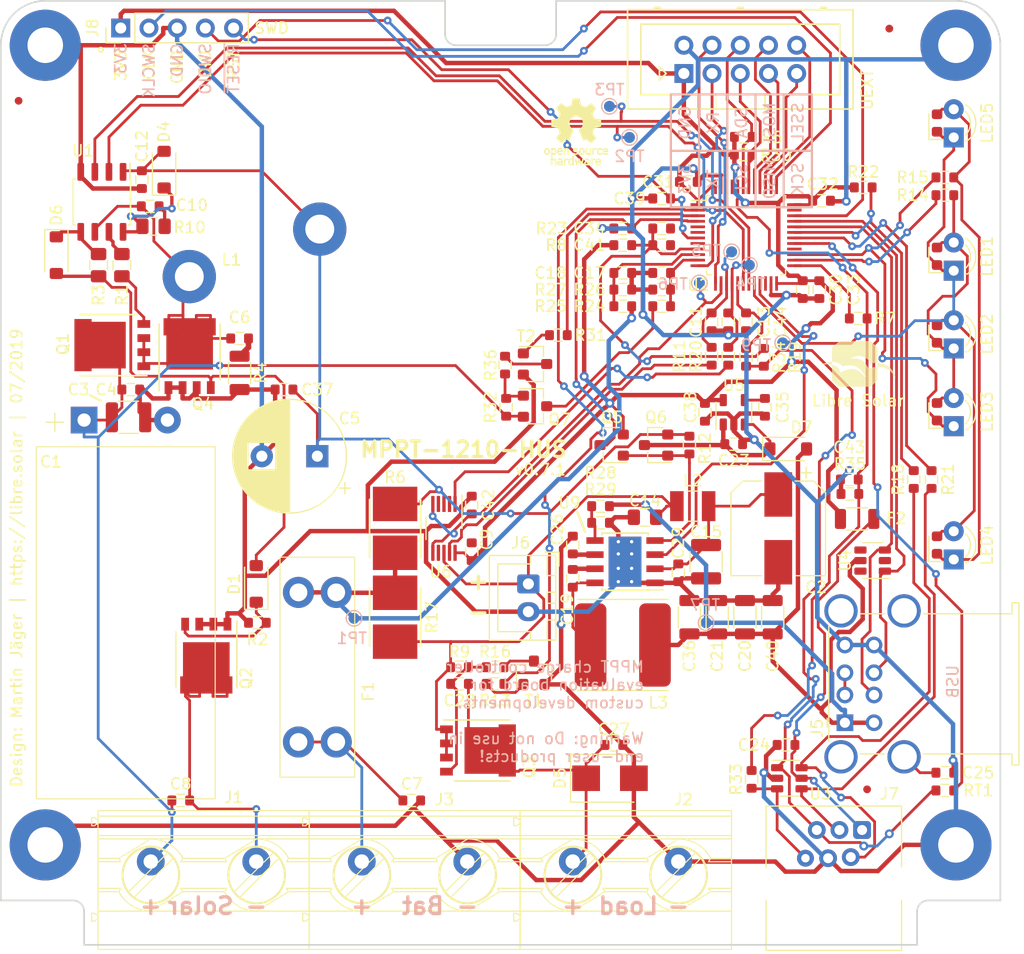
<source format=kicad_pcb>
(kicad_pcb (version 20171130) (host pcbnew "(5.1.12)-1")
  (title_block (title "MPPT 1210 HUS") (date 2019-03-24) (rev 0.7.1) (company "Libre Solar") (comment 1 "Licensed under CERN-OHL-W version 2") (comment 2 "Author: Martin Jäger"))
  (layers (0 Top signal) (31 Bottom signal) (34 B.Paste user hide) (35 F.Paste user hide) (36 B.SilkS user hide) (37 F.SilkS user hide) (38 B.Mask user hide) (39 F.Mask user hide) (44 Edge.Cuts user))
  (net 0 "")
  (net 1 GND)
  (net 2 +3V3)
  (net 3 +5V)
  (net 4 "Net-(C10-Pad1)")
  (net 5 "Net-(C19-Pad1)")
  (net 6 "Net-(C19-Pad2)")
  (net 7 "Net-(D1-Pad1)")
  (net 8 "/DCDC power stage/SW_NODE")
  (net 9 "Net-(C15-Pad1)")
  (net 10 /MCU/~RESET)
  (net 11 /MCU/BOOT0)
  (net 12 "Net-(D1-Pad2)")
  (net 13 /MCU/I2C1_SCL)
  (net 14 /MCU/I2C1_SDA)
  (net 15 /MCU/SPI1_MISO)
  (net 16 /MCU/SPI1_MOSI)
  (net 17 /MCU/SPI1_SCK)
  (net 18 /MCU/SSEL)
  (net 19 "/DCDC power stage/HS_DRV")
  (net 20 "/DCDC power stage/LS_DRV")
  (net 21 "Net-(R11-Pad1)")
  (net 22 "Net-(R13-Pad1)")
  (net 23 "Net-(R20-Pad1)")
  (net 24 "Net-(R28-Pad2)")
  (net 25 /MCU/USART1_TX)
  (net 26 /MCU/USART1_RX)
  (net 27 /MCU/SWDIO)
  (net 28 /MCU/SWCLK)
  (net 29 "/DCDC power stage/SOLAR-")
  (net 30 "/DCDC power stage/BAT+")
  (net 31 "Net-(C35-Pad1)")
  (net 32 "Net-(C25-Pad1)")
  (net 33 /MCU/USART2_TX)
  (net 34 /MCU/USART2_RX)
  (net 35 "Net-(J5-Pad2)")
  (net 36 "Net-(C26-Pad1)")
  (net 37 +12V)
  (net 38 USB_PWR_EN)
  (net 39 PWM_HS)
  (net 40 PWM_LS)
  (net 41 DAC)
  (net 42 V_BAT)
  (net 43 V_SOLAR)
  (net 44 I_LOAD)
  (net 45 I_DCDC)
  (net 46 USB_DM)
  (net 47 USB_DP)
  (net 48 "Net-(U2-Pad28)")
  (net 49 LOAD+)
  (net 50 DCDC_OUT)
  (net 51 "Net-(C6-Pad2)")
  (net 52 LOAD_EN)
  (net 53 "Net-(C23-Pad1)")
  (net 54 "Net-(R16-Pad1)")
  (net 55 "Net-(C28-Pad2)")
  (net 56 LOAD_S)
  (net 57 "Net-(J7-Pad6)")
  (net 58 "Net-(U4-Pad4)")
  (net 59 "Net-(U4-Pad6)")
  (net 60 "Net-(U2-Pad46)")
  (net 61 "Net-(U2-Pad45)")
  (net 62 /MCU/LED_C)
  (net 63 /MCU/LED_B)
  (net 64 /MCU/LED_A)
  (net 65 "Net-(U2-Pad22)")
  (net 66 "Net-(LED4-Pad1)")
  (net 67 "Net-(LED1-Pad2)")
  (net 68 /MCU/TEMP_EXT)
  (net 69 "Net-(J7-Pad3)")
  (net 70 "Net-(J7-Pad2)")
  (net 71 "Net-(C24-Pad1)")
  (net 72 /MCU/TEMP_INT_PD)
  (net 73 VDDA)
  (net 74 /MCU/BUTTON)
  (net 75 T_BAT)
  (net 76 "Net-(U2-Pad6)")
  (net 77 "Net-(U2-Pad5)")
  (net 78 "/DCDC power stage/SOLAR+")
  (net 79 "Net-(Q5-Pad1)")
  (net 80 5V_PG)
  (net 81 "Net-(Q7-Pad1)")
  (net 82 "Net-(Q7-Pad3)")
  (net 83 V_SOLAR_EN)
  (net 84 "Net-(R31-Pad1)")
  (net 85 "Net-(R36-Pad1)")
  (net 86 "Net-(D4-Pad1)")
  (net 87 "Net-(Q1-PadG)")
  (module LibreSolar:L-FERYSTER-DTMSS-27_47uH (layer Top) (at 128.975 75.1857 20)
    (fp_text reference L1 (at -13.522792 0.095003) (layer F.SilkS) (effects (justify left bottom)))
    (fp_text value 47uH)
    (pad 1 thru_hole circle (at -16.5 0 110) (size 4.8 4.8) (drill 2.6) (layers *.Cu *.Mask) (net 8 "/DCDC power stage/SW_NODE"))
    (pad 2 thru_hole circle (at -4 0 110) (size 4.8 4.8) (drill 2.6) (layers *.Cu *.Mask) (net 50 DCDC_OUT))
  )
  (module LibreSolar:SOIC-8_3.9x4.9mm_Pitch1.27mm (layer Top) (at 105.6 74.1 270)
    (fp_text reference U1 (at -4.6 1.7) (layer F.SilkS))
    (fp_text value LM5109BMA)
    (pad 8 smd roundrect (at 2.7 -1.905 270) (size 1.6 0.6) (layers Top F.Paste F.Mask) (roundrect_rratio 0.2) (net 86 "Net-(D4-Pad1)"))
    (pad 7 smd roundrect (at 2.7 -0.635 270) (size 1.6 0.6) (layers Top F.Paste F.Mask) (roundrect_rratio 0.2) (net 19 "/DCDC power stage/HS_DRV"))
    (pad 6 smd roundrect (at 2.7 0.635 270) (size 1.6 0.6) (layers Top F.Paste F.Mask) (roundrect_rratio 0.2) (net 8 "/DCDC power stage/SW_NODE"))
    (pad 5 smd roundrect (at 2.7 1.905 270) (size 1.6 0.6) (layers Top F.Paste F.Mask) (roundrect_rratio 0.2) (net 20 "/DCDC power stage/LS_DRV"))
    (pad 4 smd roundrect (at -2.7 1.905 270) (size 1.6 0.6) (layers Top F.Paste F.Mask) (roundrect_rratio 0.2) (net 1 GND))
    (pad 3 smd roundrect (at -2.7 0.635 270) (size 1.6 0.6) (layers Top F.Paste F.Mask) (roundrect_rratio 0.2) (net 40 PWM_LS))
    (pad 2 smd roundrect (at -2.7 -0.635 270) (size 1.6 0.6) (layers Top F.Paste F.Mask) (roundrect_rratio 0.2) (net 39 PWM_HS))
    (pad 1 smd roundrect (at -2.7 -1.905 270) (size 1.6 0.6) (layers Top F.Paste F.Mask) (roundrect_rratio 0.2) (net 50 DCDC_OUT))
  )
  (module LibreSolar:SOT-23 (layer Top) (at 144.6 88.7)
    (fp_text reference T2 (at -0.8 -2.5) (layer F.SilkS))
    (fp_text value MMBT3904)
    (pad 1 smd roundrect (at -1.05 -0.95) (size 1 0.9) (layers Top F.Paste F.Mask) (roundrect_rratio 0.2) (net 84 "Net-(R31-Pad1)"))
    (pad 2 smd roundrect (at -1.05 0.95) (size 1 0.9) (layers Top F.Paste F.Mask) (roundrect_rratio 0.2) (net 1 GND))
    (pad 3 smd roundrect (at 1.05 0) (size 1 0.9) (layers Top F.Paste F.Mask) (roundrect_rratio 0.2) (net 85 "Net-(R36-Pad1)"))
  )
  (module LibreSolar:R_0603_1608 (layer Top) (at 141.9 88.8 270)
    (fp_text reference R36 (at 0 1.3 270) (layer F.SilkS))
    (fp_text value 100k)
    (pad 2 smd roundrect (at 0.8 0 270) (size 0.8 0.9) (layers Top F.Paste F.Mask) (roundrect_rratio 0.2) (net 81 "Net-(Q7-Pad1)"))
    (pad 1 smd roundrect (at -0.8 0 270) (size 0.8 0.9) (layers Top F.Paste F.Mask) (roundrect_rratio 0.2) (net 85 "Net-(R36-Pad1)"))
  )
  (module LibreSolar:R_0603_1608 (layer Top) (at 142 92.6 90)
    (fp_text reference R32 (at 0 -1.4 90) (layer F.SilkS))
    (fp_text value 24.9k)
    (pad 1 smd roundrect (at -0.8 0 90) (size 0.8 0.9) (layers Top F.Paste F.Mask) (roundrect_rratio 0.2) (net 78 "/DCDC power stage/SOLAR+"))
    (pad 2 smd roundrect (at 0.8 0 90) (size 0.8 0.9) (layers Top F.Paste F.Mask) (roundrect_rratio 0.2) (net 81 "Net-(Q7-Pad1)"))
  )
  (module LibreSolar:R_0603_1608 (layer Top) (at 146.7 86.1)
    (fp_text reference R31 (at 2.9 0) (layer F.SilkS))
    (fp_text value 10k)
    (pad 2 smd roundrect (at 0.8 0) (size 0.8 0.9) (layers Top F.Paste F.Mask) (roundrect_rratio 0.2) (net 83 V_SOLAR_EN))
    (pad 1 smd roundrect (at -0.8 0) (size 0.8 0.9) (layers Top F.Paste F.Mask) (roundrect_rratio 0.2) (net 84 "Net-(R31-Pad1)"))
  )
  (module LibreSolar:SOT-23 (layer Top) (at 144.6 92.5)
    (fp_text reference Q7 (at 2.2 1.2) (layer F.SilkS))
    (fp_text value BSS83P)
    (pad 1 smd roundrect (at -1.05 -0.95) (size 1 0.9) (layers Top F.Paste F.Mask) (roundrect_rratio 0.2) (net 81 "Net-(Q7-Pad1)"))
    (pad 2 smd roundrect (at -1.05 0.95) (size 1 0.9) (layers Top F.Paste F.Mask) (roundrect_rratio 0.2) (net 78 "/DCDC power stage/SOLAR+"))
    (pad 3 smd roundrect (at 1.05 0) (size 1 0.9) (layers Top F.Paste F.Mask) (roundrect_rratio 0.2) (net 82 "Net-(Q7-Pad3)"))
  )
  (module LibreSolar:LED_0603_D3.0mm (layer Top) (at 180.8 67 90)
    (fp_text reference LED5 (at 0 4.5 90) (layer F.SilkS))
    (fp_text value green)
    (pad 1 smd roundrect (at -0.7875 0 90) (size 0.875 0.95) (layers Top F.Paste F.Mask) (net 62 /MCU/LED_C))
    (pad 2 smd roundrect (at 0.7875 0 90) (size 0.875 0.95) (layers Top F.Paste F.Mask) (net 66 "Net-(LED4-Pad1)"))
    (pad 2 thru_hole circle (at 1.24 1.5 90) (size 1.8 1.8) (drill 0.9) (layers *.Cu *.Mask) (net 66 "Net-(LED4-Pad1)"))
    (pad 1 thru_hole rect (at -1.3 1.5 90) (size 1.8 1.8) (drill 0.9) (layers *.Cu *.Mask) (net 62 /MCU/LED_C))
  )
  (module LibreSolar:LED_0603_D3.0mm (layer Top) (at 180.8 105 90)
    (fp_text reference LED4 (at 0 4.5 90) (layer F.SilkS))
    (fp_text value green)
    (pad 1 smd roundrect (at -0.7875 0 90) (size 0.875 0.95) (layers Top F.Paste F.Mask) (net 66 "Net-(LED4-Pad1)"))
    (pad 2 smd roundrect (at 0.7875 0 90) (size 0.875 0.95) (layers Top F.Paste F.Mask) (net 62 /MCU/LED_C))
    (pad 2 thru_hole circle (at 1.24 1.5 90) (size 1.8 1.8) (drill 0.9) (layers *.Cu *.Mask) (net 62 /MCU/LED_C))
    (pad 1 thru_hole rect (at -1.3 1.5 90) (size 1.8 1.8) (drill 0.9) (layers *.Cu *.Mask) (net 66 "Net-(LED4-Pad1)"))
  )
  (module LibreSolar:LED_0603_D3.0mm (layer Top) (at 180.8 93 90)
    (fp_text reference LED3 (at 0 4.5 90) (layer F.SilkS))
    (fp_text value yellow)
    (pad 1 smd roundrect (at -0.7875 0 90) (size 0.875 0.95) (layers Top F.Paste F.Mask) (net 63 /MCU/LED_B))
    (pad 2 smd roundrect (at 0.7875 0 90) (size 0.875 0.95) (layers Top F.Paste F.Mask) (net 67 "Net-(LED1-Pad2)"))
    (pad 2 thru_hole circle (at 1.24 1.5 90) (size 1.8 1.8) (drill 0.9) (layers *.Cu *.Mask) (net 67 "Net-(LED1-Pad2)"))
    (pad 1 thru_hole rect (at -1.3 1.5 90) (size 1.8 1.8) (drill 0.9) (layers *.Cu *.Mask) (net 63 /MCU/LED_B))
  )
  (module LibreSolar:LED_0603_D3.0mm (layer Top) (at 180.8 86 90)
    (fp_text reference LED2 (at 0 4.5 90) (layer F.SilkS))
    (fp_text value yellow)
    (pad 1 smd roundrect (at -0.7875 0 90) (size 0.875 0.95) (layers Top F.Paste F.Mask) (net 67 "Net-(LED1-Pad2)"))
    (pad 2 smd roundrect (at 0.7875 0 90) (size 0.875 0.95) (layers Top F.Paste F.Mask) (net 62 /MCU/LED_C))
    (pad 2 thru_hole circle (at 1.24 1.5 90) (size 1.8 1.8) (drill 0.9) (layers *.Cu *.Mask) (net 62 /MCU/LED_C))
    (pad 1 thru_hole rect (at -1.3 1.5 90) (size 1.8 1.8) (drill 0.9) (layers *.Cu *.Mask) (net 67 "Net-(LED1-Pad2)"))
  )
  (module LibreSolar:LED_0603_D3.0mm (layer Top) (at 180.8 79 90)
    (fp_text reference LED1 (at 0 4.5 90) (layer F.SilkS))
    (fp_text value yellow)
    (pad 1 smd roundrect (at -0.7875 0 90) (size 0.875 0.95) (layers Top F.Paste F.Mask) (net 62 /MCU/LED_C))
    (pad 2 smd roundrect (at 0.7875 0 90) (size 0.875 0.95) (layers Top F.Paste F.Mask) (net 67 "Net-(LED1-Pad2)"))
    (pad 2 thru_hole circle (at 1.24 1.5 90) (size 1.8 1.8) (drill 0.9) (layers *.Cu *.Mask) (net 67 "Net-(LED1-Pad2)"))
    (pad 1 thru_hole rect (at -1.3 1.5 90) (size 1.8 1.8) (drill 0.9) (layers *.Cu *.Mask) (net 62 /MCU/LED_C))
  )
  (module LibreSolar:R_0603_1608 (layer Top) (at 152.5 76.5)
    (fp_text reference R23 (at -6.4 0) (layer F.SilkS))
    (fp_text value 100k)
    (pad 2 smd roundrect (at 0.8 0) (size 0.8 0.9) (layers Top F.Paste F.Mask) (roundrect_rratio 0.2) (net 80 5V_PG))
    (pad 1 smd roundrect (at -0.8 0) (size 0.8 0.9) (layers Top F.Paste F.Mask) (roundrect_rratio 0.2) (net 1 GND))
  )
  (module LibreSolar:SOT-23 (layer Top) (at 151.5 96 180)
    (fp_text reference Q5 (at 0 2.5 180) (layer F.SilkS))
    (fp_text value BSS83P)
    (pad 1 smd roundrect (at -1.05 -0.95 180) (size 1 0.9) (layers Top F.Paste F.Mask) (roundrect_rratio 0.2) (net 79 "Net-(Q5-Pad1)"))
    (pad 2 smd roundrect (at -1.05 0.95 180) (size 1 0.9) (layers Top F.Paste F.Mask) (roundrect_rratio 0.2) (net 2 +3V3))
    (pad 3 smd roundrect (at 1.05 0 180) (size 1 0.9) (layers Top F.Paste F.Mask) (roundrect_rratio 0.2) (net 80 5V_PG))
  )
  (module LibreSolar:R_0805_2012 (layer Top) (at 110.25 76.3 180)
    (fp_text reference R10 (at -3.25 -0.1) (layer F.SilkS))
    (fp_text value 4.7)
    (pad 2 smd roundrect (at 1 0 180) (size 1.1 1.4) (layers Top F.Paste F.Mask) (roundrect_rratio 0.2) (net 86 "Net-(D4-Pad1)"))
    (pad 1 smd roundrect (at -1 0 180) (size 1.1 1.4) (layers Top F.Paste F.Mask) (roundrect_rratio 0.2) (net 4 "Net-(C10-Pad1)"))
  )
  (module LibreSolar:C_0603_1608 (layer Top) (at 159.9 93.05 270)
    (fp_text reference C38 (at -0.45 1.3 270) (layer F.SilkS))
    (fp_text value 2.2u)
    (pad 2 smd roundrect (at 0.8 0 270) (size 0.8 0.9) (layers Top F.Paste F.Mask) (roundrect_rratio 0.2) (net 1 GND))
    (pad 1 smd roundrect (at -0.8 0 270) (size 0.8 0.9) (layers Top F.Paste F.Mask) (roundrect_rratio 0.2) (net 2 +3V3))
  )
  (module LibreSolar:SOT-23-5 (layer Top) (at 162.5 93.05 90)
    (fp_text reference U5 (at 2.45 0 180) (layer F.SilkS))
    (fp_text value AP2210-3.3)
    (pad 5 smd roundrect (at 1.1 -0.95 90) (size 1.1 0.65) (layers Top F.Paste F.Mask) (roundrect_rratio 0.2) (net 2 +3V3))
    (pad 4 smd roundrect (at 1.1 0.95 90) (size 1.1 0.65) (layers Top F.Paste F.Mask) (roundrect_rratio 0.2) (net 31 "Net-(C35-Pad1)"))
    (pad 3 smd roundrect (at -1.1 0.95 90) (size 1.1 0.65) (layers Top F.Paste F.Mask) (roundrect_rratio 0.2) (net 53 "Net-(C23-Pad1)"))
    (pad 2 smd roundrect (at -1.1 0 90) (size 1.1 0.65) (layers Top F.Paste F.Mask) (roundrect_rratio 0.2) (net 1 GND))
    (pad 1 smd roundrect (at -1.1 -0.95 90) (size 1.1 0.65) (layers Top F.Paste F.Mask) (roundrect_rratio 0.2) (net 53 "Net-(C23-Pad1)"))
  )
  (module LibreSolar:C_0603_1608 (layer Top) (at 162.488 95.9146)
    (fp_text reference C23 (at 0.011774 1.485391 -180) (layer F.SilkS))
    (fp_text value 2.2u)
    (pad 2 smd roundrect (at 0.8 0) (size 0.8 0.9) (layers Top F.Paste F.Mask) (roundrect_rratio 0.2) (net 1 GND))
    (pad 1 smd roundrect (at -0.8 0) (size 0.8 0.9) (layers Top F.Paste F.Mask) (roundrect_rratio 0.2) (net 53 "Net-(C23-Pad1)"))
  )
  (module LibreSolar:R_0603_1608 (layer Top) (at 165.2 88.1 270)
    (fp_text reference R19 (at 0 -2.8 270) (layer F.SilkS))
    (fp_text value 10k)
    (pad 1 smd roundrect (at -0.8 0 270) (size 0.8 0.9) (layers Top F.Paste F.Mask) (roundrect_rratio 0.2) (net 73 VDDA))
    (pad 2 smd roundrect (at 0.8 0 270) (size 0.8 0.9) (layers Top F.Paste F.Mask) (roundrect_rratio 0.2) (net 68 /MCU/TEMP_EXT))
  )
  (module LibreSolar:Box_Header_2x05x2.54mm_Straight (layer Top) (at 158 62.54)
    (fp_text reference J4 hide)
    (fp_text value UEXT)
    (pad 1 thru_hole rect (at 0 0) (size 1.7 1.7) (drill 1) (layers *.Cu *.Mask) (net 2 +3V3))
    (pad 2 thru_hole circle (at 0 -2.54) (size 1.7 1.7) (drill 1) (layers *.Cu *.Mask) (net 1 GND))
    (pad 3 thru_hole circle (at 2.54 0) (size 1.7 1.7) (drill 1) (layers *.Cu *.Mask) (net 33 /MCU/USART2_TX))
    (pad 4 thru_hole circle (at 2.54 -2.54) (size 1.7 1.7) (drill 1) (layers *.Cu *.Mask) (net 34 /MCU/USART2_RX))
    (pad 5 thru_hole circle (at 5.08 0) (size 1.7 1.7) (drill 1) (layers *.Cu *.Mask) (net 13 /MCU/I2C1_SCL))
    (pad 6 thru_hole circle (at 5.08 -2.54) (size 1.7 1.7) (drill 1) (layers *.Cu *.Mask) (net 14 /MCU/I2C1_SDA))
    (pad 7 thru_hole circle (at 7.62 0) (size 1.7 1.7) (drill 1) (layers *.Cu *.Mask) (net 15 /MCU/SPI1_MISO))
    (pad 8 thru_hole circle (at 7.62 -2.54) (size 1.7 1.7) (drill 1) (layers *.Cu *.Mask) (net 16 /MCU/SPI1_MOSI))
    (pad 9 thru_hole circle (at 10.16 0) (size 1.7 1.7) (drill 1) (layers *.Cu *.Mask) (net 17 /MCU/SPI1_SCK))
    (pad 10 thru_hole circle (at 10.16 -2.54) (size 1.7 1.7) (drill 1) (layers *.Cu *.Mask) (net 18 /MCU/SSEL))
  )
  (module LibreSolar:5X6_MOSFET (layer Top) (at 113.5 88.1)
    (fp_text reference Q4 (at 1.2 4.2) (layer F.SilkS))
    (fp_text value PSMN5R2-60YLX hide)
    (pad D smd rect (at 1.15 -2 90) (size 0.6 0.9) (layers Top F.Paste) (net 8 "/DCDC power stage/SW_NODE"))
    (pad D smd rect (at 0 -2 90) (size 0.6 0.9) (layers Top F.Paste) (net 8 "/DCDC power stage/SW_NODE"))
    (pad D smd rect (at -1.15 -2 90) (size 0.6 0.9) (layers Top F.Paste) (net 8 "/DCDC power stage/SW_NODE"))
    (pad D smd rect (at -1.15 -0.3 90) (size 0.6 0.9) (layers Top F.Paste) (net 8 "/DCDC power stage/SW_NODE"))
    (pad D smd rect (at -1.15 0.55 90) (size 0.6 0.9) (layers Top F.Paste) (net 8 "/DCDC power stage/SW_NODE"))
    (pad D smd rect (at -1.15 -1.15 90) (size 0.6 0.9) (layers Top F.Paste) (net 8 "/DCDC power stage/SW_NODE"))
    (pad D smd rect (at 1.15 -0.3 90) (size 0.6 0.9) (layers Top F.Paste) (net 8 "/DCDC power stage/SW_NODE"))
    (pad D smd rect (at 1.15 0.55 90) (size 0.6 0.9) (layers Top F.Paste) (net 8 "/DCDC power stage/SW_NODE"))
    (pad D smd rect (at 1.15 -1.15 90) (size 0.6 0.9) (layers Top F.Paste) (net 8 "/DCDC power stage/SW_NODE"))
    (pad D smd rect (at 0 -1.15 90) (size 0.6 0.9) (layers Top F.Paste) (net 8 "/DCDC power stage/SW_NODE"))
    (pad D smd rect (at 0 0.55 90) (size 0.6 0.9) (layers Top F.Paste) (net 8 "/DCDC power stage/SW_NODE"))
    (pad D smd rect (at -1.875 -3) (size 0.6 0.9) (layers Top F.Paste) (net 8 "/DCDC power stage/SW_NODE"))
    (pad D smd rect (at 1.875 -3) (size 0.6 0.9) (layers Top F.Paste) (net 8 "/DCDC power stage/SW_NODE"))
    (pad D smd rect (at -0.6 -3) (size 0.6 0.9) (layers Top F.Paste) (net 8 "/DCDC power stage/SW_NODE"))
    (pad S smd rect (at -0.635 2.725) (size 0.7 1.15) (layers Top F.Paste F.Mask) (net 1 GND))
    (pad S smd rect (at -1.905 2.725) (size 0.7 1.15) (layers Top F.Paste F.Mask) (net 1 GND))
    (pad S smd rect (at 0.635 2.725) (size 0.7 1.15) (layers Top F.Paste F.Mask) (net 1 GND))
    (pad D smd rect (at 0 -2.75) (size 4.7 1.55) (layers Top F.Mask) (net 8 "/DCDC power stage/SW_NODE"))
    (pad D smd rect (at 0 -0.45) (size 4.2 3.1) (layers Top F.Mask) (net 8 "/DCDC power stage/SW_NODE"))
    (pad G smd rect (at 1.905 2.725) (size 0.7 1.15) (layers Top F.Paste F.Mask) (net 12 "Net-(D1-Pad2)"))
    (pad D smd rect (at 0.6 -3) (size 0.6 0.9) (layers Top F.Paste) (net 8 "/DCDC power stage/SW_NODE"))
    (pad D smd rect (at 0 -0.3 90) (size 0.6 0.9) (layers Top F.Paste) (net 8 "/DCDC power stage/SW_NODE"))
  )
  (module LibreSolar:5X6_MOSFET (layer Top) (at 139.35 123.5 270)
    (fp_text reference Q3 (at 1.5 -4.75 270) (layer F.SilkS))
    (fp_text value BSC084P03NS3 hide)
    (pad D smd rect (at 1.15 -2) (size 0.6 0.9) (layers Top F.Paste) (net 49 LOAD+))
    (pad D smd rect (at 0 -2) (size 0.6 0.9) (layers Top F.Paste) (net 49 LOAD+))
    (pad D smd rect (at -1.15 -2) (size 0.6 0.9) (layers Top F.Paste) (net 49 LOAD+))
    (pad D smd rect (at -1.15 -0.3) (size 0.6 0.9) (layers Top F.Paste) (net 49 LOAD+))
    (pad D smd rect (at -1.15 0.55) (size 0.6 0.9) (layers Top F.Paste) (net 49 LOAD+))
    (pad D smd rect (at -1.15 -1.15) (size 0.6 0.9) (layers Top F.Paste) (net 49 LOAD+))
    (pad D smd rect (at 1.15 -0.3) (size 0.6 0.9) (layers Top F.Paste) (net 49 LOAD+))
    (pad D smd rect (at 1.15 0.55) (size 0.6 0.9) (layers Top F.Paste) (net 49 LOAD+))
    (pad D smd rect (at 1.15 -1.15) (size 0.6 0.9) (layers Top F.Paste) (net 49 LOAD+))
    (pad D smd rect (at 0 -1.15) (size 0.6 0.9) (layers Top F.Paste) (net 49 LOAD+))
    (pad D smd rect (at 0 0.55) (size 0.6 0.9) (layers Top F.Paste) (net 49 LOAD+))
    (pad D smd rect (at -1.875 -3 270) (size 0.6 0.9) (layers Top F.Paste) (net 49 LOAD+))
    (pad D smd rect (at 1.875 -3 270) (size 0.6 0.9) (layers Top F.Paste) (net 49 LOAD+))
    (pad D smd rect (at -0.6 -3 270) (size 0.6 0.9) (layers Top F.Paste) (net 49 LOAD+))
    (pad S smd rect (at -0.635 2.725 270) (size 0.7 1.15) (layers Top F.Paste F.Mask) (net 56 LOAD_S))
    (pad S smd rect (at -1.905 2.725 270) (size 0.7 1.15) (layers Top F.Paste F.Mask) (net 56 LOAD_S))
    (pad S smd rect (at 0.635 2.725 270) (size 0.7 1.15) (layers Top F.Paste F.Mask) (net 56 LOAD_S))
    (pad D smd rect (at 0 -2.75 270) (size 4.7 1.55) (layers Top F.Mask) (net 49 LOAD+))
    (pad D smd rect (at 0 -0.45 270) (size 4.2 3.1) (layers Top F.Mask) (net 49 LOAD+))
    (pad G smd rect (at 1.905 2.725 270) (size 0.7 1.15) (layers Top F.Paste F.Mask) (net 55 "Net-(C28-Pad2)"))
    (pad D smd rect (at 0.6 -3 270) (size 0.6 0.9) (layers Top F.Paste) (net 49 LOAD+))
    (pad D smd rect (at 0 -0.3) (size 0.6 0.9) (layers Top F.Paste) (net 49 LOAD+))
  )
  (module LibreSolar:5X6_MOSFET (layer Top) (at 115 114.85 180)
    (fp_text reference Q2 (at -3.6 -2.15 90) (layer F.SilkS))
    (fp_text value PSMN5R2-60YLX hide)
    (pad D smd rect (at 1.15 -2 270) (size 0.6 0.9) (layers Top F.Paste) (net 29 "/DCDC power stage/SOLAR-"))
    (pad D smd rect (at 0 -2 270) (size 0.6 0.9) (layers Top F.Paste) (net 29 "/DCDC power stage/SOLAR-"))
    (pad D smd rect (at -1.15 -2 270) (size 0.6 0.9) (layers Top F.Paste) (net 29 "/DCDC power stage/SOLAR-"))
    (pad D smd rect (at -1.15 -0.3 270) (size 0.6 0.9) (layers Top F.Paste) (net 29 "/DCDC power stage/SOLAR-"))
    (pad D smd rect (at -1.15 0.55 270) (size 0.6 0.9) (layers Top F.Paste) (net 29 "/DCDC power stage/SOLAR-"))
    (pad D smd rect (at -1.15 -1.15 270) (size 0.6 0.9) (layers Top F.Paste) (net 29 "/DCDC power stage/SOLAR-"))
    (pad D smd rect (at 1.15 -0.3 270) (size 0.6 0.9) (layers Top F.Paste) (net 29 "/DCDC power stage/SOLAR-"))
    (pad D smd rect (at 1.15 0.55 270) (size 0.6 0.9) (layers Top F.Paste) (net 29 "/DCDC power stage/SOLAR-"))
    (pad D smd rect (at 1.15 -1.15 270) (size 0.6 0.9) (layers Top F.Paste) (net 29 "/DCDC power stage/SOLAR-"))
    (pad D smd rect (at 0 -1.15 270) (size 0.6 0.9) (layers Top F.Paste) (net 29 "/DCDC power stage/SOLAR-"))
    (pad D smd rect (at 0 0.55 270) (size 0.6 0.9) (layers Top F.Paste) (net 29 "/DCDC power stage/SOLAR-"))
    (pad D smd rect (at -1.875 -3 180) (size 0.6 0.9) (layers Top F.Paste) (net 29 "/DCDC power stage/SOLAR-"))
    (pad D smd rect (at 1.875 -3 180) (size 0.6 0.9) (layers Top F.Paste) (net 29 "/DCDC power stage/SOLAR-"))
    (pad D smd rect (at -0.6 -3 180) (size 0.6 0.9) (layers Top F.Paste) (net 29 "/DCDC power stage/SOLAR-"))
    (pad S smd rect (at -0.635 2.725 180) (size 0.7 1.15) (layers Top F.Paste F.Mask) (net 1 GND))
    (pad S smd rect (at -1.905 2.725 180) (size 0.7 1.15) (layers Top F.Paste F.Mask) (net 1 GND))
    (pad S smd rect (at 0.635 2.725 180) (size 0.7 1.15) (layers Top F.Paste F.Mask) (net 1 GND))
    (pad D smd rect (at 0 -2.75 180) (size 4.7 1.55) (layers Top F.Mask) (net 29 "/DCDC power stage/SOLAR-"))
    (pad D smd rect (at 0 -0.45 180) (size 4.2 3.1) (layers Top F.Mask) (net 29 "/DCDC power stage/SOLAR-"))
    (pad G smd rect (at 1.905 2.725 180) (size 0.7 1.15) (layers Top F.Paste F.Mask) (net 7 "Net-(D1-Pad1)"))
    (pad D smd rect (at 0.6 -3 180) (size 0.6 0.9) (layers Top F.Paste) (net 29 "/DCDC power stage/SOLAR-"))
    (pad D smd rect (at 0 -0.3 270) (size 0.6 0.9) (layers Top F.Paste) (net 29 "/DCDC power stage/SOLAR-"))
  )
  (module LibreSolar:5X6_MOSFET (layer Top) (at 106.65 87 90)
    (fp_text reference Q1 (at 0.1 -4.55 90) (layer F.SilkS))
    (fp_text value PSMN5R2-60YLX hide)
    (pad D smd rect (at 1.15 -2 180) (size 0.6 0.9) (layers Top F.Paste) (net 78 "/DCDC power stage/SOLAR+"))
    (pad D smd rect (at 0 -2 180) (size 0.6 0.9) (layers Top F.Paste) (net 78 "/DCDC power stage/SOLAR+"))
    (pad D smd rect (at -1.15 -2 180) (size 0.6 0.9) (layers Top F.Paste) (net 78 "/DCDC power stage/SOLAR+"))
    (pad D smd rect (at -1.15 -0.3 180) (size 0.6 0.9) (layers Top F.Paste) (net 78 "/DCDC power stage/SOLAR+"))
    (pad D smd rect (at -1.15 0.55 180) (size 0.6 0.9) (layers Top F.Paste) (net 78 "/DCDC power stage/SOLAR+"))
    (pad D smd rect (at -1.15 -1.15 180) (size 0.6 0.9) (layers Top F.Paste) (net 78 "/DCDC power stage/SOLAR+"))
    (pad D smd rect (at 1.15 -0.3 180) (size 0.6 0.9) (layers Top F.Paste) (net 78 "/DCDC power stage/SOLAR+"))
    (pad D smd rect (at 1.15 0.55 180) (size 0.6 0.9) (layers Top F.Paste) (net 78 "/DCDC power stage/SOLAR+"))
    (pad D smd rect (at 1.15 -1.15 180) (size 0.6 0.9) (layers Top F.Paste) (net 78 "/DCDC power stage/SOLAR+"))
    (pad D smd rect (at 0 -1.15 180) (size 0.6 0.9) (layers Top F.Paste) (net 78 "/DCDC power stage/SOLAR+"))
    (pad D smd rect (at 0 0.55 180) (size 0.6 0.9) (layers Top F.Paste) (net 78 "/DCDC power stage/SOLAR+"))
    (pad D smd rect (at -1.875 -3 90) (size 0.6 0.9) (layers Top F.Paste) (net 78 "/DCDC power stage/SOLAR+"))
    (pad D smd rect (at 1.875 -3 90) (size 0.6 0.9) (layers Top F.Paste) (net 78 "/DCDC power stage/SOLAR+"))
    (pad D smd rect (at -0.6 -3 90) (size 0.6 0.9) (layers Top F.Paste) (net 78 "/DCDC power stage/SOLAR+"))
    (pad S smd rect (at -0.635 2.725 90) (size 0.7 1.15) (layers Top F.Paste F.Mask) (net 8 "/DCDC power stage/SW_NODE"))
    (pad S smd rect (at -1.905 2.725 90) (size 0.7 1.15) (layers Top F.Paste F.Mask) (net 8 "/DCDC power stage/SW_NODE"))
    (pad S smd rect (at 0.635 2.725 90) (size 0.7 1.15) (layers Top F.Paste F.Mask) (net 8 "/DCDC power stage/SW_NODE"))
    (pad D smd rect (at 0 -2.75 90) (size 4.7 1.55) (layers Top F.Mask) (net 78 "/DCDC power stage/SOLAR+"))
    (pad D smd rect (at 0 -0.45 90) (size 4.2 3.1) (layers Top F.Mask) (net 78 "/DCDC power stage/SOLAR+"))
    (pad G smd rect (at 1.905 2.725 90) (size 0.7 1.15) (layers Top F.Paste F.Mask) (net 87 "Net-(Q1-PadG)"))
    (pad D smd rect (at 0.6 -3 90) (size 0.6 0.9) (layers Top F.Paste) (net 78 "/DCDC power stage/SOLAR+"))
    (pad D smd rect (at 0 -0.3 180) (size 0.6 0.9) (layers Top F.Paste) (net 78 "/DCDC power stage/SOLAR+"))
  )
  (module LibreSolar:USB_A_Wuerth_61400826021_Horizontal_Stacked (layer Top) (at 172.5 121 90)
    (fp_text reference J5 (at -0.5 -2.5 90) (layer F.SilkS))
    (fp_text value USB_A_stacked)
    (pad 8 thru_hole circle (at 7 2.62 90) (size 1.5 1.5) (drill 0.92) (layers *.Cu *.Mask) (net 1 GND))
    (pad 7 thru_hole circle (at 4.5 2.62 90) (size 1.5 1.5) (drill 0.92) (layers *.Cu *.Mask) (net 47 USB_DP))
    (pad 6 thru_hole circle (at 2.5 2.62 90) (size 1.5 1.5) (drill 0.92) (layers *.Cu *.Mask) (net 46 USB_DM))
    (pad 5 thru_hole circle (at 0 2.62 90) (size 1.5 1.5) (drill 0.92) (layers *.Cu *.Mask) (net 3 +5V))
    (pad ~ thru_hole circle (at 10.07 5.33 90) (size 3 3) (drill 2.3) (layers *.Cu *.Mask))
    (pad 9 thru_hole circle (at -3.07 5.33 90) (size 3 3) (drill 2.3) (layers *.Cu *.Mask) (net 32 "Net-(C25-Pad1)"))
    (pad 4 thru_hole circle (at 7 0 90) (size 1.5 1.5) (drill 0.92) (layers *.Cu *.Mask) (net 1 GND))
    (pad 3 thru_hole circle (at 4.5 0 90) (size 1.5 1.5) (drill 0.92) (layers *.Cu *.Mask) (net 35 "Net-(J5-Pad2)"))
    (pad 2 thru_hole circle (at 2.5 0 90) (size 1.5 1.5) (drill 0.92) (layers *.Cu *.Mask) (net 35 "Net-(J5-Pad2)"))
    (pad 1 thru_hole rect (at 0 0 90) (size 1.5 1.5) (drill 0.92) (layers *.Cu *.Mask) (net 3 +5V))
    (pad ~ thru_hole circle (at -3.07 -0.35 90) (size 3 3) (drill 2.3) (layers *.Cu *.Mask))
    (pad ~ thru_hole circle (at 10.07 -0.35 90) (size 3 3) (drill 2.3) (layers *.Cu *.Mask))
  )
  (module LibreSolar:R_0603_1608 (layer Top) (at 180.3 99.1 90)
    (fp_text reference R21 (at 0 1.5 90) (layer F.SilkS))
    (fp_text value 470)
    (pad 1 smd roundrect (at -0.8 0 90) (size 0.8 0.9) (layers Top F.Paste F.Mask) (roundrect_rratio 0.2) (net 69 "Net-(J7-Pad3)"))
    (pad 2 smd roundrect (at 0.8 0 90) (size 0.8 0.9) (layers Top F.Paste F.Mask) (roundrect_rratio 0.2) (net 25 /MCU/USART1_TX))
  )
  (module LibreSolar:C_0603_1608 (layer Top) (at 163.6 84.9 270)
    (fp_text reference C44 (at 0 -3.1 270) (layer F.SilkS))
    (fp_text value 10n)
    (pad 1 smd roundrect (at -0.8 0 270) (size 0.8 0.9) (layers Top F.Paste F.Mask) (roundrect_rratio 0.2) (net 75 T_BAT))
    (pad 2 smd roundrect (at 0.8 0 270) (size 0.8 0.9) (layers Top F.Paste F.Mask) (roundrect_rratio 0.2))
  )
  (module LibreSolar:C_0603_1608 (layer Top) (at 172.9 99.1 180)
    (fp_text reference C43 (at 0 2.9 180) (layer F.SilkS))
    (fp_text value 100n)
    (pad 2 smd roundrect (at 0.8 0 180) (size 0.8 0.9) (layers Top F.Paste F.Mask) (roundrect_rratio 0.2) (net 1 GND))
    (pad 1 smd roundrect (at -0.8 0 180) (size 0.8 0.9) (layers Top F.Paste F.Mask) (roundrect_rratio 0.2) (net 11 /MCU/BOOT0))
  )
  (module LibreSolar:C_0603_1608 (layer Top) (at 167.2 123 180)
    (fp_text reference C24 (at 2.9 0 180) (layer F.SilkS))
    (fp_text value 100n)
    (pad 1 smd roundrect (at -0.8 0 180) (size 0.8 0.9) (layers Top F.Paste F.Mask) (roundrect_rratio 0.2) (net 71 "Net-(C24-Pad1)"))
    (pad 2 smd roundrect (at 0.8 0 180) (size 0.8 0.9) (layers Top F.Paste F.Mask) (roundrect_rratio 0.2) (net 1 GND))
  )
  (module LibreSolar:R_0603_1608 (layer Top) (at 178.7 99.1 90)
    (fp_text reference R18 (at 0 -1.4 90) (layer F.SilkS))
    (fp_text value 470)
    (pad 1 smd roundrect (at -0.8 0 90) (size 0.8 0.9) (layers Top F.Paste F.Mask) (roundrect_rratio 0.2) (net 70 "Net-(J7-Pad2)"))
    (pad 2 smd roundrect (at 0.8 0 90) (size 0.8 0.9) (layers Top F.Paste F.Mask) (roundrect_rratio 0.2) (net 26 /MCU/USART1_RX))
  )
  (module LibreSolar:R_0603_1608 (layer Top) (at 174.15 72.8)
    (fp_text reference R22 (at 0 -1.4) (layer F.SilkS))
    (fp_text value 100k)
    (pad 2 smd roundrect (at 0.8 0) (size 0.8 0.9) (layers Top F.Paste F.Mask) (roundrect_rratio 0.2) (net 26 /MCU/USART1_RX))
    (pad 1 smd roundrect (at -0.8 0) (size 0.8 0.9) (layers Top F.Paste F.Mask) (roundrect_rratio 0.2) (net 2 +3V3))
  )
  (module LibreSolar:R_0603_1608 (layer Top) (at 164.1 126.1 90)
    (fp_text reference R33 (at 0 -1.4 90) (layer F.SilkS))
    (fp_text value 2.2k)
    (pad 2 smd roundrect (at 0.8 0 90) (size 0.8 0.9) (layers Top F.Paste F.Mask) (roundrect_rratio 0.2) (net 11 /MCU/BOOT0))
    (pad 1 smd roundrect (at -0.8 0 90) (size 0.8 0.9) (layers Top F.Paste F.Mask) (roundrect_rratio 0.2) (net 57 "Net-(J7-Pad6)"))
  )
  (module LibreSolar:R_0603_1608 (layer Top) (at 163.6 88.1 90)
    (fp_text reference R34 (at 0 3 90) (layer F.SilkS))
    (fp_text value 2.2k)
    (pad 1 smd roundrect (at -0.8 0 90) (size 0.8 0.9) (layers Top F.Paste F.Mask) (roundrect_rratio 0.2) (net 68 /MCU/TEMP_EXT))
    (pad 2 smd roundrect (at 0.8 0 90) (size 0.8 0.9) (layers Top F.Paste F.Mask) (roundrect_rratio 0.2) (net 75 T_BAT))
  )
  (module LibreSolar:R_0603_1608 (layer Top) (at 172.95 100.4)
    (fp_text reference R35 (at 0 -2.7) (layer F.SilkS))
    (fp_text value 100k)
    (pad 2 smd roundrect (at 0.8 0) (size 0.8 0.9) (layers Top F.Paste F.Mask) (roundrect_rratio 0.2) (net 11 /MCU/BOOT0))
    (pad 1 smd roundrect (at -0.8 0) (size 0.8 0.9) (layers Top F.Paste F.Mask) (roundrect_rratio 0.2) (net 1 GND))
  )
  (module LibreSolar:R_0603_1608 (layer Top) (at 181.5 127.1)
    (fp_text reference RT1 (at 3 0) (layer F.SilkS))
    (fp_text value "10k NTC")
    (pad 1 smd roundrect (at -0.8 0) (size 0.8 0.9) (layers Top F.Paste F.Mask) (roundrect_rratio 0.2) (net 68 /MCU/TEMP_EXT))
    (pad 2 smd roundrect (at 0.8 0) (size 0.8 0.9) (layers Top F.Paste F.Mask) (roundrect_rratio 0.2) (net 72 /MCU/TEMP_INT_PD))
  )
  (module LibreSolar:R_1206_3216 (layer Top) (at 173.6 102.65 180)
    (fp_text reference F2 (at -3.5 0.05 180) (layer F.SilkS))
    (fp_text value 50mA)
    (pad 1 smd roundrect (at -1.5 0 180) (size 1 1.8) (layers Top F.Paste F.Mask) (roundrect_rratio 0.2) (net 71 "Net-(C24-Pad1)"))
    (pad 2 smd roundrect (at 1.5 0 180) (size 1 1.8) (layers Top F.Paste F.Mask) (roundrect_rratio 0.2) (net 2 +3V3))
  )
  (module LibreSolar:SOT-23-6 (layer Top) (at 167.5 126)
    (fp_text reference U3 (at 2.8 1.4) (layer F.SilkS))
    (fp_text value D1213A-04SO)
    (pad 1 smd roundrect (at -1.1 -0.95) (size 1.1 0.65) (layers Top F.Paste F.Mask) (roundrect_rratio 0.2) (net 68 /MCU/TEMP_EXT))
    (pad 2 smd roundrect (at -1.1 0) (size 1.1 0.65) (layers Top F.Paste F.Mask) (roundrect_rratio 0.2) (net 1 GND))
    (pad 3 smd roundrect (at -1.1 0.95) (size 1.1 0.65) (layers Top F.Paste F.Mask) (roundrect_rratio 0.2) (net 57 "Net-(J7-Pad6)"))
    (pad 4 smd roundrect (at 1.1 0.95) (size 1.1 0.65) (layers Top F.Paste F.Mask) (roundrect_rratio 0.2) (net 69 "Net-(J7-Pad3)"))
    (pad 6 smd roundrect (at 1.1 -0.95) (size 1.1 0.65) (layers Top F.Paste F.Mask) (roundrect_rratio 0.2) (net 70 "Net-(J7-Pad2)"))
    (pad 5 smd roundrect (at 1.1 0) (size 1.1 0.65) (layers Top F.Paste F.Mask) (roundrect_rratio 0.2) (net 71 "Net-(C24-Pad1)"))
  )
  (module Connector_JST:JST_XH_B02B-XH-A_1x02_P2.50mm_Vertical (layer Top) (at 144 108.5 270)
    (fp_text reference J6 (at -3.7 0.7 180) (layer F.SilkS))
    (fp_text value PWR_12V)
    (pad 1 thru_hole roundrect (at 0 0 270) (size 1.7 2) (drill 1) (layers *.Cu *.Mask) (roundrect_rratio 0.147059) (net 56 LOAD_S))
    (pad 2 thru_hole oval (at 2.5 0 270) (size 1.7 2) (drill 1) (layers *.Cu *.Mask) (net 1 GND))
  )
  (module LibreSolar:R_0603_1608 (layer Top) (at 181.5 71.9)
    (fp_text reference R15 (at -2.9 0) (layer F.SilkS))
    (fp_text value 470)
    (pad 1 smd roundrect (at -0.8 0) (size 0.8 0.9) (layers Top F.Paste F.Mask) (roundrect_rratio 0.2) (net 63 /MCU/LED_B))
    (pad 2 smd roundrect (at 0.8 0) (size 0.8 0.9) (layers Top F.Paste F.Mask) (roundrect_rratio 0.2) (net 66 "Net-(LED4-Pad1)"))
  )
  (module LibreSolar:R_0603_1608 (layer Top) (at 181.5 73.5)
    (fp_text reference R14 (at -2.9 0) (layer F.SilkS))
    (fp_text value 470)
    (pad 2 smd roundrect (at 0.8 0) (size 0.8 0.9) (layers Top F.Paste F.Mask) (roundrect_rratio 0.2) (net 67 "Net-(LED1-Pad2)"))
    (pad 1 smd roundrect (at -0.8 0) (size 0.8 0.9) (layers Top F.Paste F.Mask) (roundrect_rratio 0.2) (net 64 /MCU/LED_A))
  )
  (module LibreSolar:RJ25_6P6C_TabUp (layer Top) (at 171.5 135.5)
    (fp_text reference J7 (at 5 -8.1) (layer F.SilkS))
    (fp_text value 6P6C)
    (pad "" np_thru_hole circle (at 6 0) (size 2.36 2.36) (drill 2.36) (layers *.Cu *.Mask))
    (pad 6 thru_hole circle (at -2.55 -2.3) (size 1.52 1.52) (drill 0.76) (layers *.Cu *.Mask) (net 57 "Net-(J7-Pad6)"))
    (pad 5 thru_hole circle (at -1.53 -4.84) (size 1.6 1.6) (drill 0.9) (layers *.Cu *.Mask) (net 68 /MCU/TEMP_EXT))
    (pad 4 thru_hole circle (at -0.51 -2.3) (size 1.6 1.6) (drill 0.9) (layers *.Cu *.Mask) (net 1 GND))
    (pad 3 thru_hole circle (at 0.51 -4.84) (size 1.6 1.6) (drill 0.9) (layers *.Cu *.Mask) (net 69 "Net-(J7-Pad3)"))
    (pad 2 thru_hole circle (at 1.53 -2.4) (size 1.6 1.6) (drill 0.9) (layers *.Cu *.Mask) (net 70 "Net-(J7-Pad2)"))
    (pad "" np_thru_hole circle (at -6 0) (size 2.36 2.36) (drill 2.36) (layers *.Cu *.Mask))
    (pad 1 thru_hole roundrect (at 2.55 -4.84) (size 1.6 1.6) (drill 0.9) (layers *.Cu *.Mask) (roundrect_rratio 0.2) (net 71 "Net-(C24-Pad1)"))
  )
  (module Connector_PinHeader_2.54mm:PinHeader_1x05_P2.54mm_Vertical (layer Top) (at 107.295 58.45 90)
    (fp_text reference J8 (at 0 -2.54 90) (layer F.SilkS))
    (fp_text value ST_Nucleo_SWD)
    (pad 1 thru_hole rect (at 0 0 90) (size 1.7 1.7) (drill 1) (layers *.Cu *.Mask) (net 2 +3V3))
    (pad 2 thru_hole oval (at 0 2.54 90) (size 1.7 1.7) (drill 1) (layers *.Cu *.Mask) (net 28 /MCU/SWCLK))
    (pad 3 thru_hole oval (at 0 5.08 90) (size 1.7 1.7) (drill 1) (layers *.Cu *.Mask) (net 1 GND))
    (pad 4 thru_hole oval (at 0 7.62 90) (size 1.7 1.7) (drill 1) (layers *.Cu *.Mask) (net 27 /MCU/SWDIO))
    (pad 5 thru_hole oval (at 0 10.16 90) (size 1.7 1.7) (drill 1) (layers *.Cu *.Mask) (net 10 /MCU/~RESET))
  )
  (module LibreSolar:C_0603_1608 (layer Top) (at 156 78)
    (fp_text reference C41 (at -6.5 0) (layer F.SilkS))
    (fp_text value 10n)
    (pad 1 smd roundrect (at -0.8 0) (size 0.8 0.9) (layers Top F.Paste F.Mask) (roundrect_rratio 0.2) (net 73 VDDA))
    (pad 2 smd roundrect (at 0.8 0) (size 0.8 0.9) (layers Top F.Paste F.Mask) (roundrect_rratio 0.2))
  )
  (module LibreSolar:R_0603_1608 (layer Top) (at 152.5 78)
    (fp_text reference R8 (at -6 0) (layer F.SilkS))
    (fp_text value 100)
    (pad 1 smd roundrect (at -0.8 0) (size 0.8 0.9) (layers Top F.Paste F.Mask) (roundrect_rratio 0.2) (net 2 +3V3))
    (pad 2 smd roundrect (at 0.8 0) (size 0.8 0.9) (layers Top F.Paste F.Mask) (roundrect_rratio 0.2) (net 73 VDDA))
  )
  (module LibreSolar:KEYSTONE-FUSE-3557-2 (layer Top) (at 125 116 270)
    (fp_text reference F1 (at 1.2 -4 270) (layer F.SilkS) (effects (justify right top)))
    (fp_text value 25A hide)
    (pad 1 thru_hole circle (at -6.735 -1.7) (size 2.8 2.8) (drill 1.6) (layers *.Cu *.Mask) (net 37 +12V))
    (pad 1 thru_hole circle (at -6.735 1.7) (size 2.8 2.8) (drill 1.6) (layers *.Cu *.Mask) (net 37 +12V))
    (pad 2 thru_hole circle (at 6.735 -1.7) (size 2.8 2.8) (drill 1.6) (layers *.Cu *.Mask) (net 30 "/DCDC power stage/BAT+"))
    (pad 2 thru_hole circle (at 6.735 1.7) (size 2.8 2.8) (drill 1.6) (layers *.Cu *.Mask) (net 30 "/DCDC power stage/BAT+"))
  )
  (module LibreSolar:Phoenix_Contact_MKDS_5-2-952 (layer Top) (at 148 133.5)
    (fp_text reference J2 (at 9 -5) (layer F.SilkS) (effects (justify left bottom)))
    (fp_text value MKDS_5-2_952 hide)
    (pad 1 thru_hole circle (at 0 0) (size 2.5 2.5) (drill 1.3) (layers *.Cu *.Mask) (net 49 LOAD+))
    (pad 2 thru_hole circle (at 9.5 0) (size 2.5 2.5) (drill 1.3) (layers *.Cu *.Mask) (net 1 GND))
  )
  (module LibreSolar:Phoenix_Contact_MKDS_5-2-952 (layer Top) (at 129 133.5)
    (fp_text reference J3 (at 6.5 -5) (layer F.SilkS) (effects (justify left bottom)))
    (fp_text value MKDS_5-2_952 hide)
    (pad 2 thru_hole circle (at 9.5 0) (size 2.5 2.5) (drill 1.3) (layers *.Cu *.Mask) (net 1 GND))
    (pad 1 thru_hole circle (at 0 0) (size 2.5 2.5) (drill 1.3) (layers *.Cu *.Mask) (net 30 "/DCDC power stage/BAT+"))
  )
  (module LibreSolar:Phoenix_Contact_MKDS_5-2-952 (layer Top) (at 110 133.5)
    (fp_text reference J1 (at 6.5 -5.2) (layer F.SilkS) (effects (justify left bottom)))
    (fp_text value MKDS_5-2_952 hide)
    (pad 1 thru_hole circle (at 0 0) (size 2.5 2.5) (drill 1.3) (layers *.Cu *.Mask) (net 78 "/DCDC power stage/SOLAR+"))
    (pad 2 thru_hole circle (at 9.5 0) (size 2.5 2.5) (drill 1.3) (layers *.Cu *.Mask) (net 29 "/DCDC power stage/SOLAR-"))
  )
  (module LibreSolar:R_0603_1608 (layer Top) (at 173.7 84.6)
    (fp_text reference R7 (at 2.4 0) (layer F.SilkS))
    (fp_text value 2.2k)
    (pad 1 smd roundrect (at -0.8 0) (size 0.8 0.9) (layers Top F.Paste F.Mask) (roundrect_rratio 0.2) (net 74 /MCU/BUTTON))
    (pad 2 smd roundrect (at 0.8 0) (size 0.8 0.9) (layers Top F.Paste F.Mask) (roundrect_rratio 0.2) (net 11 /MCU/BOOT0))
  )
  (module LibreSolar:SOT-23 (layer Top) (at 144.5 116.5 90)
    (fp_text reference T1 (at -2.5 0 180) (layer F.SilkS))
    (fp_text value MMBT3904)
    (pad 1 smd roundrect (at -1.05 -0.95 90) (size 1 0.9) (layers Top F.Paste F.Mask) (roundrect_rratio 0.2) (net 22 "Net-(R13-Pad1)"))
    (pad 2 smd roundrect (at -1.05 0.95 90) (size 1 0.9) (layers Top F.Paste F.Mask) (roundrect_rratio 0.2) (net 1 GND))
    (pad 3 smd roundrect (at 1.05 0 90) (size 1 0.9) (layers Top F.Paste F.Mask) (roundrect_rratio 0.2) (net 54 "Net-(R16-Pad1)"))
  )
  (module TestPoint:TestPoint_Pad_D1.0mm (layer Bottom) (at 166.9 86.8 180)
    (fp_text reference TP9 (at 2.4 -0.2 180) (layer B.SilkS) (effects (justify mirror)))
    (fp_text value Test_Point_Probe)
    (pad 1 smd circle (at 0 0 180) (size 1 1) (layers Bottom B.Mask) (net 2 +3V3))
  )
  (module TestPoint:TestPoint_Pad_D1.0mm (layer Bottom) (at 160 112 180)
    (fp_text reference TP7 (at 0.1 1.6 180) (layer B.SilkS) (effects (justify mirror)))
    (fp_text value Test_Point_Probe)
    (pad 1 smd circle (at 0 0 180) (size 1 1) (layers Bottom B.Mask) (net 3 +5V))
  )
  (module TestPoint:TestPoint_Pad_D1.0mm (layer Bottom) (at 159.4 81.4 180)
    (fp_text reference TP6 (at 2.4 -0.1 180) (layer B.SilkS) (effects (justify mirror)))
    (fp_text value Test_Point_Probe)
    (pad 1 smd circle (at 0 0 180) (size 1 1) (layers Bottom B.Mask) (net 41 DAC))
  )
  (module TestPoint:TestPoint_Pad_D1.0mm (layer Bottom) (at 162.3 78.6 180)
    (fp_text reference TP5 (at 2.3 0.1 180) (layer B.SilkS) (effects (justify mirror)))
    (fp_text value Test_Point_Probe)
    (pad 1 smd circle (at 0 0 180) (size 1 1) (layers Bottom B.Mask) (net 44 I_LOAD))
  )
  (module TestPoint:TestPoint_Pad_D1.0mm (layer Bottom) (at 163.9 79.8 180)
    (fp_text reference TP4 (at -0.1 -1.7 180) (layer B.SilkS) (effects (justify mirror)))
    (fp_text value Test_Point_Probe)
    (pad 1 smd circle (at 0 0 180) (size 1 1) (layers Bottom B.Mask) (net 45 I_DCDC))
  )
  (module TestPoint:TestPoint_Pad_D1.0mm (layer Bottom) (at 128.3 111.6 180)
    (fp_text reference TP1 (at 0.2 -1.8 180) (layer B.SilkS) (effects (justify mirror)))
    (fp_text value Test_Point_Probe)
    (pad 1 smd circle (at 0 0 180) (size 1 1) (layers Bottom B.Mask) (net 37 +12V))
  )
  (module TestPoint:TestPoint_Pad_D1.0mm (layer Bottom) (at 153.1 68.3 180)
    (fp_text reference TP2 (at 0 -1.7 180) (layer B.SilkS) (effects (justify mirror)))
    (fp_text value Test_Point_Probe)
    (pad 1 smd circle (at 0 0 180) (size 1 1) (layers Bottom B.Mask) (net 39 PWM_HS))
  )
  (module TestPoint:TestPoint_Pad_D1.0mm (layer Bottom) (at 151.3 65.5 180)
    (fp_text reference TP3 (at 0 1.5 180) (layer B.SilkS) (effects (justify mirror)))
    (fp_text value Test_Point_Probe)
    (pad 1 smd circle (at 0 0 180) (size 1 1) (layers Bottom B.Mask) (net 40 PWM_LS))
  )
  (module LibreSolar:SOT-23-6 (layer Top) (at 175 106.4 180)
    (fp_text reference U4 (at 2.5 0 270) (layer F.SilkS))
    (fp_text value D1213A-04SO)
    (pad 1 smd roundrect (at -1.1 -0.95 180) (size 1.1 0.65) (layers Top F.Paste F.Mask) (roundrect_rratio 0.2) (net 47 USB_DP))
    (pad 2 smd roundrect (at -1.1 0 180) (size 1.1 0.65) (layers Top F.Paste F.Mask) (roundrect_rratio 0.2))
    (pad 3 smd roundrect (at -1.1 0.95 180) (size 1.1 0.65) (layers Top F.Paste F.Mask) (roundrect_rratio 0.2) (net 46 USB_DM))
    (pad 4 smd roundrect (at 1.1 0.95 180) (size 1.1 0.65) (layers Top F.Paste F.Mask) (roundrect_rratio 0.2) (net 58 "Net-(U4-Pad4)"))
    (pad 6 smd roundrect (at 1.1 -0.95 180) (size 1.1 0.65) (layers Top F.Paste F.Mask) (roundrect_rratio 0.2) (net 59 "Net-(U4-Pad6)"))
    (pad 5 smd roundrect (at 1.1 0 180) (size 1.1 0.65) (layers Top F.Paste F.Mask) (roundrect_rratio 0.2) (net 3 +5V))
  )
  (module LibreSolar:C_1206_3216 (layer Top) (at 166 111.5 90)
    (fp_text reference C40 (at -3.5 0 90) (layer F.SilkS))
    (fp_text value 22u)
    (pad 2 smd roundrect (at 1.5 0 90) (size 1 1.8) (layers Top F.Paste F.Mask) (roundrect_rratio 0.2) (net 1 GND))
    (pad 1 smd roundrect (at -1.5 0 90) (size 1 1.8) (layers Top F.Paste F.Mask) (roundrect_rratio 0.2) (net 3 +5V))
  )
  (module Capacitor_SMD:CP_Elec_8x6.2 (layer Top) (at 166.5 103.5 270)
    (fp_text reference C2 (at 5.3 -3.4) (layer F.SilkS))
    (fp_text value 150u)
    (pad 2 smd rect (at 3.05 0 270) (size 4 2.5) (layers Top F.Paste F.Mask) (net 1 GND))
    (pad 1 smd rect (at -3.05 0 270) (size 4 2.5) (layers Top F.Paste F.Mask) (net 9 "Net-(C15-Pad1)"))
  )
  (module LibreSolar:C_1206_3216 (layer Top) (at 158.5 111.5 90)
    (fp_text reference C36 (at -3.5 0 90) (layer F.SilkS))
    (fp_text value 22u)
    (pad 1 smd roundrect (at -1.5 0 90) (size 1 1.8) (layers Top F.Paste F.Mask) (roundrect_rratio 0.2) (net 3 +5V))
    (pad 2 smd roundrect (at 1.5 0 90) (size 1 1.8) (layers Top F.Paste F.Mask) (roundrect_rratio 0.2) (net 1 GND))
  )
  (module LibreSolar:C_1206_3216 (layer Top) (at 161 111.5 90)
    (fp_text reference C21 (at -3.5 0 90) (layer F.SilkS))
    (fp_text value 22u)
    (pad 2 smd roundrect (at 1.5 0 90) (size 1 1.8) (layers Top F.Paste F.Mask) (roundrect_rratio 0.2) (net 1 GND))
    (pad 1 smd roundrect (at -1.5 0 90) (size 1 1.8) (layers Top F.Paste F.Mask) (roundrect_rratio 0.2) (net 3 +5V))
  )
  (module LibreSolar:SOT-23 (layer Top) (at 155.5 96 180)
    (fp_text reference Q6 (at 0 2.5 180) (layer F.SilkS))
    (fp_text value BSS83P)
    (pad 3 smd roundrect (at 1.05 0 180) (size 1 0.9) (layers Top F.Paste F.Mask) (roundrect_rratio 0.2) (net 53 "Net-(C23-Pad1)"))
    (pad 2 smd roundrect (at -1.05 0.95 180) (size 1 0.9) (layers Top F.Paste F.Mask) (roundrect_rratio 0.2) (net 50 DCDC_OUT))
    (pad 1 smd roundrect (at -1.05 -0.95 180) (size 1 0.9) (layers Top F.Paste F.Mask) (roundrect_rratio 0.2) (net 79 "Net-(Q5-Pad1)"))
  )
  (module Inductor_SMD:L_1210_3225Metric (layer Top) (at 158.8 101.5)
    (fp_text reference L2 (at 0 -2.3) (layer F.SilkS))
    (fp_text value 2.2uH)
    (pad 2 smd rect (at 1.43 0) (size 1.22 2.7) (layers Top F.Paste F.Mask) (net 9 "Net-(C15-Pad1)"))
    (pad 1 smd rect (at -1.43 0) (size 1.22 2.7) (layers Top F.Paste F.Mask) (net 56 LOAD_S))
  )
  (module LibreSolar:Bourns_SRN8040TA (layer Top) (at 152.5 114)
    (fp_text reference L3 (at 3.2 5.2) (layer F.SilkS))
    (fp_text value 10uH)
    (pad 1 smd roundrect (at -2.9 0) (size 2.85 7.5) (layers Top F.Paste F.Mask) (roundrect_rratio 0.2) (net 6 "Net-(C19-Pad2)"))
    (pad 2 smd roundrect (at 2.9 0) (size 2.85 7.5) (layers Top F.Paste F.Mask) (roundrect_rratio 0.2) (net 3 +5V))
  )
  (module LibreSolar:C_0603_1608 (layer Top) (at 157.5 107.5 270)
    (fp_text reference C29 (at -2.7 0 270) (layer F.SilkS))
    (fp_text value 220n)
    (pad 2 smd roundrect (at 0.8 0 270) (size 0.8 0.9) (layers Top F.Paste F.Mask) (roundrect_rratio 0.2) (net 1 GND))
    (pad 1 smd roundrect (at -0.8 0 270) (size 0.8 0.9) (layers Top F.Paste F.Mask) (roundrect_rratio 0.2) (net 9 "Net-(C15-Pad1)"))
  )
  (module LibreSolar:C_1206_3216 (layer Top) (at 163.5 111.5 90)
    (fp_text reference C20 (at -3.5 0 90) (layer F.SilkS))
    (fp_text value 22u)
    (pad 2 smd roundrect (at 1.5 0 90) (size 1 1.8) (layers Top F.Paste F.Mask) (roundrect_rratio 0.2) (net 1 GND))
    (pad 1 smd roundrect (at -1.5 0 90) (size 1 1.8) (layers Top F.Paste F.Mask) (roundrect_rratio 0.2) (net 3 +5V))
  )
  (module LibreSolar:C_1210_3225 (layer Top) (at 160 106.5 270)
    (fp_text reference C15 (at -2.7 0) (layer F.SilkS))
    (fp_text value 10u)
    (pad 2 smd roundrect (at 1.5 0 270) (size 1.1 2.7) (layers Top F.Paste F.Mask) (roundrect_rratio 0.2) (net 1 GND))
    (pad 1 smd roundrect (at -1.5 0 270) (size 1.1 2.7) (layers Top F.Paste F.Mask) (roundrect_rratio 0.2) (net 9 "Net-(C15-Pad1)"))
  )
  (module LibreSolar:D_SOD-123 (layer Top) (at 167.4 96.35)
    (fp_text reference D7 (at 1.2 -1.95) (layer F.SilkS))
    (fp_text value 1N4148)
    (pad 2 smd roundrect (at 1.65 0) (size 1 1.2) (layers Top F.Paste F.Mask) (roundrect_rratio 0.2) (net 3 +5V))
    (pad 1 smd roundrect (at -1.65 0) (size 1 1.2) (layers Top F.Paste F.Mask) (roundrect_rratio 0.2) (net 53 "Net-(C23-Pad1)"))
  )
  (module LibreSolar:CP_Radial_L31.5mm_D16.0mm_P7.50mm_horizontal (layer Top) (at 104 93.75)
    (fp_text reference C1 (at -3 3.75) (layer F.SilkS))
    (fp_text value 1200u)
    (pad 2 thru_hole circle (at 7.5 0) (size 2.4 2.4) (drill 1.2) (layers *.Cu *.Mask) (net 1 GND))
    (pad 1 thru_hole rect (at 0 0) (size 2.4 2.4) (drill 1.2) (layers *.Cu *.Mask) (net 78 "/DCDC power stage/SOLAR+"))
  )
  (module LibreSolar:R_1206_3216 (layer Top) (at 118 89.5 90)
    (fp_text reference R4 (at 0 1.9 90) (layer F.SilkS))
    (fp_text value 2.2)
    (pad 2 smd roundrect (at 1.5 0 90) (size 1 1.8) (layers Top F.Paste F.Mask) (roundrect_rratio 0.2) (net 51 "Net-(C6-Pad2)"))
    (pad 1 smd roundrect (at -1.5 0 90) (size 1 1.8) (layers Top F.Paste F.Mask) (roundrect_rratio 0.2) (net 1 GND))
  )
  (module LibreSolar:VSSOP-10_3.0x3.0mm_P0.5mm (layer Top) (at 136.4 103.5 270)
    (fp_text reference U6 (at 3.9 0.3) (layer F.SilkS))
    (fp_text value INA2181)
    (pad 1 smd roundrect (at -2.2 -1 270) (size 1.45 0.3) (layers Top F.Paste F.Mask) (roundrect_rratio 0.2) (net 23 "Net-(R20-Pad1)"))
    (pad 2 smd roundrect (at -2.2 -0.5 270) (size 1.45 0.3) (layers Top F.Paste F.Mask) (roundrect_rratio 0.2))
    (pad 3 smd roundrect (at -2.2 0 270) (size 1.45 0.3) (layers Top F.Paste F.Mask) (roundrect_rratio 0.2) (net 50 DCDC_OUT))
    (pad 4 smd roundrect (at -2.2 0.5 270) (size 1.45 0.3) (layers Top F.Paste F.Mask) (roundrect_rratio 0.2))
    (pad 6 smd roundrect (at 2.2 1 270) (size 1.45 0.3) (layers Top F.Paste F.Mask) (roundrect_rratio 0.2) (net 41 DAC))
    (pad 7 smd roundrect (at 2.2 0.5 270) (size 1.45 0.3) (layers Top F.Paste F.Mask) (roundrect_rratio 0.2))
    (pad 8 smd roundrect (at 2.2 0 270) (size 1.45 0.3) (layers Top F.Paste F.Mask) (roundrect_rratio 0.2) (net 56 LOAD_S))
    (pad 5 smd roundrect (at -2.2 1 270) (size 1.45 0.3) (layers Top F.Paste F.Mask) (roundrect_rratio 0.2) (net 41 DAC))
    (pad 9 smd roundrect (at 2.2 -0.5 270) (size 1.45 0.3) (layers Top F.Paste F.Mask) (roundrect_rratio 0.2) (net 21 "Net-(R11-Pad1)"))
    (pad 10 smd roundrect (at 2.2 -1 270) (size 1.45 0.3) (layers Top F.Paste F.Mask) (roundrect_rratio 0.2) (net 2 +3V3))
  )
  (module LibreSolar:C_0603_1608 (layer Top) (at 138.9 101.4 90)
    (fp_text reference C42 (at 0 1.5 90) (layer F.SilkS))
    (fp_text value 100n)
    (pad 2 smd roundrect (at 0.8 0 90) (size 0.8 0.9) (layers Top F.Paste F.Mask) (roundrect_rratio 0.2) (net 1 GND))
    (pad 1 smd roundrect (at -0.8 0 90) (size 0.8 0.9) (layers Top F.Paste F.Mask) (roundrect_rratio 0.2) (net 41 DAC))
  )
  (module LibreSolar:C_0603_1608 (layer Top) (at 160.5 84.9 270)
    (fp_text reference C11 (at 0 1.4 90) (layer F.SilkS))
    (fp_text value 1n)
    (pad 2 smd roundrect (at 0.8 0 270) (size 0.8 0.9) (layers Top F.Paste F.Mask) (roundrect_rratio 0.2) (net 1 GND))
    (pad 1 smd roundrect (at -0.8 0 270) (size 0.8 0.9) (layers Top F.Paste F.Mask) (roundrect_rratio 0.2) (net 44 I_LOAD))
  )
  (module LibreSolar:C_0603_1608 (layer Top) (at 138.9 105.6 90)
    (fp_text reference C9 (at 1.1 1.35 90) (layer F.SilkS))
    (fp_text value 100n)
    (pad 2 smd roundrect (at 0.8 0 90) (size 0.8 0.9) (layers Top F.Paste F.Mask) (roundrect_rratio 0.2))
    (pad 1 smd roundrect (at -0.8 0 90) (size 0.8 0.9) (layers Top F.Paste F.Mask) (roundrect_rratio 0.2) (net 2 +3V3))
  )
  (module LibreSolar:C_0603_1608 (layer Top) (at 152.5 80.5)
    (fp_text reference C18 (at -6.5 0 -180) (layer F.SilkS))
    (fp_text value 10n)
    (pad 2 smd roundrect (at 0.8 0) (size 0.8 0.9) (layers Top F.Paste F.Mask) (roundrect_rratio 0.2) (net 1 GND))
    (pad 1 smd roundrect (at -0.8 0) (size 0.8 0.9) (layers Top F.Paste F.Mask) (roundrect_rratio 0.2) (net 42 V_BAT))
  )
  (module LibreSolar:C_0603_1608 (layer Top) (at 156 80.5 180)
    (fp_text reference C17 (at 6.5 0) (layer F.SilkS))
    (fp_text value 10n)
    (pad 2 smd roundrect (at 0.8 0 180) (size 0.8 0.9) (layers Top F.Paste F.Mask) (roundrect_rratio 0.2) (net 1 GND))
    (pad 1 smd roundrect (at -0.8 0 180) (size 0.8 0.9) (layers Top F.Paste F.Mask) (roundrect_rratio 0.2) (net 43 V_SOLAR))
  )
  (module LibreSolar:C_0603_1608 (layer Top) (at 162 84.9 270)
    (fp_text reference C13 (at 0 -3.2 90) (layer F.SilkS))
    (fp_text value 1n)
    (pad 2 smd roundrect (at 0.8 0 270) (size 0.8 0.9) (layers Top F.Paste F.Mask) (roundrect_rratio 0.2) (net 1 GND))
    (pad 1 smd roundrect (at -0.8 0 270) (size 0.8 0.9) (layers Top F.Paste F.Mask) (roundrect_rratio 0.2) (net 45 I_DCDC))
  )
  (module LibreSolar:R_0603_1608 (layer Top) (at 160.5 88 90)
    (fp_text reference R11 (at 0 -2.9 90) (layer F.SilkS))
    (fp_text value 470)
    (pad 1 smd roundrect (at -0.8 0 90) (size 0.8 0.9) (layers Top F.Paste F.Mask) (roundrect_rratio 0.2) (net 21 "Net-(R11-Pad1)"))
    (pad 2 smd roundrect (at 0.8 0 90) (size 0.8 0.9) (layers Top F.Paste F.Mask) (roundrect_rratio 0.2) (net 44 I_LOAD))
  )
  (module LibreSolar:R_0603_1608 (layer Top) (at 156 82 180)
    (fp_text reference R26 (at 6.5 0 180) (layer F.SilkS))
    (fp_text value 5.6k)
    (pad 2 smd roundrect (at 0.8 0 180) (size 0.8 0.9) (layers Top F.Paste F.Mask) (roundrect_rratio 0.2) (net 1 GND))
    (pad 1 smd roundrect (at -0.8 0 180) (size 0.8 0.9) (layers Top F.Paste F.Mask) (roundrect_rratio 0.2) (net 43 V_SOLAR))
  )
  (module LibreSolar:R_0603_1608 (layer Top) (at 156 83.5)
    (fp_text reference R24 (at -6.5 0) (layer F.SilkS))
    (fp_text value 100k)
    (pad 2 smd roundrect (at 0.8 0) (size 0.8 0.9) (layers Top F.Paste F.Mask) (roundrect_rratio 0.2) (net 43 V_SOLAR))
    (pad 1 smd roundrect (at -0.8 0) (size 0.8 0.9) (layers Top F.Paste F.Mask) (roundrect_rratio 0.2) (net 82 "Net-(Q7-Pad3)"))
  )
  (module LibreSolar:R_0603_1608 (layer Top) (at 152.5 83.5 180)
    (fp_text reference R25 (at 6.5 0 180) (layer F.SilkS))
    (fp_text value 100k)
    (pad 2 smd roundrect (at 0.8 0 180) (size 0.8 0.9) (layers Top F.Paste F.Mask) (roundrect_rratio 0.2) (net 42 V_BAT))
    (pad 1 smd roundrect (at -0.8 0 180) (size 0.8 0.9) (layers Top F.Paste F.Mask) (roundrect_rratio 0.2) (net 37 +12V))
  )
  (module LibreSolar:R_0603_1608 (layer Top) (at 162 88 90)
    (fp_text reference R20 (at 0 -2.9 90) (layer F.SilkS))
    (fp_text value 470)
    (pad 1 smd roundrect (at -0.8 0 90) (size 0.8 0.9) (layers Top F.Paste F.Mask) (roundrect_rratio 0.2) (net 23 "Net-(R20-Pad1)"))
    (pad 2 smd roundrect (at 0.8 0 90) (size 0.8 0.9) (layers Top F.Paste F.Mask) (roundrect_rratio 0.2) (net 45 I_DCDC))
  )
  (module LibreSolar:R_0603_1608 (layer Top) (at 152.5 82)
    (fp_text reference R27 (at -6.5 0) (layer F.SilkS))
    (fp_text value 5.6k)
    (pad 2 smd roundrect (at 0.8 0) (size 0.8 0.9) (layers Top F.Paste F.Mask) (roundrect_rratio 0.2) (net 1 GND))
    (pad 1 smd roundrect (at -0.8 0) (size 0.8 0.9) (layers Top F.Paste F.Mask) (roundrect_rratio 0.2) (net 42 V_BAT))
  )
  (module Package_QFP:LQFP-48_7x7mm_P0.5mm (layer Top) (at 163.6 77.1)
    (fp_text reference U2 (at -4.3 4.5) (layer F.SilkS))
    (fp_text value STM32L072CZT6)
    (pad 1 smd rect (at -4.35 -2.75) (size 1.3 0.25) (layers Top F.Paste F.Mask) (net 2 +3V3))
    (pad 2 smd rect (at -4.35 -2.25) (size 1.3 0.25) (layers Top F.Paste F.Mask) (net 52 LOAD_EN))
    (pad 3 smd rect (at -4.35 -1.75) (size 1.3 0.25) (layers Top F.Paste F.Mask) (net 83 V_SOLAR_EN))
    (pad 4 smd rect (at -4.35 -1.25) (size 1.3 0.25) (layers Top F.Paste F.Mask) (net 80 5V_PG))
    (pad 5 smd rect (at -4.35 -0.75) (size 1.3 0.25) (layers Top F.Paste F.Mask) (net 77 "Net-(U2-Pad5)"))
    (pad 6 smd rect (at -4.35 -0.25) (size 1.3 0.25) (layers Top F.Paste F.Mask) (net 76 "Net-(U2-Pad6)"))
    (pad 7 smd rect (at -4.35 0.25) (size 1.3 0.25) (layers Top F.Paste F.Mask) (net 10 /MCU/~RESET))
    (pad 8 smd rect (at -4.35 0.75) (size 1.3 0.25) (layers Top F.Paste F.Mask))
    (pad 9 smd rect (at -4.35 1.25) (size 1.3 0.25) (layers Top F.Paste F.Mask) (net 73 VDDA))
    (pad 10 smd rect (at -4.35 1.75) (size 1.3 0.25) (layers Top F.Paste F.Mask) (net 42 V_BAT))
    (pad 11 smd rect (at -4.35 2.25) (size 1.3 0.25) (layers Top F.Paste F.Mask) (net 43 V_SOLAR))
    (pad 12 smd rect (at -4.35 2.75) (size 1.3 0.25) (layers Top F.Paste F.Mask) (net 33 /MCU/USART2_TX))
    (pad 13 smd rect (at -2.75 4.35 90) (size 1.3 0.25) (layers Top F.Paste F.Mask) (net 34 /MCU/USART2_RX))
    (pad 14 smd rect (at -2.25 4.35 90) (size 1.3 0.25) (layers Top F.Paste F.Mask) (net 41 DAC))
    (pad 15 smd rect (at -1.75 4.35 90) (size 1.3 0.25) (layers Top F.Paste F.Mask) (net 44 I_LOAD))
    (pad 16 smd rect (at -1.25 4.35 90) (size 1.3 0.25) (layers Top F.Paste F.Mask) (net 45 I_DCDC))
    (pad 17 smd rect (at -0.75 4.35 90) (size 1.3 0.25) (layers Top F.Paste F.Mask) (net 75 T_BAT))
    (pad 18 smd rect (at -0.25 4.35 90) (size 1.3 0.25) (layers Top F.Paste F.Mask) (net 39 PWM_HS))
    (pad 19 smd rect (at 0.25 4.35 90) (size 1.3 0.25) (layers Top F.Paste F.Mask) (net 40 PWM_LS))
    (pad 20 smd rect (at 0.75 4.35 90) (size 1.3 0.25) (layers Top F.Paste F.Mask) (net 62 /MCU/LED_C))
    (pad 21 smd rect (at 1.25 4.35 90) (size 1.3 0.25) (layers Top F.Paste F.Mask) (net 38 USB_PWR_EN))
    (pad 22 smd rect (at 1.75 4.35 90) (size 1.3 0.25) (layers Top F.Paste F.Mask) (net 65 "Net-(U2-Pad22)"))
    (pad 23 smd rect (at 2.25 4.35 90) (size 1.3 0.25) (layers Top F.Paste F.Mask) (net 1 GND))
    (pad 24 smd rect (at 2.75 4.35 90) (size 1.3 0.25) (layers Top F.Paste F.Mask) (net 2 +3V3))
    (pad 25 smd rect (at 4.35 2.75) (size 1.3 0.25) (layers Top F.Paste F.Mask) (net 74 /MCU/BUTTON))
    (pad 26 smd rect (at 4.35 2.25) (size 1.3 0.25) (layers Top F.Paste F.Mask) (net 64 /MCU/LED_A))
    (pad 27 smd rect (at 4.35 1.75) (size 1.3 0.25) (layers Top F.Paste F.Mask) (net 63 /MCU/LED_B))
    (pad 28 smd rect (at 4.35 1.25) (size 1.3 0.25) (layers Top F.Paste F.Mask) (net 48 "Net-(U2-Pad28)"))
    (pad 29 smd rect (at 4.35 0.75) (size 1.3 0.25) (layers Top F.Paste F.Mask) (net 72 /MCU/TEMP_INT_PD))
    (pad 30 smd rect (at 4.35 0.25) (size 1.3 0.25) (layers Top F.Paste F.Mask) (net 25 /MCU/USART1_TX))
    (pad 31 smd rect (at 4.35 -0.25) (size 1.3 0.25) (layers Top F.Paste F.Mask) (net 26 /MCU/USART1_RX))
    (pad 32 smd rect (at 4.35 -0.75) (size 1.3 0.25) (layers Top F.Paste F.Mask) (net 46 USB_DM))
    (pad 33 smd rect (at 4.35 -1.25) (size 1.3 0.25) (layers Top F.Paste F.Mask) (net 47 USB_DP))
    (pad 34 smd rect (at 4.35 -1.75) (size 1.3 0.25) (layers Top F.Paste F.Mask) (net 27 /MCU/SWDIO))
    (pad 35 smd rect (at 4.35 -2.25) (size 1.3 0.25) (layers Top F.Paste F.Mask))
    (pad 36 smd rect (at 4.35 -2.75) (size 1.3 0.25) (layers Top F.Paste F.Mask) (net 2 +3V3))
    (pad 37 smd rect (at 2.75 -4.35 90) (size 1.3 0.25) (layers Top F.Paste F.Mask) (net 28 /MCU/SWCLK))
    (pad 38 smd rect (at 2.25 -4.35 90) (size 1.3 0.25) (layers Top F.Paste F.Mask) (net 18 /MCU/SSEL))
    (pad 39 smd rect (at 1.75 -4.35 90) (size 1.3 0.25) (layers Top F.Paste F.Mask) (net 17 /MCU/SPI1_SCK))
    (pad 40 smd rect (at 1.25 -4.35 90) (size 1.3 0.25) (layers Top F.Paste F.Mask) (net 15 /MCU/SPI1_MISO))
    (pad 41 smd rect (at 0.75 -4.35 90) (size 1.3 0.25) (layers Top F.Paste F.Mask) (net 16 /MCU/SPI1_MOSI))
    (pad 42 smd rect (at 0.25 -4.35 90) (size 1.3 0.25) (layers Top F.Paste F.Mask) (net 13 /MCU/I2C1_SCL))
    (pad 43 smd rect (at -0.25 -4.35 90) (size 1.3 0.25) (layers Top F.Paste F.Mask) (net 14 /MCU/I2C1_SDA))
    (pad 44 smd rect (at -0.75 -4.35 90) (size 1.3 0.25) (layers Top F.Paste F.Mask) (net 11 /MCU/BOOT0))
    (pad 45 smd rect (at -1.25 -4.35 90) (size 1.3 0.25) (layers Top F.Paste F.Mask) (net 61 "Net-(U2-Pad45)"))
    (pad 46 smd rect (at -1.75 -4.35 90) (size 1.3 0.25) (layers Top F.Paste F.Mask) (net 60 "Net-(U2-Pad46)"))
    (pad 47 smd rect (at -2.25 -4.35 90) (size 1.3 0.25) (layers Top F.Paste F.Mask) (net 1 GND))
    (pad 48 smd rect (at -2.75 -4.35 90) (size 1.3 0.25) (layers Top F.Paste F.Mask) (net 2 +3V3))
  )
  (module LibreSolar:C_0603_1608 (layer Top) (at 156 73.8 180)
    (fp_text reference C39 (at 2.9 0 180) (layer F.SilkS))
    (fp_text value 100n)
    (pad 1 smd roundrect (at -0.8 0 180) (size 0.8 0.9) (layers Top F.Paste F.Mask) (roundrect_rratio 0.2) (net 10 /MCU/~RESET))
    (pad 2 smd roundrect (at 0.8 0 180) (size 0.8 0.9) (layers Top F.Paste F.Mask) (roundrect_rratio 0.2) (net 1 GND))
  )
  (module MountingHole:MountingHole_3.2mm_M3_Pad (layer Top) (at 100.5 60)
    (fp_text reference MK4 hide)
    (fp_text value Mounting_Hole)
    (pad 1 thru_hole circle (at 0 0) (size 6.4 6.4) (drill 3.2) (layers *.Cu *.Mask) (net 1 GND))
  )
  (module LibreSolar:C_0603_1608 (layer Top) (at 165.3 92.6 270)
    (fp_text reference C35 (at 0 -1.6 90) (layer F.SilkS))
    (fp_text value 100p)
    (pad 2 smd roundrect (at 0.8 0 270) (size 0.8 0.9) (layers Top F.Paste F.Mask) (roundrect_rratio 0.2) (net 1 GND))
    (pad 1 smd roundrect (at -0.8 0 270) (size 0.8 0.9) (layers Top F.Paste F.Mask) (roundrect_rratio 0.2) (net 31 "Net-(C35-Pad1)"))
  )
  (module LibreSolar:C_0603_1608 (layer Top) (at 151.7 123)
    (fp_text reference C27 (at 0 -1.4) (layer F.SilkS))
    (fp_text value 10n)
    (pad 1 smd roundrect (at -0.8 0) (size 0.8 0.9) (layers Top F.Paste F.Mask) (roundrect_rratio 0.2) (net 49 LOAD+))
    (pad 2 smd roundrect (at 0.8 0) (size 0.8 0.9) (layers Top F.Paste F.Mask) (roundrect_rratio 0.2) (net 1 GND))
  )
  (module LibreSolar:C_0603_1608 (layer Top) (at 133.5 128)
    (fp_text reference C7 (at 0 -1.5) (layer F.SilkS))
    (fp_text value 10n)
    (pad 2 smd roundrect (at 0.8 0) (size 0.8 0.9) (layers Top F.Paste F.Mask) (roundrect_rratio 0.2) (net 1 GND))
    (pad 1 smd roundrect (at -0.8 0) (size 0.8 0.9) (layers Top F.Paste F.Mask) (roundrect_rratio 0.2) (net 30 "/DCDC power stage/BAT+"))
  )
  (module LibreSolar:C_0603_1608 (layer Top) (at 122 91 180)
    (fp_text reference C37 (at -3 0 180) (layer F.SilkS))
    (fp_text value 10n)
    (pad 1 smd roundrect (at -0.8 0 180) (size 0.8 0.9) (layers Top F.Paste F.Mask) (roundrect_rratio 0.2) (net 50 DCDC_OUT))
    (pad 2 smd roundrect (at 0.8 0 180) (size 0.8 0.9) (layers Top F.Paste F.Mask) (roundrect_rratio 0.2) (net 1 GND))
  )
  (module LibreSolar:D_SOD-123 (layer Top) (at 111.2 71.2 90)
    (fp_text reference D4 (at 3.4 0 90) (layer F.SilkS))
    (fp_text value 1N4148)
    (pad 1 smd roundrect (at -1.65 0 90) (size 1 1.2) (layers Top F.Paste F.Mask) (roundrect_rratio 0.2) (net 86 "Net-(D4-Pad1)"))
    (pad 2 smd roundrect (at 1.65 0 90) (size 1 1.2) (layers Top F.Paste F.Mask) (roundrect_rratio 0.2) (net 50 DCDC_OUT))
  )
  (module LibreSolar:D_SOD-123 (layer Top) (at 101.5 78.9 270)
    (fp_text reference D6 (at -3.6 0 270) (layer F.SilkS))
    (fp_text value SS14FL)
    (pad 2 smd roundrect (at 1.65 0 270) (size 1 1.2) (layers Top F.Paste F.Mask) (roundrect_rratio 0.2) (net 12 "Net-(D1-Pad2)"))
    (pad 1 smd roundrect (at -1.65 0 270) (size 1 1.2) (layers Top F.Paste F.Mask) (roundrect_rratio 0.2) (net 20 "/DCDC power stage/LS_DRV"))
  )
  (module LibreSolar:C_0603_1608 (layer Top) (at 112.7 128)
    (fp_text reference C8 (at 0 -1.5) (layer F.SilkS))
    (fp_text value 10n)
    (pad 1 smd roundrect (at -0.8 0) (size 0.8 0.9) (layers Top F.Paste F.Mask) (roundrect_rratio 0.2) (net 78 "/DCDC power stage/SOLAR+"))
    (pad 2 smd roundrect (at 0.8 0) (size 0.8 0.9) (layers Top F.Paste F.Mask) (roundrect_rratio 0.2) (net 29 "/DCDC power stage/SOLAR-"))
  )
  (module LibreSolar:C_0603_1608 (layer Top) (at 108.2 91)
    (fp_text reference C4 (at -2.2 0) (layer F.SilkS))
    (fp_text value 10n)
    (pad 2 smd roundrect (at 0.8 0) (size 0.8 0.9) (layers Top F.Paste F.Mask) (roundrect_rratio 0.2) (net 1 GND))
    (pad 1 smd roundrect (at -0.8 0) (size 0.8 0.9) (layers Top F.Paste F.Mask) (roundrect_rratio 0.2) (net 78 "/DCDC power stage/SOLAR+"))
  )
  (module LibreSolar:C_0603_1608 (layer Top) (at 148 105 90)
    (fp_text reference C26 (at 1.4 -1.4 90) (layer F.SilkS))
    (fp_text value 100n)
    (pad 1 smd roundrect (at -0.8 0 90) (size 0.8 0.9) (layers Top F.Paste F.Mask) (roundrect_rratio 0.2) (net 36 "Net-(C26-Pad1)"))
    (pad 2 smd roundrect (at 0.8 0 90) (size 0.8 0.9) (layers Top F.Paste F.Mask) (roundrect_rratio 0.2) (net 1 GND))
  )
  (module Package_SO:TI_SO-PowerPAD-8_ThermalVias (layer Top) (at 152.7 106.5 180)
    (fp_text reference U9 (at 5 5.3 180) (layer F.SilkS))
    (fp_text value LMR33630)
    (pad 9 thru_hole circle (at 0.6 1.8 180) (size 0.6 0.6) (drill 0.3) (layers *.Cu) (net 1 GND))
    (pad 9 thru_hole circle (at 0.6 0.7 180) (size 0.6 0.6) (drill 0.3) (layers *.Cu) (net 1 GND))
    (pad 9 thru_hole circle (at -0.6 0.7 180) (size 0.6 0.6) (drill 0.3) (layers *.Cu) (net 1 GND))
    (pad 9 thru_hole circle (at -0.6 1.8 180) (size 0.6 0.6) (drill 0.3) (layers *.Cu) (net 1 GND))
    (pad 9 thru_hole circle (at 0.6 -1.8 180) (size 0.6 0.6) (drill 0.3) (layers *.Cu) (net 1 GND))
    (pad 9 thru_hole circle (at 0.6 -0.6 180) (size 0.6 0.6) (drill 0.3) (layers *.Cu) (net 1 GND))
    (pad 9 thru_hole circle (at -0.6 -0.6 180) (size 0.6 0.6) (drill 0.3) (layers *.Cu) (net 1 GND))
    (pad 9 thru_hole circle (at -0.6 -1.8 180) (size 0.6 0.6) (drill 0.3) (layers *.Cu) (net 1 GND))
    (pad 9 smd rect (at 0 0 180) (size 2.95 4.5) (layers Bottom) (net 1 GND))
    (pad 8 smd rect (at 2.7 -1.905 180) (size 1.55 0.6) (layers Top F.Paste F.Mask) (net 6 "Net-(C19-Pad2)"))
    (pad 7 smd rect (at 2.7 -0.635 180) (size 1.55 0.6) (layers Top F.Paste F.Mask) (net 5 "Net-(C19-Pad1)"))
    (pad 6 smd rect (at 2.7 0.635 180) (size 1.55 0.6) (layers Top F.Paste F.Mask) (net 36 "Net-(C26-Pad1)"))
    (pad 5 smd rect (at 2.7 1.905 180) (size 1.55 0.6) (layers Top F.Paste F.Mask) (net 24 "Net-(R28-Pad2)"))
    (pad 4 smd rect (at -2.7 1.905 180) (size 1.55 0.6) (layers Top F.Paste F.Mask) (net 79 "Net-(Q5-Pad1)"))
    (pad 3 smd rect (at -2.7 0.635 180) (size 1.55 0.6) (layers Top F.Paste F.Mask) (net 38 USB_PWR_EN))
    (pad 2 smd rect (at -2.7 -0.635 180) (size 1.55 0.6) (layers Top F.Paste F.Mask) (net 9 "Net-(C15-Pad1)"))
    (pad 1 smd rect (at -2.7 -1.905 180) (size 1.55 0.6) (layers Top F.Paste F.Mask) (net 1 GND))
    (pad 9 smd rect (at 0 0 180) (size 2.95 4.5) (layers Top) (net 1 GND))
    (pad 9 smd rect (at 0 0 180) (size 2.6 3.1) (layers Top F.Paste F.Mask) (net 1 GND))
  )
  (module LibreSolar:C_0603_1608 (layer Top) (at 181.5 125.5)
    (fp_text reference C25 (at 3 0) (layer F.SilkS))
    (fp_text value 100n)
    (pad 2 smd roundrect (at 0.8 0) (size 0.8 0.9) (layers Top F.Paste F.Mask) (roundrect_rratio 0.2) (net 1 GND))
    (pad 1 smd roundrect (at -0.8 0) (size 0.8 0.9) (layers Top F.Paste F.Mask) (roundrect_rratio 0.2) (net 32 "Net-(C25-Pad1)"))
  )
  (module MountingHole:MountingHole_3.2mm_M3_Pad (layer Top) (at 100.5 132)
    (fp_text reference MK1 hide)
    (fp_text value Mounting_Hole)
    (pad 1 thru_hole circle (at 0 0) (size 6.4 6.4) (drill 3.2) (layers *.Cu *.Mask) (net 1 GND))
  )
  (module MountingHole:MountingHole_3.2mm_M3_Pad (layer Top) (at 182.5 60)
    (fp_text reference MK2 hide)
    (fp_text value Mounting_Hole)
    (pad 1 thru_hole circle (at 0 0) (size 6.4 6.4) (drill 3.2) (layers *.Cu *.Mask) (net 1 GND))
  )
  (module MountingHole:MountingHole_3.2mm_M3_Pad (layer Top) (at 182.5 132)
    (fp_text reference MK3 hide)
    (fp_text value Mounting_Hole)
    (pad 1 thru_hole circle (at 0 0) (size 6.4 6.4) (drill 3.2) (layers *.Cu *.Mask) (net 1 GND))
  )
  (module Capacitor_THT:CP_Radial_D10.0mm_P5.00mm (layer Top) (at 125 97 180)
    (fp_text reference C5 (at -2.9 3.4 180) (layer F.SilkS))
    (fp_text value 820u)
    (pad 1 thru_hole rect (at 0 0 180) (size 2 2) (drill 1) (layers *.Cu *.Mask) (net 50 DCDC_OUT))
    (pad 2 thru_hole circle (at 5 0 180) (size 2 2) (drill 1) (layers *.Cu *.Mask) (net 1 GND))
  )
  (module Symbol:OSHW-Logo_5.7x6mm_SilkScreen (layer Top) (at 148.3 67.8)
    (fp_text reference LOGO2 hide)
    (fp_text value OPEN_HARDWARE hide)
  )
  (module LibreSolar:C_0603_1608 (layer Top) (at 109.2 72.1 270)
    (fp_text reference C12 (at -3 0 90) (layer F.SilkS))
    (fp_text value 2.2u)
    (pad 2 smd roundrect (at 0.8 0 270) (size 0.8 0.9) (layers Top F.Paste F.Mask) (roundrect_rratio 0.2) (net 1 GND))
    (pad 1 smd roundrect (at -0.8 0 270) (size 0.8 0.9) (layers Top F.Paste F.Mask) (roundrect_rratio 0.2) (net 50 DCDC_OUT))
  )
  (module LibreSolar:C_0603_1608 (layer Top) (at 137.8 117.5 180)
    (fp_text reference C28 (at 0 -1.5 180) (layer F.SilkS))
    (fp_text value 10n)
    (pad 2 smd roundrect (at 0.8 0 180) (size 0.8 0.9) (layers Top F.Paste F.Mask) (roundrect_rratio 0.2) (net 55 "Net-(C28-Pad2)"))
    (pad 1 smd roundrect (at -0.8 0 180) (size 0.8 0.9) (layers Top F.Paste F.Mask) (roundrect_rratio 0.2) (net 49 LOAD+))
  )
  (module LibreSolar:D_SMB (layer Top) (at 151.35 126)
    (fp_text reference D5 (at -4.5 0 -270) (layer F.SilkS))
    (fp_text value SMBJ24A)
    (pad 2 smd rect (at 2.15 0) (size 2.5 2.3) (layers Top F.Paste F.Mask) (net 1 GND))
    (pad 1 smd rect (at -2.15 0) (size 2.5 2.3) (layers Top F.Paste F.Mask) (net 49 LOAD+))
  )
  (module LibreSolar:R_0603_1608 (layer Top) (at 163.35 68.25 180)
    (fp_text reference R5 (at -2.55 -0.05) (layer F.SilkS))
    (fp_text value 2.2k)
    (pad 2 smd roundrect (at 0.8 0 180) (size 0.8 0.9) (layers Top F.Paste F.Mask) (roundrect_rratio 0.2) (net 2 +3V3))
    (pad 1 smd roundrect (at -0.8 0 180) (size 0.8 0.9) (layers Top F.Paste F.Mask) (roundrect_rratio 0.2) (net 14 /MCU/I2C1_SDA))
  )
  (module LibreSolar:R_0603_1608 (layer Top) (at 163.35 69.85 180)
    (fp_text reference R30 (at -2.95 -0.05 180) (layer F.SilkS))
    (fp_text value 2.2k)
    (pad 2 smd roundrect (at 0.8 0 180) (size 0.8 0.9) (layers Top F.Paste F.Mask) (roundrect_rratio 0.2) (net 2 +3V3))
    (pad 1 smd roundrect (at -0.8 0 180) (size 0.8 0.9) (layers Top F.Paste F.Mask) (roundrect_rratio 0.2) (net 13 /MCU/I2C1_SCL))
  )
  (module LibreSolar:Fiducial_0.7mm (layer Top) (at 174.5 127 90)
    (fp_text reference REF**_3 hide)
    (fp_text value Fiducial_0.7mm)
    (pad ~ smd circle (at 0 0 90) (size 0.7 0.7) (layers Top F.Mask) (clearance 0.7))
  )
  (module LibreSolar:Fiducial_0.7mm (layer Top) (at 98.1 65)
    (fp_text reference REF**_2 hide)
    (fp_text value Fiducial_0.7mm)
    (pad ~ smd circle (at 0 0) (size 0.7 0.7) (layers Top F.Mask) (clearance 0.7))
  )
  (module LibreSolar:Fiducial_0.7mm (layer Top) (at 176.5 58.5)
    (fp_text reference REF** hide)
    (fp_text value Fiducial_0.7mm)
    (pad ~ smd circle (at 0 0) (size 0.7 0.7) (layers Top F.Mask) (clearance 0.7))
  )
  (module LibreSolar:D_SOD-123 (layer Top) (at 119.5 108.5 90)
    (fp_text reference D1 (at 0 -2 90) (layer F.SilkS))
    (fp_text value 1N4148)
    (pad 2 smd roundrect (at 1.65 0 90) (size 1 1.2) (layers Top F.Paste F.Mask) (roundrect_rratio 0.2) (net 12 "Net-(D1-Pad2)"))
    (pad 1 smd roundrect (at -1.65 0 90) (size 1 1.2) (layers Top F.Paste F.Mask) (roundrect_rratio 0.2) (net 7 "Net-(D1-Pad1)"))
  )
  (module LibreSolar:R_Bourns_CRE2512 (layer Top) (at 132 103.5 270)
    (fp_text reference R6 (at -4.6 0) (layer F.SilkS))
    (fp_text value 3m)
    (pad 2 smd rect (at 2.2 0 270) (size 3.1 4) (layers Top F.Paste F.Mask) (net 37 +12V))
    (pad 1 smd rect (at -2.2 0 270) (size 3.1 4) (layers Top F.Paste F.Mask) (net 50 DCDC_OUT))
  )
  (module LibreSolar:R_0805_2012 (layer Top) (at 107.4 79.8 90)
    (fp_text reference R1 (at -2.7 0 90) (layer F.SilkS))
    (fp_text value 4.7)
    (pad 2 smd roundrect (at 1 0 90) (size 1.1 1.4) (layers Top F.Paste F.Mask) (roundrect_rratio 0.2) (net 19 "/DCDC power stage/HS_DRV"))
    (pad 1 smd roundrect (at -1 0 90) (size 1.1 1.4) (layers Top F.Paste F.Mask) (roundrect_rratio 0.2) (net 87 "Net-(Q1-PadG)"))
  )
  (module LibreSolar:C_1210_3225 (layer Top) (at 108 93.5)
    (fp_text reference C3 (at -4.5 -2.5 180) (layer F.SilkS))
    (fp_text value 4.7u)
    (pad 2 smd roundrect (at 1.5 0) (size 1.1 2.7) (layers Top F.Paste F.Mask) (roundrect_rratio 0.2) (net 1 GND))
    (pad 1 smd roundrect (at -1.5 0) (size 1.1 2.7) (layers Top F.Paste F.Mask) (roundrect_rratio 0.2) (net 78 "/DCDC power stage/SOLAR+"))
  )
  (module LibreSolar:C_0603_1608 (layer Top) (at 170.2 82 270)
    (fp_text reference C33 (at 0 -3.1 90) (layer F.SilkS))
    (fp_text value 2.2u)
    (pad 2 smd roundrect (at 0.8 0 270) (size 0.8 0.9) (layers Top F.Paste F.Mask) (roundrect_rratio 0.2) (net 1 GND))
    (pad 1 smd roundrect (at -0.8 0 270) (size 0.8 0.9) (layers Top F.Paste F.Mask) (roundrect_rratio 0.2) (net 2 +3V3))
  )
  (module LibreSolar:C_0603_1608 (layer Top) (at 168.7 82 270)
    (fp_text reference C30 (at 0 -3 90) (layer F.SilkS))
    (fp_text value 100n)
    (pad 2 smd roundrect (at 0.8 0 270) (size 0.8 0.9) (layers Top F.Paste F.Mask) (roundrect_rratio 0.2) (net 1 GND))
    (pad 1 smd roundrect (at -0.8 0 270) (size 0.8 0.9) (layers Top F.Paste F.Mask) (roundrect_rratio 0.2) (net 2 +3V3))
  )
  (module LibreSolar:C_0603_1608 (layer Top) (at 109.95 74.5 180)
    (fp_text reference C10 (at -3.75 0.1 180) (layer F.SilkS))
    (fp_text value 100n)
    (pad 2 smd roundrect (at 0.8 0 180) (size 0.8 0.9) (layers Top F.Paste F.Mask) (roundrect_rratio 0.2) (net 8 "/DCDC power stage/SW_NODE"))
    (pad 1 smd roundrect (at -0.8 0 180) (size 0.8 0.9) (layers Top F.Paste F.Mask) (roundrect_rratio 0.2) (net 4 "Net-(C10-Pad1)"))
  )
  (module LibreSolar:C_0603_1608 (layer Top) (at 158.4 72.3)
    (fp_text reference C31 (at -2.7 0) (layer F.SilkS))
    (fp_text value 100n)
    (pad 2 smd roundrect (at 0.8 0) (size 0.8 0.9) (layers Top F.Paste F.Mask) (roundrect_rratio 0.2) (net 1 GND))
    (pad 1 smd roundrect (at -0.8 0) (size 0.8 0.9) (layers Top F.Paste F.Mask) (roundrect_rratio 0.2) (net 2 +3V3))
  )
  (module LibreSolar:C_0603_1608 (layer Top) (at 170.4 74)
    (fp_text reference C32 (at 0.1 -1.5 -180) (layer F.SilkS))
    (fp_text value 100n)
    (pad 2 smd roundrect (at 0.8 0) (size 0.8 0.9) (layers Top F.Paste F.Mask) (roundrect_rratio 0.2) (net 1 GND))
    (pad 1 smd roundrect (at -0.8 0) (size 0.8 0.9) (layers Top F.Paste F.Mask) (roundrect_rratio 0.2) (net 2 +3V3))
  )
  (module LibreSolar:C_0603_1608 (layer Top) (at 118 86.4)
    (fp_text reference C6 (at 0 -1.9 -180) (layer F.SilkS))
    (fp_text value 1n)
    (pad 2 smd roundrect (at 0.8 0) (size 0.8 0.9) (layers Top F.Paste F.Mask) (roundrect_rratio 0.2) (net 51 "Net-(C6-Pad2)"))
    (pad 1 smd roundrect (at -0.8 0) (size 0.8 0.9) (layers Top F.Paste F.Mask) (roundrect_rratio 0.2) (net 8 "/DCDC power stage/SW_NODE"))
  )
  (module LibreSolar:C_0603_1608 (layer Top) (at 148 108 270)
    (fp_text reference C19 (at 2.8 0.5 90) (layer F.SilkS))
    (fp_text value 100n)
    (pad 1 smd roundrect (at -0.8 0 270) (size 0.8 0.9) (layers Top F.Paste F.Mask) (roundrect_rratio 0.2) (net 5 "Net-(C19-Pad1)"))
    (pad 2 smd roundrect (at 0.8 0 270) (size 0.8 0.9) (layers Top F.Paste F.Mask) (roundrect_rratio 0.2) (net 6 "Net-(C19-Pad2)"))
  )
  (module LibreSolar:C_0603_1608 (layer Top) (at 156 76.5)
    (fp_text reference C34 (at -6.5 0 -180) (layer F.SilkS))
    (fp_text value 2.2u)
    (pad 2 smd roundrect (at 0.8 0) (size 0.8 0.9) (layers Top F.Paste F.Mask) (roundrect_rratio 0.2))
    (pad 1 smd roundrect (at -0.8 0) (size 0.8 0.9) (layers Top F.Paste F.Mask) (roundrect_rratio 0.2) (net 73 VDDA))
  )
  (module LibreSolar:C_0805_2012 (layer Top) (at 154.5 102.5 180)
    (fp_text reference C14 (at 0 1.5 180) (layer F.SilkS))
    (fp_text value 1u)
    (pad 1 smd roundrect (at -1 0 180) (size 1.1 1.4) (layers Top F.Paste F.Mask) (roundrect_rratio 0.2) (net 56 LOAD_S))
    (pad 2 smd roundrect (at 1 0 180) (size 1.1 1.4) (layers Top F.Paste F.Mask) (roundrect_rratio 0.2) (net 1 GND))
  )
  (module LibreSolar:R_0603_1608 (layer Top) (at 137.8 116 180)
    (fp_text reference R9 (at 0 1.4 180) (layer F.SilkS))
    (fp_text value 10k)
    (pad 2 smd roundrect (at 0.8 0 180) (size 0.8 0.9) (layers Top F.Paste F.Mask) (roundrect_rratio 0.2) (net 56 LOAD_S))
    (pad 1 smd roundrect (at -0.8 0 180) (size 0.8 0.9) (layers Top F.Paste F.Mask) (roundrect_rratio 0.2) (net 55 "Net-(C28-Pad2)"))
  )
  (module LibreSolar:R_0603_1608 (layer Top) (at 158.5 96 90)
    (fp_text reference R12 (at -0.3 1.4 90) (layer F.SilkS))
    (fp_text value 100k)
    (pad 2 smd roundrect (at 0.8 0 90) (size 0.8 0.9) (layers Top F.Paste F.Mask) (roundrect_rratio 0.2) (net 50 DCDC_OUT))
    (pad 1 smd roundrect (at -0.8 0 90) (size 0.8 0.9) (layers Top F.Paste F.Mask) (roundrect_rratio 0.2) (net 79 "Net-(Q5-Pad1)"))
  )
  (module LibreSolar:R_0603_1608 (layer Top) (at 150.5 101.5 180)
    (fp_text reference R28 (at 0 3) (layer F.SilkS))
    (fp_text value 100k)
    (pad 1 smd roundrect (at -0.8 0 180) (size 0.8 0.9) (layers Top F.Paste F.Mask) (roundrect_rratio 0.2) (net 3 +5V))
    (pad 2 smd roundrect (at 0.8 0 180) (size 0.8 0.9) (layers Top F.Paste F.Mask) (roundrect_rratio 0.2) (net 24 "Net-(R28-Pad2)"))
  )
  (module LibreSolar:R_0603_1608 (layer Top) (at 150.5 103)
    (fp_text reference R29 (at 0 -3) (layer F.SilkS))
    (fp_text value 24.9k)
    (pad 1 smd roundrect (at -0.8 0) (size 0.8 0.9) (layers Top F.Paste F.Mask) (roundrect_rratio 0.2) (net 24 "Net-(R28-Pad2)"))
    (pad 2 smd roundrect (at 0.8 0) (size 0.8 0.9) (layers Top F.Paste F.Mask) (roundrect_rratio 0.2) (net 1 GND))
  )
  (module LibreSolar:R_0603_1608 (layer Top) (at 141 116 180)
    (fp_text reference R16 (at 0 1.4 180) (layer F.SilkS))
    (fp_text value 10k)
    (pad 2 smd roundrect (at 0.8 0 180) (size 0.8 0.9) (layers Top F.Paste F.Mask) (roundrect_rratio 0.2) (net 55 "Net-(C28-Pad2)"))
    (pad 1 smd roundrect (at -0.8 0 180) (size 0.8 0.9) (layers Top F.Paste F.Mask) (roundrect_rratio 0.2) (net 54 "Net-(R16-Pad1)"))
  )
  (module LibreSolar:R_0603_1608 (layer Top) (at 141 117.5)
    (fp_text reference R13 (at 0 1.5) (layer F.SilkS))
    (fp_text value 2.2k)
    (pad 2 smd roundrect (at 0.8 0) (size 0.8 0.9) (layers Top F.Paste F.Mask) (roundrect_rratio 0.2) (net 52 LOAD_EN))
    (pad 1 smd roundrect (at -0.8 0) (size 0.8 0.9) (layers Top F.Paste F.Mask) (roundrect_rratio 0.2) (net 22 "Net-(R13-Pad1)"))
  )
  (module LibreSolar:R_0603_1608 (layer Top) (at 119.6 112)
    (fp_text reference R2 (at 0 1.5 -180) (layer F.SilkS))
    (fp_text value 1M)
    (pad 2 smd roundrect (at 0.8 0) (size 0.8 0.9) (layers Top F.Paste F.Mask) (roundrect_rratio 0.2) (net 7 "Net-(D1-Pad1)"))
    (pad 1 smd roundrect (at -0.8 0) (size 0.8 0.9) (layers Top F.Paste F.Mask) (roundrect_rratio 0.2) (net 1 GND))
  )
  (module LibreSolar:R_0805_2012 (layer Top) (at 105.3 79.8 90)
    (fp_text reference R3 (at -2.7 0 90) (layer F.SilkS))
    (fp_text value 4.7)
    (pad 2 smd roundrect (at 1 0 90) (size 1.1 1.4) (layers Top F.Paste F.Mask) (roundrect_rratio 0.2) (net 20 "/DCDC power stage/LS_DRV"))
    (pad 1 smd roundrect (at -1 0 90) (size 1.1 1.4) (layers Top F.Paste F.Mask) (roundrect_rratio 0.2) (net 12 "Net-(D1-Pad2)"))
  )
  (module LibreSolar:R_Bourns_CRE2512 (layer Top) (at 132 111.5 270)
    (fp_text reference R17 (at 0 -3.3 90) (layer F.SilkS))
    (fp_text value 3m)
    (pad 2 smd rect (at 2.2 0 270) (size 3.1 4) (layers Top F.Paste F.Mask) (net 56 LOAD_S))
    (pad 1 smd rect (at -2.2 0 270) (size 3.1 4) (layers Top F.Paste F.Mask) (net 37 +12V))
  )
  (module LibreSolar:LIBRESOLAR_LOGO (layer Top) (at 171.4 90.7)
    (fp_text reference LOGO1 hide)
    (fp_text value LIBRE_SOLAR hide)
    (fp_text user "Libre Solar" (at 2.3 1.3) (layer F.SilkS))
  )
  (gr_circle (center 105.5 60.4) (end 105.5 60.6) (layer F.SilkS) (width 0.15))
  (gr_text "MPPT charge controller\nevaluation board for\ncustom developments.\n\nWarning: Do not use in \nend-user products!" (at 154.5 120) (layer B.SilkS) (effects (font (size 1 1)) (justify left mirror)))
  (gr_text - (at 139.5 111) (layer F.SilkS) (effects (font (size 1.5 1.5) (thickness 0.3))))
  (gr_text + (at 139.5 108.25) (layer F.SilkS) (effects (font (size 1.5 1.5) (thickness 0.3))))
  (gr_text DIO (at 114.915 60.355 90) (layer F.SilkS) (effects (font (size 1 1)) (justify right)))
  (gr_text CLK (at 109.835 60.228 90) (layer F.SilkS) (effects (font (size 1 1)) (justify right)))
  (gr_text ~RST (at 117.455 60.355 90) (layer F.SilkS) (effects (font (size 1 1)) (justify right)))
  (gr_text GND (at 112.375 60.355 90) (layer F.SilkS) (effects (font (size 1 1)) (justify right)))
  (gr_text 3V3 (at 107.295 60.355 90) (layer F.SilkS) (effects (font (size 1 1)) (justify right)))
  (gr_text SWD (at 122.535 58.45) (layer F.SilkS) (effects (font (size 1 1)) (justify right)))
  (gr_text - (at 119.5 137.5) (layer B.SilkS) (effects (font (size 1.5 1.5) (thickness 0.3)) (justify mirror)))
  (gr_text - (at 138.5 137.5) (layer B.SilkS) (effects (font (size 1.5 1.5) (thickness 0.3)) (justify mirror)))
  (gr_text - (at 157.5 137.5) (layer B.SilkS) (effects (font (size 1.5 1.5) (thickness 0.3)) (justify mirror)))
  (gr_text + (at 148 137.5) (layer B.SilkS) (effects (font (size 1.5 1.5) (thickness 0.3)) (justify mirror)))
  (gr_text + (at 110 137.5) (layer B.SilkS) (effects (font (size 1.5 1.5) (thickness 0.3)) (justify mirror)))
  (gr_text + (at 129 137.5) (layer B.SilkS) (effects (font (size 1.5 1.5) (thickness 0.3)) (justify mirror)))
  (gr_text v0.7.1 (at 142.7 98.8) (layer F.SilkS) (effects (font (size 1 1)) (justify left bottom)))
  (gr_text MPPT-1210-HUS (at 128.7 96.4) (layer F.SilkS) (effects (font (size 1.4 1.4) (thickness 0.3)) (justify left)))
  (gr_text MISO (at 165.72 72.045 90) (layer B.SilkS) (effects (font (size 1 1)) (justify mirror)))
  (gr_text SCK (at 168.26 72.045 90) (layer B.SilkS) (effects (font (size 1 1)) (justify mirror)))
  (gr_text SSEL (at 168.26 66.965 90) (layer B.SilkS) (effects (font (size 1 1)) (justify mirror)))
  (gr_text MOSI (at 165.72 66.965 90) (layer B.SilkS) (effects (font (size 1 1)) (justify mirror)))
  (gr_text SCL (at 163.18 72.045 90) (layer B.SilkS) (effects (font (size 1 1)) (justify mirror)))
  (gr_text SDA (at 163.18 66.965 90) (layer B.SilkS) (effects (font (size 1 1)) (justify mirror)))
  (gr_text TX (at 160.64 72.045 90) (layer B.SilkS) (effects (font (size 1 1)) (justify mirror)))
  (gr_text RX (at 160.64 66.965 90) (layer B.SilkS) (effects (font (size 1 1)) (justify mirror)))
  (gr_text 3V3 (at 158.1 72.045 90) (layer B.SilkS) (effects (font (size 1 1)) (justify mirror)))
  (gr_text GND (at 158.1 66.965 90) (layer B.SilkS) (effects (font (size 1 1)) (justify mirror)))
  (gr_text USB (at 182.8 117.3 90) (layer B.SilkS) (effects (font (size 1 1)) (justify bottom mirror)))
  (gr_text ~RESET (at 117.455 59.72 90) (layer B.SilkS) (effects (font (size 1 1)) (justify left mirror)))
  (gr_text SWDIO (at 114.915 59.72 90) (layer B.SilkS) (effects (font (size 1 1)) (justify left mirror)))
  (gr_text GND (at 112.375 59.72 90) (layer B.SilkS) (effects (font (size 1 1)) (justify left mirror)))
  (gr_text 3V3 (at 107.295 59.72 90) (layer B.SilkS) (effects (font (size 1 1)) (justify left mirror)))
  (gr_text SWCLK (at 109.835 59.72 90) (layer B.SilkS) (effects (font (size 1 1)) (justify left mirror)))
  (gr_text Solar (at 114.5 137.5) (layer B.SilkS) (effects (font (size 1.5 1.5) (thickness 0.3)) (justify mirror)))
  (gr_text UEXT (at 174.5 64 90) (layer F.SilkS) (effects (font (size 1 1))))
  (gr_text Load (at 153 137.5) (layer B.SilkS) (effects (font (size 1.5 1.5) (thickness 0.3)) (justify mirror)))
  (gr_text Bat (at 134.5 137.5) (layer B.SilkS) (effects (font (size 1.5 1.5) (thickness 0.3)) (justify mirror)))
  (gr_text "Design: Martin Jäger | https://libre.solar | 07/2019" (at 98.5 126.9 90) (layer F.SilkS) (effects (font (size 1 1)) (justify left bottom)))
  (gr_line (start 148.4 102) (end 149.1 103.8) (layer F.SilkS) (width 0.2))
  (gr_line (start 103 137) (end 96.5 137) (layer Edge.Cuts) (width 0.15))
  (gr_line (start 104 141) (end 104 138) (layer Edge.Cuts) (width 0.15))
  (gr_line (start 179 138) (end 179 141) (layer Edge.Cuts) (width 0.15))
  (gr_line (start 180 137) (end 186.5 137) (layer Edge.Cuts) (width 0.15))
  (gr_line (start 137.5 60) (end 145.5 60) (layer Edge.Cuts) (width 0.15))
  (gr_line (start 146.5 56) (end 146.5 59) (layer Edge.Cuts) (width 0.15))
  (gr_line (start 136.5 56) (end 136.5 59) (layer Edge.Cuts) (width 0.15))
  (gr_line (start 146.5 56) (end 182.5 56) (layer Edge.Cuts) (width 0.15))
  (gr_line (start 104.5 91.5) (end 105.5 92) (layer F.SilkS) (width 0.2))
  (gr_line (start 169.53 74.585) (end 169.53 64.425) (layer B.SilkS) (width 0.2))
  (gr_line (start 166.99 64.425) (end 166.99 74.585) (layer B.SilkS) (width 0.2))
  (gr_line (start 156.83 64.425) (end 156.83 74.585) (layer B.SilkS) (width 0.2))
  (gr_line (start 156.83 74.585) (end 169.53 74.585) (layer B.SilkS) (width 0.2))
  (gr_line (start 164.45 64.425) (end 164.45 74.585) (layer B.SilkS) (width 0.2))
  (gr_line (start 161.91 64.425) (end 161.91 74.585) (layer B.SilkS) (width 0.2))
  (gr_line (start 169.53 64.425) (end 156.83 64.425) (layer B.SilkS) (width 0.2))
  (gr_line (start 156.83 69.505) (end 169.53 69.505) (layer B.SilkS) (width 0.2))
  (gr_line (start 159.37 64.425) (end 159.37 74.585) (layer B.SilkS) (width 0.2))
  (gr_line (start 96.5 137) (end 96.5 60) (layer Edge.Cuts) (width 0.15))
  (gr_line (start 100.5 56) (end 136.5 56) (layer Edge.Cuts) (width 0.15))
  (gr_line (start 186.5 137) (end 186.5 60) (angle 90) (layer Edge.Cuts) (width 0.15))
  (gr_line (start 104 141) (end 179 141) (angle 90) (layer Edge.Cuts) (width 0.15))
  (gr_arc (start 103 138) (end 104 138) (angle -90) (layer Edge.Cuts) (width 0.15))
  (gr_arc (start 180 138) (end 179 138) (angle 90) (layer Edge.Cuts) (width 0.15))
  (gr_arc (start 145.5 59) (end 145.5 60) (angle -90) (layer Edge.Cuts) (width 0.15))
  (gr_arc (start 137.5 59) (end 136.5 59) (angle -90) (layer Edge.Cuts) (width 0.15))
  (gr_arc (start 100.5 60) (end 96.5 60) (angle 90) (layer Edge.Cuts) (width 0.15))
  (gr_arc (start 182.5 60) (end 182.5 56) (angle 90) (layer Edge.Cuts) (width 0.15))
  (via (at 158.84176 71.0992) (size 0.8) (drill 0.4) (layers Top Bottom) (net 1))
  (segment (start 134.7884 103.7479) (end 134.7884 106.539) (width 0.4) (layer Top) (net 1))
  (segment (start 134.7884 106.539) (end 139.2494 111) (width 0.4) (layer Top) (net 1))
  (segment (start 139.2494 111) (end 144 111) (width 0.4) (layer Top) (net 1))
  (segment (start 172.6248 74.0493) (end 171.2493 74.0493) (width 0.4) (layer Top) (net 1))
  (segment (start 171.2493 74.0493) (end 171.2 74) (width 0.4) (layer Top) (net 1))
  (segment (start 172.6248 61.27) (end 159.27 61.27) (width 0.4) (layer Bottom) (net 1))
  (segment (start 182.5 60) (end 181.23 61.27) (width 0.4) (layer Bottom) (net 1))
  (segment (start 181.23 61.27) (end 172.6248 61.27) (width 0.4) (layer Bottom) (net 1))
  (segment (start 172.6248 61.27) (end 172.6248 74.0493) (width 0.4) (layer Bottom) (net 1))
  (segment (start 146.95 111) (end 149.4 111) (width 0.4) (layer Bottom) (net 1))
  (segment (start 149.4 111) (end 152.1 108.3) (width 0.4) (layer Bottom) (net 1))
  (segment (start 144 111) (end 146.95 111) (width 0.4) (layer Bottom) (net 1))
  (segment (start 146.95 111) (end 146.95 112.132) (width 0.4) (layer Bottom) (net 1))
  (segment (start 146.95 112.132) (end 146.95 116.05) (width 0.4) (layer Top) (net 1))
  (segment (start 146.95 116.05) (end 145.45 117.55) (width 0.4) (layer Top) (net 1))
  (segment (start 148 104.2) (end 146.95 105.25) (width 0.4) (layer Top) (net 1))
  (segment (start 146.95 105.25) (end 146.95 112.132) (width 0.4) (layer Top) (net 1))
  (segment (start 163.636 86.0957) (end 163.636 94.8171) (width 0.4) (layer Bottom) (net 1))
  (segment (start 163.636 94.8171) (end 164.3395 95.5206) (width 0.4) (layer Bottom) (net 1))
  (segment (start 167.2315 82.5002) (end 163.636 86.0957) (width 0.4) (layer Bottom) (net 1))
  (segment (start 154.3188 84.2505) (end 156.164 86.0957) (width 0.4) (layer Bottom) (net 1))
  (segment (start 156.164 86.0957) (end 162.01134 86.0957) (width 0.4) (layer Bottom) (net 1))
  (segment (start 167.2315 82.5002) (end 168.4002 82.5002) (width 0.4) (layer Top) (net 1))
  (segment (start 168.4002 82.5002) (end 168.7 82.8) (width 0.4) (layer Top) (net 1))
  (segment (start 165.85 82.5002) (end 167.2315 82.5002) (width 0.4) (layer Top) (net 1))
  (segment (start 154.3188 84.2505) (end 154.3188 77.4647) (width 0.4) (layer Bottom) (net 1))
  (segment (start 154.3188 77.4647) (end 153.3541 76.5) (width 0.4) (layer Bottom) (net 1))
  (segment (start 170.003 101.184) (end 164.3395 95.5206) (width 0.4) (layer Bottom) (net 1))
  (segment (start 112.375 58.45) (end 112.375 59.7001) (width 0.4) (layer Bottom) (net 1))
  (segment (start 112.375 59.7001) (end 120 67.3251) (width 0.4) (layer Bottom) (net 1))
  (segment (start 120 67.3251) (end 120 97) (width 0.4) (layer Bottom) (net 1))
  (segment (start 129.5478 103.7479) (end 124.3534 103.7479) (width 0.4) (layer Top) (net 1))
  (segment (start 124.3534 103.7479) (end 120.3343 107.767) (width 0.4) (layer Top) (net 1))
  (segment (start 120.3343 107.767) (end 118.466 107.767) (width 0.4) (layer Top) (net 1))
  (segment (start 134.7884 103.7479) (end 129.5478 103.7479) (width 0.4) (layer Top) (net 1))
  (segment (start 143.55 89.65) (end 144.4787 90.5787) (width 0.4) (layer Top) (net 1))
  (segment (start 144.4787 90.5787) (end 144.4787 93.9764) (width 0.4) (layer Top) (net 1))
  (segment (start 144.4787 93.9764) (end 140.9625 97.4926) (width 0.4) (layer Top) (net 1))
  (segment (start 140.9625 97.4926) (end 131.6638 97.4926) (width 0.4) (layer Top) (net 1))
  (segment (start 131.6638 97.4926) (end 129.5478 99.6086) (width 0.4) (layer Top) (net 1))
  (segment (start 129.5478 99.6086) (end 129.5478 103.7479) (width 0.4) (layer Top) (net 1))
  (segment (start 153.3541 76.5) (end 150.6865 76.5) (width 0.4) (layer Bottom) (net 1))
  (segment (start 153.3541 73.7825) (end 153.3541 76.5) (width 0.4) (layer Bottom) (net 1))
  (segment (start 151.7 76.5) (end 150.6865 76.5) (width 0.4) (layer Top) (net 1))
  (segment (start 172.1 99.1) (end 172.8975 98.3025) (width 0.4) (layer Top) (net 1))
  (segment (start 172.8975 98.3025) (end 172.8975 98.2895) (width 0.4) (layer Top) (net 1))
  (segment (start 170.003 101.184) (end 172.8975 98.2895) (width 0.4) (layer Bottom) (net 1))
  (segment (start 172.5 114) (end 170.0029 111.5029) (width 0.4) (layer Bottom) (net 1))
  (segment (start 170.0029 111.5029) (end 170.0029 101.1841) (width 0.4) (layer Bottom) (net 1))
  (segment (start 170.0029 101.1841) (end 170.003 101.184) (width 0.4) (layer Bottom) (net 1))
  (segment (start 172.1 99.1) (end 172.15 99.15) (width 0.4) (layer Top) (net 1))
  (segment (start 172.15 99.15) (end 172.15 100.4) (width 0.4) (layer Top) (net 1))
  (segment (start 154.3188 82) (end 155.2 82) (width 0.4) (layer Top) (net 1))
  (segment (start 153.3 82) (end 154.3188 82) (width 0.4) (layer Top) (net 1))
  (segment (start 154.3188 82) (end 154.3188 84.2505) (width 0.4) (layer Top) (net 1))
  (segment (start 153.3 80.5) (end 153.3 82) (width 0.4) (layer Top) (net 1))
  (segment (start 138.9 100.6) (end 137.9504 101.5496) (width 0.4) (layer Top) (net 1))
  (segment (start 137.9504 101.5496) (end 137.9504 102.207) (width 0.4) (layer Top) (net 1))
  (segment (start 137.9504 102.207) (end 136.8697 103.2877) (width 0.4) (layer Top) (net 1))
  (segment (start 136.8697 103.2877) (end 135.2486 103.2877) (width 0.4) (layer Top) (net 1))
  (segment (start 135.2486 103.2877) (end 134.7884 103.7479) (width 0.4) (layer Top) (net 1))
  (segment (start 153.3 108.3) (end 152.1 108.3) (width 0.4) (layer Top) (net 1))
  (segment (start 162.5 93.7122) (end 162.5 94.15) (width 0.4) (layer Top) (net 1))
  (segment (start 165.3 93.4) (end 165.0621 93.1621) (width 0.4) (layer Top) (net 1))
  (segment (start 165.0621 93.1621) (end 163.0501 93.1621) (width 0.4) (layer Top) (net 1))
  (segment (start 163.0501 93.1621) (end 162.5 93.7122) (width 0.4) (layer Top) (net 1))
  (segment (start 159.9 93.85) (end 160.5892 93.1608) (width 0.4) (layer Top) (net 1))
  (segment (start 160.5892 93.1608) (end 161.9486 93.1608) (width 0.4) (layer Top) (net 1))
  (segment (start 161.9486 93.1608) (end 162.5 93.7122) (width 0.4) (layer Top) (net 1))
  (segment (start 163.288 95.5206) (end 164.3395 95.5206) (width 0.4) (layer Top) (net 1))
  (segment (start 162.5 94.15) (end 162.5 94.7326) (width 0.4) (layer Top) (net 1))
  (segment (start 162.5 94.7326) (end 163.288 95.5206) (width 0.4) (layer Top) (net 1))
  (segment (start 163.288 95.5206) (end 163.288 95.9146) (width 0.4) (layer Top) (net 1))
  (segment (start 152.1 104.7) (end 152.1 103.8) (width 0.4) (layer Top) (net 1))
  (segment (start 152.1 103.8) (end 151.3 103) (width 0.4) (layer Top) (net 1))
  (segment (start 118.466 107.767) (end 118.466 110.6338) (width 0.4) (layer Top) (net 1))
  (segment (start 118.466 110.6338) (end 117.9499 111.1499) (width 0.4) (layer Top) (net 1))
  (segment (start 120 97) (end 118.466 98.534) (width 0.4) (layer Top) (net 1))
  (segment (start 118.466 98.534) (end 118.466 107.767) (width 0.4) (layer Top) (net 1))
  (segment (start 155.2 80.5) (end 153.3 80.5) (width 0.4) (layer Top) (net 1))
  (segment (start 162 85.7) (end 160.5 85.7) (width 0.4) (layer Top) (net 1))
  (segment (start 153.9575 129.9574) (end 153.5 129.5) (width 0.4) (layer Top) (net 1))
  (segment (start 153.5 129.5) (end 153.5 126) (width 0.4) (layer Top) (net 1))
  (segment (start 157.5 133.5) (end 153.9575 129.9574) (width 0.4) (layer Top) (net 1))
  (segment (start 136.6023 131.6023) (end 141.1434 131.6023) (width 0.4) (layer Top) (net 1))
  (segment (start 141.1434 131.6023) (end 144.7062 135.1651) (width 0.4) (layer Top) (net 1))
  (segment (start 144.7062 135.1651) (end 148.7498 135.1651) (width 0.4) (layer Top) (net 1))
  (segment (start 148.7498 135.1651) (end 153.9575 129.9574) (width 0.4) (layer Top) (net 1))
  (segment (start 136.6023 131.6023) (end 133.65 128.65) (width 0.4) (layer Top) (net 1))
  (segment (start 138.5 133.5) (end 136.6023 131.6023) (width 0.4) (layer Top) (net 1))
  (segment (start 121.2 91) (end 121.2 95.8) (width 0.4) (layer Top) (net 1))
  (segment (start 121.2 95.8) (end 120 97) (width 0.4) (layer Top) (net 1))
  (segment (start 117.9499 111.1499) (end 118.8 112) (width 0.4) (layer Top) (net 1))
  (segment (start 116.905 111.1499) (end 117.9499 111.1499) (width 0.4) (layer Top) (net 1))
  (segment (start 175.12 114) (end 182.2364 121.1164) (width 0.4) (layer Bottom) (net 1))
  (segment (start 182.2364 121.1164) (end 182.2364 124.3919) (width 0.4) (layer Bottom) (net 1))
  (segment (start 182.2364 124.3919) (end 182.5 124.6555) (width 0.4) (layer Bottom) (net 1))
  (segment (start 182.5 124.6555) (end 182.5 132) (width 0.4) (layer Bottom) (net 1))
  (segment (start 182.3 125.5) (end 182.3 124.4555) (width 0.4) (layer Top) (net 1))
  (segment (start 182.3 124.4555) (end 182.2364 124.3919) (width 0.4) (layer Top) (net 1))
  (segment (start 109.2 72.9) (end 104.7935 72.9) (width 0.4) (layer Top) (net 1))
  (segment (start 104.7935 72.9) (end 103.695 71.8015) (width 0.4) (layer Top) (net 1))
  (segment (start 103.695 71.8015) (end 103.695 71.4) (width 0.4) (layer Top) (net 1))
  (segment (start 168.7 82.8) (end 170.2 82.8) (width 0.4) (layer Top) (net 1))
  (segment (start 159.27 61.27) (end 158 60) (width 0.4) (layer Bottom) (net 1))
  (segment (start 159.27 61.27) (end 159.27 63.6011) (width 0.4) (layer Bottom) (net 1))
  (segment (start 159.27 63.6011) (end 153.3541 69.517) (width 0.4) (layer Bottom) (net 1))
  (segment (start 153.3541 69.517) (end 153.3541 73.7825) (width 0.4) (layer Bottom) (net 1))
  (segment (start 153.3541 73.7825) (end 155.1825 73.7825) (width 0.4) (layer Top) (net 1))
  (segment (start 155.1825 73.7825) (end 155.2 73.8) (width 0.4) (layer Top) (net 1))
  (segment (start 111.595 90.825) (end 111.595 91.8001) (width 0.4) (layer Top) (net 1))
  (segment (start 111.595 91.8001) (end 110.1501 91.8001) (width 0.4) (layer Top) (net 1))
  (segment (start 110.1501 91.8001) (end 109.35 91) (width 0.4) (layer Top) (net 1))
  (segment (start 109.35 91) (end 109 91) (width 0.4) (layer Top) (net 1))
  (segment (start 112.865 90.825) (end 111.595 90.825) (width 0.4) (layer Top) (net 1))
  (segment (start 112.865 90.825) (end 112.865 91.8001) (width 0.4) (layer Top) (net 1))
  (segment (start 114.135 91.1625) (end 113.4974 91.8001) (width 0.4) (layer Top) (net 1))
  (segment (start 113.4974 91.8001) (end 112.865 91.8001) (width 0.4) (layer Top) (net 1))
  (segment (start 114.135 91.1625) (end 114.135 91.8001) (width 0.4) (layer Top) (net 1))
  (segment (start 114.135 90.825) (end 114.135 91.1625) (width 0.4) (layer Top) (net 1))
  (segment (start 116.905 112.125) (end 116.905 111.1499) (width 0.4) (layer Top) (net 1))
  (segment (start 115.635 112.125) (end 116.905 112.125) (width 0.4) (layer Top) (net 1))
  (segment (start 114.365 112.125) (end 115.635 112.125) (width 0.4) (layer Top) (net 1))
  (segment (start 172.5 114) (end 175.12 114) (width 0.4) (layer Bottom) (net 1))
  (segment (start 165.4054 125.5004) (end 165.2116 125.5004) (width 0.4) (layer Top) (net 1))
  (segment (start 170.99 133.2) (end 170.7305 133.2) (width 0.4) (layer Bottom) (net 1))
  (segment (start 170.7305 133.2) (end 165.2116 127.6811) (width 0.4) (layer Bottom) (net 1))
  (segment (start 165.2116 127.6811) (end 165.2116 125.5004) (width 0.4) (layer Bottom) (net 1))
  (segment (start 166.4 126) (end 165.905 126) (width 0.4) (layer Top) (net 1))
  (segment (start 165.905 126) (end 165.4054 125.5004) (width 0.4) (layer Top) (net 1))
  (segment (start 165.4054 125.5004) (end 165.4054 123.9946) (width 0.4) (layer Top) (net 1))
  (segment (start 165.4054 123.9946) (end 166.4 123) (width 0.4) (layer Top) (net 1))
  (segment (start 152.5 123) (end 147.05 117.55) (width 0.4) (layer Top) (net 1))
  (segment (start 147.05 117.55) (end 145.45 117.55) (width 0.4) (layer Top) (net 1))
  (segment (start 153.5 126) (end 153.5 124) (width 0.4) (layer Top) (net 1))
  (segment (start 153.5 124) (end 152.5 123) (width 0.4) (layer Top) (net 1))
  (segment (start 118 91) (end 117.1999 91.8001) (width 0.4) (layer Top) (net 1))
  (segment (start 117.1999 91.8001) (end 114.135 91.8001) (width 0.4) (layer Top) (net 1))
  (segment (start 121.2 91) (end 118 91) (width 0.4) (layer Top) (net 1))
  (segment (start 170.99 133.2) (end 169.7828 134.4072) (width 0.4) (layer Top) (net 1))
  (segment (start 169.7828 134.4072) (end 167.1417 134.4072) (width 0.4) (layer Top) (net 1))
  (segment (start 167.1417 134.4072) (end 166.2345 133.5) (width 0.4) (layer Top) (net 1))
  (segment (start 166.2345 133.5) (end 157.5 133.5) (width 0.4) (layer Top) (net 1))
  (segment (start 182.5 132) (end 177.8264 132) (width 0.4) (layer Top) (net 1))
  (segment (start 177.8264 132) (end 175.4733 134.3531) (width 0.4) (layer Top) (net 1))
  (segment (start 175.4733 134.3531) (end 172.1431 134.3531) (width 0.4) (layer Top) (net 1))
  (segment (start 172.1431 134.3531) (end 170.99 133.2) (width 0.4) (layer Top) (net 1))
  (segment (start 103.695 60) (end 110.0929 60) (width 0.4) (layer Top) (net 1))
  (segment (start 110.0929 60) (end 111.1249 58.968) (width 0.4) (layer Top) (net 1))
  (segment (start 111.1249 58.968) (end 111.1249 58.45) (width 0.4) (layer Top) (net 1))
  (segment (start 100.5 60) (end 103.695 60) (width 0.4) (layer Top) (net 1))
  (segment (start 103.695 60) (end 103.695 71.4) (width 0.4) (layer Top) (net 1))
  (segment (start 133.65 128.65) (end 134.3 128) (width 0.4) (layer Top) (net 1))
  (segment (start 100.5 132) (end 102.2235 130.2765) (width 0.4) (layer Top) (net 1))
  (segment (start 102.2235 130.2765) (end 132.0235 130.2765) (width 0.4) (layer Top) (net 1))
  (segment (start 132.0235 130.2765) (end 133.65 128.65) (width 0.4) (layer Top) (net 1))
  (segment (start 159.75 110) (end 159.2 110) (width 0.4) (layer Top) (net 1))
  (segment (start 159.2 110) (end 157.5 108.3) (width 0.4) (layer Top) (net 1))
  (segment (start 159.75 110) (end 161 110) (width 0.4) (layer Top) (net 1))
  (segment (start 158.5 110) (end 159.75 110) (width 0.4) (layer Top) (net 1))
  (segment (start 161 110) (end 163.5 110) (width 0.4) (layer Top) (net 1))
  (segment (start 163.5 110) (end 166 110) (width 0.4) (layer Top) (net 1))
  (segment (start 166.5 106.55) (end 166.5 108.9501) (width 0.4) (layer Top) (net 1))
  (segment (start 166.5 108.9501) (end 166 109.4501) (width 0.4) (layer Top) (net 1))
  (segment (start 166 109.4501) (end 166 110) (width 0.4) (layer Top) (net 1))
  (segment (start 160 108) (end 157.8 108) (width 0.4) (layer Top) (net 1))
  (segment (start 157.8 108) (end 157.5 108.3) (width 0.4) (layer Top) (net 1))
  (segment (start 109.5 93.5) (end 109 93) (width 0.4) (layer Top) (net 1))
  (segment (start 109 93) (end 109 91) (width 0.4) (layer Top) (net 1))
  (segment (start 111.5 93.75) (end 109.75 93.75) (width 0.4) (layer Top) (net 1))
  (segment (start 109.75 93.75) (end 109.5 93.5) (width 0.4) (layer Top) (net 1))
  (segment (start 165.85 82.5002) (end 165.85 81.45) (width 0.2498) (layer Top) (net 1))
  (segment (start 161.35 71.6998) (end 159.8002 71.6998) (width 0.4) (layer Top) (net 1))
  (segment (start 159.8002 71.6998) (end 159.2 72.3) (width 0.4) (layer Top) (net 1))
  (segment (start 161.35 71.6998) (end 161.35 72.75) (width 0.2498) (layer Top) (net 1))
  (segment (start 112.375 58.45) (end 111.1249 58.45) (width 0.4) (layer Top) (net 1))
  (segment (start 155.4 108.405) (end 157.395 108.405) (width 0.4) (layer Top) (net 1))
  (segment (start 157.395 108.405) (end 157.5 108.3) (width 0.4) (layer Top) (net 1))
  (segment (start 153.3 108.3) (end 153.405 108.405) (width 0.4) (layer Top) (net 1))
  (segment (start 153.405 108.405) (end 155.4 108.405) (width 0.4) (layer Top) (net 1))
  (segment (start 152.1 105.8) (end 152.1 104.7) (width 0.4) (layer Bottom) (net 1))
  (segment (start 153.3 105.8) (end 152.1 105.8) (width 0.4) (layer Top) (net 1))
  (segment (start 153.3 104.7) (end 153.3 105.8) (width 0.4) (layer Bottom) (net 1))
  (segment (start 153.3 107.1) (end 153.3 105.8) (width 0.4) (layer Bottom) (net 1))
  (segment (start 153.3 108.3) (end 153.3 107.1) (width 0.4) (layer Bottom) (net 1))
  (segment (start 153.3 107.1) (end 152.1 107.1) (width 0.4) (layer Top) (net 1))
  (segment (start 152.7 106.5) (end 153.3 107.1) (width 0.4) (layer Bottom) (net 1))
  (segment (start 152.7 106.5) (end 153.3 107.1) (width 0.4) (layer Top) (net 1))
  (segment (start 153.5 102.5) (end 151.8 102.5) (width 0.4) (layer Top) (net 1))
  (segment (start 151.8 102.5) (end 151.3 103) (width 0.4) (layer Top) (net 1))
  (via (at 172.6248 74.0493) (size 0.8) (drill 0.4) (layers Top Bottom) (net 1))
  (via (at 146.95 112.132) (size 0.8) (drill 0.4) (layers Top Bottom) (net 1))
  (via (at 167.2315 82.5002) (size 0.8) (drill 0.4) (layers Top Bottom) (net 1))
  (via (at 150.6865 76.5) (size 0.8) (drill 0.4) (layers Top Bottom) (net 1))
  (via (at 172.8975 98.2895) (size 0.8) (drill 0.4) (layers Top Bottom) (net 1))
  (via (at 154.3188 84.2505) (size 0.8) (drill 0.4) (layers Top Bottom) (net 1))
  (via (at 164.3395 95.5206) (size 0.8) (drill 0.4) (layers Top Bottom) (net 1))
  (via (at 182.2364 124.3919) (size 0.8) (drill 0.4) (layers Top Bottom) (net 1))
  (via (at 153.3541 73.7825) (size 0.8) (drill 0.4) (layers Top Bottom) (net 1))
  (via (at 165.2116 125.5004) (size 0.8) (drill 0.4) (layers Top Bottom) (net 1))
  (segment (start 159.2 71.45744) (end 158.84176 71.0992) (width 0.4) (layer Top) (net 1))
  (segment (start 159.2 72.3) (end 159.2 71.45744) (width 0.4) (layer Top) (net 1))
  (segment (start 156.0374 71.0992) (end 153.3541 73.7825) (width 0.4) (layer Bottom) (net 1))
  (segment (start 158.84176 71.0992) (end 156.0374 71.0992) (width 0.4) (layer Bottom) (net 1))
  (segment (start 162.01134 86.0957) (end 163.636 86.0957) (width 0.4) (layer Bottom) (net 1))
  (via (at 162.01134 86.0957) (size 0.8) (drill 0.4) (layers Top Bottom) (net 1))
  (segment (start 162 86.08436) (end 162.01134 86.0957) (width 0.4) (layer Top) (net 1))
  (segment (start 162 85.7) (end 162 86.08436) (width 0.4) (layer Top) (net 1))
  (segment (start 160.2 91.95) (end 161.85 90.3) (width 0.4) (layer Top) (net 2))
  (segment (start 161.85 90.3) (end 165.9 90.3) (width 0.4) (layer Top) (net 2))
  (segment (start 165.9 90.3) (end 167.7 88.5) (width 0.4) (layer Top) (net 2))
  (segment (start 159.9 92.25) (end 160.2 91.95) (width 0.4) (layer Top) (net 2))
  (segment (start 159.25 73.9505) (end 158.2487 72.9487) (width 0.25) (layer Top) (net 2))
  (segment (start 160.85 72.75) (end 160.475 72.75) (width 0.25) (layer Top) (net 2))
  (segment (start 160.475 72.75) (end 159.262 73.9625) (width 0.25) (layer Top) (net 2))
  (segment (start 159.262 73.9625) (end 159.25 73.9505) (width 0.25) (layer Top) (net 2))
  (segment (start 159.25 73.9505) (end 159.25 74.35) (width 0.25) (layer Top) (net 2))
  (segment (start 158.2487 72.9487) (end 159.25 73.95) (width 0.25) (layer Top) (net 2))
  (segment (start 159.25 73.95) (end 159.25 73.9505) (width 0.25) (layer Top) (net 2))
  (segment (start 158.2487 72.9487) (end 158.046 72.7459) (width 0.25) (layer Top) (net 2))
  (segment (start 158.046 72.7459) (end 157.6 72.3) (width 0.25) (layer Top) (net 2))
  (segment (start 157.6 72.3) (end 158.2487 72.9487) (width 0.25) (layer Top) (net 2))
  (segment (start 158 62.54) (end 158 66.2493) (width 0.4) (layer Top) (net 2))
  (segment (start 158 66.2493) (end 160.8 69.0493) (width 0.4) (layer Top) (net 2))
  (segment (start 167.7 86.8) (end 169 85.5) (width 0.4) (layer Bottom) (net 2))
  (segment (start 167.7 88.5) (end 167.7 86.8) (width 0.4) (layer Bottom) (net 2))
  (segment (start 167.7 88.5) (end 169.2 88.5) (width 0.4) (layer Top) (net 2))
  (segment (start 169.2 88.5) (end 171.75 91.05) (width 0.4) (layer Top) (net 2))
  (segment (start 171.75 91.05) (end 171.75 97.6) (width 0.4) (layer Top) (net 2))
  (segment (start 171.75 97.6) (end 171 98.35) (width 0.4) (layer Top) (net 2))
  (segment (start 171 98.35) (end 171 101.05) (width 0.4) (layer Top) (net 2))
  (segment (start 171 101.05) (end 172.1 102.15) (width 0.4) (layer Top) (net 2))
  (segment (start 172.1 102.15) (end 172.1 102.65) (width 0.4) (layer Top) (net 2))
  (segment (start 170.2 81.2) (end 171.409 82.4091) (width 0.4) (layer Top) (net 2))
  (segment (start 171.409 82.4091) (end 171.409 83.9091) (width 0.4) (layer Top) (net 2))
  (segment (start 171.409 83.9091) (end 170.287 85.0313) (width 0.4) (layer Top) (net 2))
  (segment (start 170.287 85.0313) (end 169.469 85.0313) (width 0.4) (layer Top) (net 2))
  (segment (start 169.469 85.0313) (end 169.4 85.1) (width 0.4) (layer Top) (net 2))
  (segment (start 169.4 85.1) (end 169 85.5) (width 0.4) (layer Top) (net 2))
  (segment (start 158 62.54) (end 155.75 62.54) (width 0.4) (layer Top) (net 2))
  (segment (start 155.75 62.54) (end 154.81 61.6) (width 0.4) (layer Top) (net 2))
  (segment (start 154.81 61.6) (end 136.6 61.6) (width 0.4) (layer Top) (net 2))
  (segment (start 136.6 61.6) (end 131.9 56.9) (width 0.4) (layer Top) (net 2))
  (segment (start 131.9 56.9) (end 107.595 56.9) (width 0.4) (layer Top) (net 2))
  (segment (start 107.595 56.9) (end 107.295 57.2) (width 0.4) (layer Top) (net 2))
  (segment (start 107.295 57.2) (end 107.295 58.45) (width 0.4) (layer Top) (net 2))
  (segment (start 162.617 70.9919) (end 162.617 73.2922) (width 0.4) (layer Bottom) (net 2))
  (segment (start 162.617 73.2922) (end 163.125 73.8) (width 0.4) (layer Bottom) (net 2))
  (segment (start 163.125 73.8) (end 163.525 74.2) (width 0.4) (layer Bottom) (net 2))
  (segment (start 166.5 74.2) (end 163.525 74.2) (width 0.4) (layer Top) (net 2))
  (segment (start 151.7 78) (end 150.3 78) (width 0.4) (layer Top) (net 2))
  (segment (start 150.3 78) (end 149.025 79.275) (width 0.4) (layer Top) (net 2))
  (segment (start 149.025 79.275) (end 149.025 89.8171) (width 0.4) (layer Top) (net 2))
  (segment (start 151.335 92.2355) (end 149.025 89.925) (width 0.4) (layer Bottom) (net 2))
  (segment (start 149.025 89.925) (end 149.025 89.8171) (width 0.4) (layer Bottom) (net 2))
  (segment (start 159.9 92.25) (end 159.15 91.5) (width 0.4) (layer Top) (net 2))
  (segment (start 159.15 91.5) (end 152.071 91.5) (width 0.4) (layer Top) (net 2))
  (segment (start 152.071 91.5) (end 151.735 91.8355) (width 0.4) (layer Top) (net 2))
  (segment (start 151.735 91.8355) (end 151.335 92.2355) (width 0.4) (layer Top) (net 2))
  (segment (start 152.55 95.05) (end 152.55 93.45) (width 0.25) (layer Top) (net 2))
  (segment (start 152.55 93.45) (end 151.735 92.6355) (width 0.25) (layer Top) (net 2))
  (segment (start 151.735 92.6355) (end 151.335 92.2355) (width 0.25) (layer Top) (net 2))
  (segment (start 138.9 106.4) (end 140.1 105.2) (width 0.4) (layer Top) (net 2))
  (segment (start 140.1 105.2) (end 140.1 103.4) (width 0.4) (layer Top) (net 2))
  (segment (start 140.1 103.4) (end 150.865 92.6355) (width 0.4) (layer Top) (net 2))
  (segment (start 150.865 92.6355) (end 150.935 92.6355) (width 0.4) (layer Top) (net 2))
  (segment (start 150.935 92.6355) (end 151.335 92.2355) (width 0.4) (layer Top) (net 2))
  (segment (start 166.9 86.8) (end 167.7 86.8) (width 0.4) (layer Bottom) (net 2))
  (segment (start 173.35 72.8) (end 170.8 72.8) (width 0.4) (layer Top) (net 2))
  (segment (start 170.8 72.8) (end 169.6 74) (width 0.4) (layer Top) (net 2))
  (segment (start 157.6 72.3) (end 157.6 71.11) (width 0.4) (layer Top) (net 2))
  (segment (start 157.6 71.11) (end 158.76 69.95) (width 0.4) (layer Top) (net 2))
  (segment (start 158.76 69.95) (end 160.05 69.95) (width 0.4) (layer Top) (net 2))
  (segment (start 160.05 69.95) (end 160.8 69.2) (width 0.4) (layer Top) (net 2))
  (segment (start 160.8 69.2) (end 160.8 69.0493) (width 0.4) (layer Top) (net 2))
  (segment (start 160.8 69.0493) (end 161.601 69.85) (width 0.4) (layer Top) (net 2))
  (segment (start 161.601 69.85) (end 162.55 69.85) (width 0.4) (layer Top) (net 2))
  (segment (start 162.55 69.85) (end 162.55 70.9247) (width 0.4) (layer Top) (net 2))
  (segment (start 162.55 70.9247) (end 162.617 70.9919) (width 0.4) (layer Top) (net 2))
  (segment (start 161.55 91.95) (end 160.2 91.95) (width 0.4) (layer Top) (net 2))
  (segment (start 160.2 91.95) (end 159.9 92.25) (width 0.4) (layer Top) (net 2))
  (segment (start 166.5 74.2) (end 167.1 73.6) (width 0.4) (layer Top) (net 2))
  (segment (start 167.1 73.6) (end 169.2 73.6) (width 0.4) (layer Top) (net 2))
  (segment (start 169.2 73.6) (end 169.6 74) (width 0.4) (layer Top) (net 2))
  (segment (start 168.7 81.2) (end 168.254 80.7541) (width 0.4) (layer Top) (net 2))
  (segment (start 168.254 80.7541) (end 167.454 80.7541) (width 0.4) (layer Top) (net 2))
  (segment (start 167.454 80.7541) (end 166.5 79.8) (width 0.4) (layer Top) (net 2))
  (segment (start 166.5 79.8) (end 166.5 74.2) (width 0.4) (layer Top) (net 2))
  (segment (start 137.4 105.7) (end 138.2 105.7) (width 0.25) (layer Top) (net 2))
  (segment (start 138.2 105.7) (end 138.9 106.4) (width 0.25) (layer Top) (net 2))
  (segment (start 162.55 68.25) (end 162.55 69.85) (width 0.4) (layer Top) (net 2))
  (segment (start 168.7 81.2) (end 170.2 81.2) (width 0.25) (layer Top) (net 2))
  (segment (start 166.35 81.45) (end 168.45 81.45) (width 0.25) (layer Top) (net 2))
  (segment (start 168.45 81.45) (end 168.7 81.2) (width 0.25) (layer Top) (net 2))
  (segment (start 167.95 74.35) (end 169.25 74.35) (width 0.25) (layer Top) (net 2))
  (segment (start 169.25 74.35) (end 169.6 74) (width 0.25) (layer Top) (net 2))
  (via (at 169 85.5) (size 0.8) (drill 0.4) (layers Top Bottom) (net 2))
  (via (at 163.525 74.2) (size 0.8) (drill 0.4) (layers Top Bottom) (net 2))
  (via (at 149.025 89.8171) (size 0.8) (drill 0.4) (layers Top Bottom) (net 2))
  (via (at 151.335 92.2355) (size 0.8) (drill 0.4) (layers Top Bottom) (net 2))
  (via (at 162.617 70.9919) (size 0.8) (drill 0.4) (layers Top Bottom) (net 2))
  (via (at 167.7 88.5) (size 0.8) (drill 0.4) (layers Top Bottom) (net 2))
  (segment (start 160 112) (end 160 106.815) (width 0.4) (layer Bottom) (net 3))
  (segment (start 160 106.815) (end 154.5489 101.3639) (width 0.4) (layer Bottom) (net 3))
  (segment (start 160 112) (end 166.7687 112) (width 0.4) (layer Bottom) (net 3))
  (segment (start 166.7687 112) (end 171.3499 116.5812) (width 0.4) (layer Bottom) (net 3))
  (segment (start 171.3499 116.5812) (end 171.3499 118.9874) (width 0.4) (layer Bottom) (net 3))
  (segment (start 171.3499 118.9874) (end 172.2124 119.8499) (width 0.4) (layer Bottom) (net 3))
  (segment (start 172.2124 119.8499) (end 172.5 119.8499) (width 0.4) (layer Bottom) (net 3))
  (segment (start 154.5489 101.3639) (end 151.4361 101.3639) (width 0.4) (layer Top) (net 3))
  (segment (start 151.4361 101.3639) (end 151.3 101.5) (width 0.4) (layer Top) (net 3))
  (segment (start 172.5 121) (end 175.12 121) (width 0.4) (layer Top) (net 3))
  (segment (start 171.925 121) (end 172.5 121) (width 0.4) (layer Top) (net 3))
  (segment (start 171.925 121) (end 171.3499 121) (width 0.4) (layer Top) (net 3))
  (segment (start 170.4118 119.7054) (end 170.2336 119.7054) (width 0.4) (layer Top) (net 3))
  (segment (start 170.2336 119.7054) (end 166 115.4718) (width 0.4) (layer Top) (net 3))
  (segment (start 166 115.4718) (end 166 113) (width 0.4) (layer Top) (net 3))
  (segment (start 173.9 106.4) (end 173.4246 106.4) (width 0.4) (layer Top) (net 3))
  (segment (start 173.4246 106.4) (end 172.9493 106.8753) (width 0.4) (layer Top) (net 3))
  (segment (start 172.9493 106.8753) (end 172.9493 107.7754) (width 0.4) (layer Top) (net 3))
  (segment (start 172.9493 107.7754) (end 174.1029 108.929) (width 0.4) (layer Top) (net 3))
  (segment (start 174.1029 108.929) (end 174.1029 111.681) (width 0.4) (layer Top) (net 3))
  (segment (start 174.1029 111.681) (end 172.9537 112.8302) (width 0.4) (layer Top) (net 3))
  (segment (start 172.9537 112.8302) (end 171.9512 112.8302) (width 0.4) (layer Top) (net 3))
  (segment (start 171.9512 112.8302) (end 171.2125 113.5689) (width 0.4) (layer Top) (net 3))
  (segment (start 171.2125 113.5689) (end 171.2125 118.9047) (width 0.4) (layer Top) (net 3))
  (segment (start 171.2125 118.9047) (end 170.4118 119.7054) (width 0.4) (layer Top) (net 3))
  (segment (start 170.4118 119.7054) (end 170.4118 120.0619) (width 0.4) (layer Top) (net 3))
  (segment (start 170.4118 120.0619) (end 171.3499 121) (width 0.4) (layer Top) (net 3))
  (segment (start 172.5 121) (end 172.5 119.8499) (width 0.4) (layer Bottom) (net 3))
  (segment (start 163.5 113) (end 166 113) (width 0.4) (layer Top) (net 3))
  (segment (start 161 113) (end 163.5 113) (width 0.4) (layer Top) (net 3))
  (segment (start 158.5 113) (end 161 113) (width 0.4) (layer Top) (net 3))
  (segment (start 155.4 114) (end 157.5 114) (width 0.4) (layer Top) (net 3))
  (segment (start 157.5 114) (end 158.5 113) (width 0.4) (layer Top) (net 3))
  (segment (start 169.05 96.35) (end 168.2748 97.1252) (width 0.4) (layer Top) (net 3))
  (segment (start 168.2748 97.1252) (end 168.2748 110.7252) (width 0.4) (layer Top) (net 3))
  (segment (start 168.2748 110.7252) (end 166 113) (width 0.4) (layer Top) (net 3))
  (via (at 154.5489 101.3639) (size 0.8) (drill 0.4) (layers Top Bottom) (net 3))
  (segment (start 111.25 76.3) (end 111.25 75) (width 0.3) (layer Top) (net 4))
  (segment (start 111.25 75) (end 110.75 74.5) (width 0.3) (layer Top) (net 4))
  (segment (start 150 107.135) (end 148.065 107.135) (width 0.4) (layer Top) (net 5))
  (segment (start 148.065 107.135) (end 148 107.2) (width 0.4) (layer Top) (net 5))
  (segment (start 148 108.8) (end 148 112.4) (width 0.25) (layer Top) (net 6))
  (segment (start 148 112.4) (end 149.6 114) (width 0.25) (layer Top) (net 6))
  (segment (start 150 108.405) (end 148.395 108.405) (width 0.25) (layer Top) (net 6))
  (segment (start 148.395 108.405) (end 148 108.8) (width 0.25) (layer Top) (net 6))
  (segment (start 120.4 112) (end 119.2 113.2) (width 0.25) (layer Top) (net 7))
  (segment (start 119.2 113.2) (end 113.4 113.2) (width 0.25) (layer Top) (net 7))
  (segment (start 113.4 113.2) (end 113.095 112.895) (width 0.25) (layer Top) (net 7))
  (segment (start 113.095 112.895) (end 113.095 112.125) (width 0.25) (layer Top) (net 7))
  (segment (start 119.5 110.15) (end 119.5 111.1) (width 0.25) (layer Top) (net 7))
  (segment (start 119.5 111.1) (end 120.4 112) (width 0.25) (layer Top) (net 7))
  (segment (start 112.9 84.3249) (end 112.9 81.3991) (width 0.25) (layer Top) (net 8))
  (segment (start 112.9 81.3991) (end 113.4701 80.829) (width 0.25) (layer Top) (net 8))
  (segment (start 111.625 84.3249) (end 112.9 84.3249) (width 0.25) (layer Top) (net 8))
  (segment (start 109.15 74.5) (end 110.2752 75.6252) (width 0.25) (layer Top) (net 8))
  (segment (start 110.2752 75.6252) (end 110.2752 77.6341) (width 0.25) (layer Top) (net 8))
  (segment (start 110.2752 77.6341) (end 113.4701 80.829) (width 0.25) (layer Top) (net 8))
  (segment (start 104.965 76.8) (end 104.965 76.543) (width 0.25) (layer Top) (net 8))
  (segment (start 104.965 76.543) (end 107.008 74.5) (width 0.25) (layer Top) (net 8))
  (segment (start 107.008 74.5) (end 109.15 74.5) (width 0.25) (layer Top) (net 8))
  (segment (start 114.65 86.95) (end 115.4251 86.95) (width 0.25) (layer Top) (net 8))
  (segment (start 117.2 86.4) (end 115.4982 86.4) (width 0.25) (layer Top) (net 8))
  (segment (start 115.4982 86.4) (end 115.4251 86.4731) (width 0.25) (layer Top) (net 8))
  (segment (start 115.4251 86.4731) (end 115.4251 86.95) (width 0.25) (layer Top) (net 8))
  (segment (start 114.65 86.1) (end 113.5 86.1) (width 0.25) (layer Top) (net 8))
  (segment (start 112.9375 85.8751) (end 113.2751 85.8751) (width 0.25) (layer Top) (net 8))
  (segment (start 113.2751 85.8751) (end 113.5 86.1) (width 0.25) (layer Top) (net 8))
  (segment (start 112.35 86.1) (end 112.6751 86.1) (width 0.25) (layer Top) (net 8))
  (segment (start 112.6751 86.1) (end 112.9 85.8751) (width 0.25) (layer Top) (net 8))
  (segment (start 111.9625 86.1) (end 112.35 86.1) (width 0.25) (layer Top) (net 8))
  (segment (start 111.9625 86.1) (end 111.5749 86.1) (width 0.25) (layer Top) (net 8))
  (segment (start 112.35 86.95) (end 111.5749 86.95) (width 0.25) (layer Top) (net 8))
  (segment (start 111.5749 86.95) (end 111.5749 86.1) (width 0.25) (layer Top) (net 8))
  (segment (start 113.5 86.95) (end 112.35 86.95) (width 0.25) (layer Top) (net 8))
  (segment (start 112.925 88.65) (end 112.35 88.65) (width 0.25) (layer Top) (net 8))
  (segment (start 113.5 88.65) (end 112.925 88.65) (width 0.25) (layer Top) (net 8))
  (segment (start 112.925 87.8) (end 112.35 87.8) (width 0.25) (layer Top) (net 8))
  (segment (start 113.5 87.8) (end 112.925 87.8) (width 0.25) (layer Top) (net 8))
  (segment (start 112.925 88.65) (end 112.925 87.8) (width 0.25) (layer Top) (net 8))
  (segment (start 113.5 86.95) (end 113.5 87.65) (width 0.25) (layer Top) (net 8))
  (segment (start 113.8749 87.8) (end 113.5 87.8) (width 0.25) (layer Top) (net 8))
  (segment (start 114.65 88.65) (end 113.5 88.65) (width 0.25) (layer Top) (net 8))
  (segment (start 114.65 86.95) (end 113.5 86.95) (width 0.25) (layer Top) (net 8))
  (segment (start 112.9 85.1) (end 112.9 84.3249) (width 0.25) (layer Top) (net 8))
  (segment (start 111.625 85.1) (end 111.625 84.3249) (width 0.25) (layer Top) (net 8))
  (segment (start 114.1 85.1) (end 114.1 84.3249) (width 0.25) (layer Top) (net 8))
  (segment (start 115.375 85.1) (end 115.375 84.3249) (width 0.25) (layer Top) (net 8))
  (segment (start 115.375 84.3249) (end 114.1 84.3249) (width 0.25) (layer Top) (net 8))
  (segment (start 112.9375 85.8751) (end 112.9 85.8751) (width 0.25) (layer Top) (net 8))
  (segment (start 113.5 85.35) (end 112.9749 85.8751) (width 0.25) (layer Top) (net 8))
  (segment (start 112.9749 85.8751) (end 112.9375 85.8751) (width 0.25) (layer Top) (net 8))
  (segment (start 114.1 85.1) (end 113.75 85.1) (width 0.25) (layer Top) (net 8))
  (segment (start 113.75 85.1) (end 113.5 85.35) (width 0.25) (layer Top) (net 8))
  (segment (start 112.9 85.1) (end 112.9 85.8751) (width 0.25) (layer Top) (net 8))
  (segment (start 114.65 87.8) (end 113.8749 87.8) (width 0.25) (layer Top) (net 8))
  (segment (start 113.5 87.8) (end 113.5 87.65) (width 0.25) (layer Top) (net 8))
  (segment (start 109.375 88.65) (end 109.375 87.635) (width 0.25) (layer Top) (net 8))
  (segment (start 109.375 88.905) (end 109.375 88.65) (width 0.25) (layer Top) (net 8))
  (segment (start 109.375 88.65) (end 111.5749 88.65) (width 0.25) (layer Top) (net 8))
  (segment (start 112.35 88.65) (end 111.5749 88.65) (width 0.25) (layer Top) (net 8))
  (segment (start 109.375 86.365) (end 109.375 87.635) (width 0.25) (layer Top) (net 8))
  (segment (start 160.23 101.5) (end 160.23 104.77) (width 0.25) (layer Top) (net 9))
  (segment (start 160.23 104.77) (end 160 105) (width 0.25) (layer Top) (net 9))
  (segment (start 160.23 101.5) (end 163.8749 101.5) (width 0.25) (layer Top) (net 9))
  (segment (start 163.8749 101.5) (end 164.9249 100.45) (width 0.25) (layer Top) (net 9))
  (segment (start 166.5 100.45) (end 164.9249 100.45) (width 0.25) (layer Top) (net 9))
  (segment (start 160 105) (end 158.3 106.7) (width 0.25) (layer Top) (net 9))
  (segment (start 158.3 106.7) (end 157.5 106.7) (width 0.25) (layer Top) (net 9))
  (segment (start 155.4 107.135) (end 157.065 107.135) (width 0.25) (layer Top) (net 9))
  (segment (start 157.065 107.135) (end 157.5 106.7) (width 0.25) (layer Top) (net 9))
  (segment (start 146 66) (end 142.2 62.2) (width 0.25) (layer Top) (net 10))
  (segment (start 142.2 62.2) (end 136.2 62.2) (width 0.25) (layer Top) (net 10))
  (segment (start 136.2 62.2) (end 133.5 59.5) (width 0.25) (layer Top) (net 10))
  (segment (start 133.5 59.5) (end 119.3 59.5) (width 0.25) (layer Top) (net 10))
  (segment (start 117.455 58.45) (end 118.505 59.5) (width 0.25) (layer Bottom) (net 10))
  (segment (start 118.505 59.5) (end 119.3 59.5) (width 0.25) (layer Bottom) (net 10))
  (segment (start 159.25 77.35) (end 158.35 77.35) (width 0.25) (layer Top) (net 10))
  (segment (start 158.35 77.35) (end 157.904 76.9045) (width 0.25) (layer Top) (net 10))
  (segment (start 157.904 76.9045) (end 157.904 76.475) (width 0.25) (layer Top) (net 10))
  (segment (start 157.8 73.9) (end 157.8 76.3705) (width 0.25) (layer Bottom) (net 10))
  (segment (start 157.8 76.3705) (end 157.904 76.475) (width 0.25) (layer Bottom) (net 10))
  (segment (start 147.5 69) (end 150.3 71.8) (width 0.25) (layer Top) (net 10))
  (segment (start 150.3 71.8) (end 154.8 71.8) (width 0.25) (layer Top) (net 10))
  (segment (start 154.8 71.8) (end 156.8 73.8) (width 0.25) (layer Top) (net 10))
  (segment (start 157.8 73.9) (end 156.9 73.9) (width 0.25) (layer Top) (net 10))
  (segment (start 156.9 73.9) (end 156.8 73.8) (width 0.25) (layer Top) (net 10))
  (segment (start 147.5 69) (end 147.5 67.5) (width 0.25) (layer Bottom) (net 10))
  (segment (start 147.5 67.5) (end 146 66) (width 0.25) (layer Bottom) (net 10))
  (segment (start 147.5 69.1159) (end 147.5 69) (width 0.25) (layer Top) (net 10))
  (via (at 119.3 59.5) (size 0.7) (layers Top Bottom) (net 10))
  (via (at 157.904 76.475) (size 0.7) (layers Top Bottom) (net 10))
  (via (at 157.8 73.9) (size 0.7) (layers Top Bottom) (net 10))
  (via (at 146 66) (size 0.7) (layers Top Bottom) (net 10))
  (via (at 147.5 69) (size 0.7) (layers Top Bottom) (net 10))
  (segment (start 165.7 78.7) (end 170.975 78.7) (width 0.25) (layer Bottom) (net 11))
  (segment (start 170.975 78.7) (end 172.3 80.025) (width 0.25) (layer Bottom) (net 11))
  (segment (start 174.5 84.6) (end 174.5 82.3) (width 0.25) (layer Top) (net 11))
  (segment (start 174.5 82.3) (end 172.3 80.1) (width 0.25) (layer Top) (net 11))
  (segment (start 172.3 80.1) (end 172.3 80.025) (width 0.25) (layer Top) (net 11))
  (segment (start 173.7 99.1) (end 173.7 98.55) (width 0.25) (layer Top) (net 11))
  (segment (start 173.7 98.55) (end 174.5 97.75) (width 0.25) (layer Top) (net 11))
  (segment (start 174.5 97.75) (end 174.5 84.6) (width 0.25) (layer Top) (net 11))
  (segment (start 173.75 100.4) (end 173.75 99.15) (width 0.25) (layer Top) (net 11))
  (segment (start 173.75 99.15) (end 173.7 99.1) (width 0.25) (layer Top) (net 11))
  (segment (start 169.55 115.85) (end 169.55 109.914) (width 0.25) (layer Top) (net 11))
  (segment (start 169.55 109.914) (end 171.1 108.364) (width 0.25) (layer Top) (net 11))
  (segment (start 171.1 108.364) (end 171.1 106) (width 0.25) (layer Top) (net 11))
  (segment (start 171.1 106) (end 173.75 103.35) (width 0.25) (layer Top) (net 11))
  (segment (start 173.75 103.35) (end 173.75 100.4) (width 0.25) (layer Top) (net 11))
  (segment (start 166.45 120.35) (end 165.25 120.35) (width 0.25) (layer Top) (net 11))
  (segment (start 165.25 120.35) (end 164.1 121.5) (width 0.25) (layer Top) (net 11))
  (segment (start 164.1 121.5) (end 164.1 125.3) (width 0.25) (layer Top) (net 11))
  (segment (start 166.45 120.35) (end 167.35 120.35) (width 0.25) (layer Bottom) (net 11))
  (segment (start 167.35 120.35) (end 169.2 118.5) (width 0.25) (layer Bottom) (net 11))
  (segment (start 169.2 118.5) (end 169.2 116.2) (width 0.25) (layer Bottom) (net 11))
  (segment (start 169.2 116.2) (end 169.55 115.85) (width 0.25) (layer Bottom) (net 11))
  (segment (start 162.85 72.75) (end 162.85 73.85) (width 0.25) (layer Top) (net 11))
  (segment (start 162.85 73.85) (end 162.8 73.9) (width 0.25) (layer Top) (net 11))
  (segment (start 162.8 73.9) (end 162.8 74.6) (width 0.25) (layer Top) (net 11))
  (segment (start 162.8 74.6) (end 163.7 75.5) (width 0.25) (layer Top) (net 11))
  (segment (start 163.7 75.5) (end 164.6 75.5) (width 0.25) (layer Top) (net 11))
  (segment (start 164.6 75.5) (end 165.7 76.6) (width 0.25) (layer Top) (net 11))
  (segment (start 165.7 76.6) (end 165.7 78.7) (width 0.25) (layer Top) (net 11))
  (via (at 172.3 80.025) (size 0.7) (layers Top Bottom) (net 11))
  (via (at 166.45 120.35) (size 0.7) (layers Top Bottom) (net 11))
  (via (at 169.55 115.85) (size 0.7) (layers Top Bottom) (net 11))
  (via (at 165.7 78.7) (size 0.7) (layers Top Bottom) (net 11))
  (segment (start 115.405 90.005) (end 115.2 89.8) (width 0.25) (layer Top) (net 12))
  (segment (start 115.2 89.8) (end 108.6 89.8) (width 0.25) (layer Top) (net 12))
  (segment (start 108.6 89.8) (end 108.2 89.4) (width 0.25) (layer Top) (net 12))
  (segment (start 108.2 89.4) (end 108.2 82.3) (width 0.25) (layer Top) (net 12))
  (segment (start 108.2 82.3) (end 107.7 81.8) (width 0.25) (layer Top) (net 12))
  (segment (start 107.7 81.8) (end 106.5 81.8) (width 0.25) (layer Top) (net 12))
  (segment (start 106.5 81.8) (end 105.5 80.8) (width 0.25) (layer Top) (net 12))
  (segment (start 105.5 80.8) (end 105.3 80.8) (width 0.25) (layer Top) (net 12))
  (segment (start 115.405 90.825) (end 115.405 90.005) (width 0.25) (layer Top) (net 12))
  (segment (start 115.405 90.825) (end 115.405 90.005) (width 0.25) (layer Top) (net 12))
  (segment (start 105.3 80.8) (end 101.75 80.8) (width 0.3) (layer Top) (net 12))
  (segment (start 101.75 80.8) (end 101.5 80.55) (width 0.3) (layer Top) (net 12))
  (segment (start 115.405 90.005) (end 115.405 90) (width 0.25) (layer Top) (net 12))
  (segment (start 115.405 90) (end 115.605 89.8) (width 0.25) (layer Top) (net 12))
  (segment (start 115.605 89.8) (end 121.216 89.8) (width 0.25) (layer Top) (net 12))
  (segment (start 121.216 89.8) (end 122 90.5841) (width 0.25) (layer Top) (net 12))
  (segment (start 122 90.5841) (end 122 103.4) (width 0.25) (layer Top) (net 12))
  (segment (start 122 103.4) (end 119.5 105.9) (width 0.25) (layer Top) (net 12))
  (segment (start 119.5 105.9) (end 119.5 106.85) (width 0.25) (layer Top) (net 12))
  (segment (start 163.85 70.575) (end 164.15 70.275) (width 0.25) (layer Top) (net 13))
  (segment (start 164.15 70.275) (end 164.15 69.85) (width 0.25) (layer Top) (net 13))
  (segment (start 163.85 70.575) (end 163.85 69.7659) (width 0.25) (layer Top) (net 13))
  (segment (start 163.85 69.7659) (end 164.875 68.7409) (width 0.25) (layer Top) (net 13))
  (segment (start 164.875 68.7409) (end 164.875 66.875) (width 0.25) (layer Top) (net 13))
  (segment (start 164.875 66.875) (end 163.08 65.08) (width 0.25) (layer Top) (net 13))
  (segment (start 163.08 65.08) (end 163.08 62.54) (width 0.25) (layer Top) (net 13))
  (segment (start 163.85 72.75) (end 163.85 70.575) (width 0.25) (layer Top) (net 13))
  (segment (start 164.15 68.25) (end 164.1 68.2) (width 0.25) (layer Top) (net 14))
  (segment (start 164.1 68.2) (end 164.1 67.1) (width 0.25) (layer Top) (net 14))
  (segment (start 164.1 67.1) (end 161.905 64.905) (width 0.25) (layer Top) (net 14))
  (segment (start 161.905 64.905) (end 161.905 61.175) (width 0.25) (layer Top) (net 14))
  (segment (start 161.905 61.175) (end 163.08 60) (width 0.25) (layer Top) (net 14))
  (segment (start 163.35 72.75) (end 163.35 69.05) (width 0.25) (layer Top) (net 14))
  (segment (start 163.35 69.05) (end 164.15 68.25) (width 0.25) (layer Top) (net 14))
  (segment (start 164.85 72.75) (end 164.85 71.3387) (width 0.25) (layer Top) (net 15))
  (segment (start 164.85 71.3387) (end 166.47 69.7187) (width 0.25) (layer Top) (net 15))
  (segment (start 166.47 69.7187) (end 166.47 63.39) (width 0.25) (layer Top) (net 15))
  (segment (start 166.47 63.39) (end 165.62 62.54) (width 0.25) (layer Top) (net 15))
  (segment (start 164.35 72.75) (end 164.35 71.2023) (width 0.25) (layer Top) (net 16))
  (segment (start 164.35 71.2023) (end 165.8 69.7523) (width 0.25) (layer Top) (net 16))
  (segment (start 165.8 69.7523) (end 165.8 64.459) (width 0.25) (layer Top) (net 16))
  (segment (start 165.8 64.459) (end 164.445 63.104) (width 0.25) (layer Top) (net 16))
  (segment (start 164.445 63.104) (end 164.445 61.175) (width 0.25) (layer Top) (net 16))
  (segment (start 164.445 61.175) (end 165.62 60) (width 0.25) (layer Top) (net 16))
  (segment (start 165.35 72.75) (end 165.35 71.4751) (width 0.25) (layer Top) (net 17))
  (segment (start 165.35 71.4751) (end 167.2 69.6251) (width 0.25) (layer Top) (net 17))
  (segment (start 167.2 69.6251) (end 167.2 64.7021) (width 0.25) (layer Top) (net 17))
  (segment (start 167.2 64.7021) (end 168.16 63.7421) (width 0.25) (layer Top) (net 17))
  (segment (start 168.16 63.7421) (end 168.16 62.54) (width 0.25) (layer Top) (net 17))
  (segment (start 165.85 72.75) (end 165.85 71.7136) (width 0.25) (layer Top) (net 18))
  (segment (start 165.85 71.7136) (end 169.335 68.2286) (width 0.25) (layer Top) (net 18))
  (segment (start 169.335 68.2286) (end 169.335 61.175) (width 0.25) (layer Top) (net 18))
  (segment (start 169.335 61.175) (end 168.16 60) (width 0.25) (layer Top) (net 18))
  (segment (start 107.4 78.8) (end 106.6 78) (width 0.3) (layer Top) (net 19))
  (segment (start 106.6 78) (end 106.6 77.7) (width 0.3) (layer Top) (net 19))
  (segment (start 106.6 77.7) (end 106.235 77.335) (width 0.3) (layer Top) (net 19))
  (segment (start 106.235 77.335) (end 106.235 76.8) (width 0.3) (layer Top) (net 19))
  (segment (start 103.695 76.8) (end 101.95 76.8) (width 0.3) (layer Top) (net 20))
  (segment (start 101.95 76.8) (end 101.5 77.25) (width 0.3) (layer Top) (net 20))
  (segment (start 105.3 78.8) (end 105.1 78.8) (width 0.3) (layer Top) (net 20))
  (segment (start 105.1 78.8) (end 103.695 77.395) (width 0.3) (layer Top) (net 20))
  (segment (start 103.695 77.395) (end 103.695 76.8) (width 0.3) (layer Top) (net 20))
  (segment (start 160.5 88.8) (end 155.349 88.8) (width 0.25) (layer Top) (net 21))
  (segment (start 155.349 88.8) (end 155.024 89.125) (width 0.25) (layer Top) (net 21))
  (segment (start 155.024 89.125) (end 154.283 89.125) (width 0.25) (layer Top) (net 21))
  (segment (start 154.283 89.125) (end 152.433 90.975) (width 0.25) (layer Top) (net 21))
  (segment (start 152.433 90.975) (end 151.544 90.975) (width 0.25) (layer Top) (net 21))
  (segment (start 151.544 90.975) (end 139.344 103.175) (width 0.25) (layer Top) (net 21))
  (segment (start 139.344 103.175) (end 138.452 103.175) (width 0.25) (layer Top) (net 21))
  (segment (start 138.452 103.175) (end 137.975 103.652) (width 0.25) (layer Top) (net 21))
  (segment (start 137.975 103.652) (end 137.975 104.299) (width 0.25) (layer Top) (net 21))
  (segment (start 137.975 104.299) (end 137.624 104.65) (width 0.25) (layer Top) (net 21))
  (segment (start 137.624 104.65) (end 137.125 104.65) (width 0.25) (layer Top) (net 21))
  (segment (start 137.125 104.65) (end 136.9 104.875) (width 0.25) (layer Top) (net 21))
  (segment (start 136.9 104.875) (end 136.9 105.7) (width 0.25) (layer Top) (net 21))
  (segment (start 140.2 117.5) (end 140.975 118.275) (width 0.25) (layer Top) (net 22))
  (segment (start 140.975 118.275) (end 142.825 118.275) (width 0.25) (layer Top) (net 22))
  (segment (start 142.825 118.275) (end 143.55 117.55) (width 0.25) (layer Top) (net 22))
  (segment (start 137.4 101.3) (end 137.4 99.3) (width 0.25) (layer Top) (net 23))
  (segment (start 137.4 99.3) (end 138.3 98.4) (width 0.25) (layer Top) (net 23))
  (segment (start 138.3 98.4) (end 142.209 98.4) (width 0.25) (layer Top) (net 23))
  (segment (start 142.209 98.4) (end 151.509 89.1) (width 0.25) (layer Top) (net 23))
  (segment (start 151.509 89.1) (end 152 89.1) (width 0.25) (layer Top) (net 23))
  (segment (start 162 88.8) (end 161.2 89.6) (width 0.25) (layer Top) (net 23))
  (segment (start 161.2 89.6) (end 155.495 89.6) (width 0.25) (layer Top) (net 23))
  (segment (start 155.495 89.6) (end 155.195 89.9) (width 0.25) (layer Top) (net 23))
  (segment (start 155.195 89.9) (end 154.7 89.9) (width 0.25) (layer Top) (net 23))
  (segment (start 152 89.1) (end 152.8 89.9) (width 0.25) (layer Bottom) (net 23))
  (segment (start 152.8 89.9) (end 154.7 89.9) (width 0.25) (layer Bottom) (net 23))
  (via (at 154.7 89.9) (size 0.7) (layers Top Bottom) (net 23))
  (via (at 152 89.1) (size 0.7) (layers Top Bottom) (net 23))
  (segment (start 149.7 101.5) (end 149.7 103) (width 0.25) (layer Top) (net 24))
  (segment (start 150 104.595) (end 150 103.3) (width 0.25) (layer Top) (net 24))
  (segment (start 150 103.3) (end 149.7 103) (width 0.25) (layer Top) (net 24))
  (segment (start 175.95 76) (end 173.85 78.1) (width 0.25) (layer Bottom) (net 25))
  (segment (start 173.85 78.1) (end 173.15 78.1) (width 0.25) (layer Bottom) (net 25))
  (segment (start 167.95 77.35) (end 172.4 77.35) (width 0.25) (layer Top) (net 25))
  (segment (start 172.4 77.35) (end 173.15 78.1) (width 0.25) (layer Top) (net 25))
  (segment (start 180.3 98.3) (end 178.05 96.05) (width 0.25) (layer Top) (net 25))
  (segment (start 178.05 96.05) (end 178.05 78.1) (width 0.25) (layer Top) (net 25))
  (segment (start 178.05 78.1) (end 175.95 76) (width 0.25) (layer Top) (net 25))
  (via (at 173.15 78.1) (size 0.7) (layers Top Bottom) (net 25))
  (via (at 175.95 76) (size 0.7) (layers Top Bottom) (net 25))
  (segment (start 174.85 75.15) (end 174.85 75.973) (width 0.25) (layer Top) (net 26))
  (segment (start 174.85 75.973) (end 177.6 78.723) (width 0.25) (layer Top) (net 26))
  (segment (start 177.6 78.723) (end 177.6 97.2) (width 0.25) (layer Top) (net 26))
  (segment (start 177.6 97.2) (end 178.254 97.8541) (width 0.25) (layer Top) (net 26))
  (segment (start 178.254 97.8541) (end 178.7 98.3) (width 0.25) (layer Top) (net 26))
  (segment (start 174.85 75.15) (end 174.85 72.9) (width 0.25) (layer Top) (net 26))
  (segment (start 174.85 72.9) (end 174.95 72.8) (width 0.25) (layer Top) (net 26))
  (segment (start 174.85 75.15) (end 174.85 75.7675) (width 0.25) (layer Bottom) (net 26))
  (segment (start 174.85 75.7675) (end 173.866 76.7513) (width 0.25) (layer Bottom) (net 26))
  (segment (start 173.866 76.7513) (end 173.466 77.1513) (width 0.25) (layer Bottom) (net 26))
  (segment (start 167.95 76.85) (end 173.165 76.85) (width 0.25) (layer Top) (net 26))
  (segment (start 173.165 76.85) (end 173.466 77.1513) (width 0.25) (layer Top) (net 26))
  (via (at 173.466 77.1513) (size 0.7) (layers Top Bottom) (net 26))
  (via (at 174.85 75.15) (size 0.7) (layers Top Bottom) (net 26))
  (segment (start 114.915 58.45) (end 116.09 59.625) (width 0.25) (layer Top) (net 27))
  (segment (start 116.09 59.625) (end 117.975 59.625) (width 0.25) (layer Top) (net 27))
  (segment (start 117.975 59.625) (end 119.827 57.7727) (width 0.25) (layer Top) (net 27))
  (segment (start 119.827 57.7727) (end 131.327 57.7727) (width 0.25) (layer Top) (net 27))
  (segment (start 149 58.5) (end 147.1 60.4) (width 0.25) (layer Bottom) (net 27))
  (segment (start 147.1 60.4) (end 133.955 60.4) (width 0.25) (layer Bottom) (net 27))
  (segment (start 133.955 60.4) (end 131.677 58.1227) (width 0.25) (layer Bottom) (net 27))
  (segment (start 131.677 58.1227) (end 131.327 57.7727) (width 0.25) (layer Bottom) (net 27))
  (segment (start 149 58.5) (end 150.5 57) (width 0.25) (layer Top) (net 27))
  (segment (start 150.5 57) (end 168.5 57) (width 0.25) (layer Top) (net 27))
  (segment (start 168.5 57) (end 174.1 62.6) (width 0.25) (layer Top) (net 27))
  (segment (start 174.1 62.6) (end 174.1 73.9) (width 0.25) (layer Top) (net 27))
  (segment (start 174.1 73.9) (end 172.65 75.35) (width 0.25) (layer Top) (net 27))
  (segment (start 172.65 75.35) (end 167.95 75.35) (width 0.25) (layer Top) (net 27))
  (via (at 131.327 57.7727) (size 0.7) (layers Top Bottom) (net 27))
  (via (at 149 58.5) (size 0.7) (layers Top Bottom) (net 27))
  (segment (start 149 60.5) (end 148.5 61) (width 0.25) (layer Bottom) (net 28))
  (segment (start 148.5 61) (end 133.6 61) (width 0.25) (layer Bottom) (net 28))
  (segment (start 133.6 61) (end 129.5 56.9) (width 0.25) (layer Bottom) (net 28))
  (segment (start 129.5 56.9) (end 111.385 56.9) (width 0.25) (layer Bottom) (net 28))
  (segment (start 111.385 56.9) (end 109.835 58.45) (width 0.25) (layer Bottom) (net 28))
  (segment (start 149 60.5) (end 152 57.5) (width 0.25) (layer Top) (net 28))
  (segment (start 152 57.5) (end 168 57.5) (width 0.25) (layer Top) (net 28))
  (segment (start 168 57.5) (end 171.2 60.7) (width 0.25) (layer Top) (net 28))
  (segment (start 171.2 60.7) (end 171.2 67) (width 0.25) (layer Top) (net 28))
  (segment (start 171.2 67) (end 166.35 71.85) (width 0.25) (layer Top) (net 28))
  (segment (start 166.35 71.85) (end 166.35 72.75) (width 0.25) (layer Top) (net 28))
  (via (at 149 60.5) (size 0.7) (layers Top Bottom) (net 28))
  (segment (start 113.85 116.85) (end 115 116.85) (width 0.25) (layer Top) (net 29))
  (segment (start 115.5626 117.0749) (end 115.2249 117.0749) (width 0.25) (layer Top) (net 29))
  (segment (start 115.2249 117.0749) (end 115 116.85) (width 0.25) (layer Top) (net 29))
  (segment (start 116.15 116.85) (end 115.8249 116.85) (width 0.25) (layer Top) (net 29))
  (segment (start 115.8249 116.85) (end 115.6 117.0749) (width 0.25) (layer Top) (net 29))
  (segment (start 116.5376 116.85) (end 116.15 116.85) (width 0.25) (layer Top) (net 29))
  (segment (start 116.5376 116.85) (end 116.9251 116.85) (width 0.25) (layer Top) (net 29))
  (segment (start 116.15 116) (end 116.9251 116) (width 0.25) (layer Top) (net 29))
  (segment (start 116.9251 116) (end 116.9251 116.85) (width 0.25) (layer Top) (net 29))
  (segment (start 115 116) (end 116.15 116) (width 0.25) (layer Top) (net 29))
  (segment (start 115.575 114.3) (end 116.15 114.3) (width 0.25) (layer Top) (net 29))
  (segment (start 115 114.3) (end 115.575 114.3) (width 0.25) (layer Top) (net 29))
  (segment (start 115.575 115.15) (end 116.15 115.15) (width 0.25) (layer Top) (net 29))
  (segment (start 115 115.15) (end 115.575 115.15) (width 0.25) (layer Top) (net 29))
  (segment (start 115.575 114.3) (end 115.575 115.15) (width 0.25) (layer Top) (net 29))
  (segment (start 115 116) (end 115 115.3) (width 0.25) (layer Top) (net 29))
  (segment (start 114.6251 115.15) (end 115 115.15) (width 0.25) (layer Top) (net 29))
  (segment (start 113.85 114.3) (end 115 114.3) (width 0.25) (layer Top) (net 29))
  (segment (start 113.85 116) (end 115 116) (width 0.25) (layer Top) (net 29))
  (segment (start 115.6 117.85) (end 115.6 118.6251) (width 0.25) (layer Top) (net 29))
  (segment (start 116.875 117.85) (end 116.875 118.6251) (width 0.25) (layer Top) (net 29))
  (segment (start 116.875 118.6251) (end 115.6 118.6251) (width 0.25) (layer Top) (net 29))
  (segment (start 114.4 117.85) (end 114.4 118.6251) (width 0.25) (layer Top) (net 29))
  (segment (start 113.125 118.2375) (end 113.5126 118.6251) (width 0.25) (layer Top) (net 29))
  (segment (start 113.5126 118.6251) (end 114.4 118.6251) (width 0.25) (layer Top) (net 29))
  (segment (start 113.125 118.2375) (end 113.125 118.6251) (width 0.25) (layer Top) (net 29))
  (segment (start 113.125 117.85) (end 113.125 118.2375) (width 0.25) (layer Top) (net 29))
  (segment (start 115.5626 117.0749) (end 115.6 117.0749) (width 0.25) (layer Top) (net 29))
  (segment (start 115 117.6) (end 115.5251 117.0749) (width 0.25) (layer Top) (net 29))
  (segment (start 115.5251 117.0749) (end 115.5626 117.0749) (width 0.25) (layer Top) (net 29))
  (segment (start 114.4 117.85) (end 114.75 117.85) (width 0.25) (layer Top) (net 29))
  (segment (start 114.75 117.85) (end 115 117.6) (width 0.25) (layer Top) (net 29))
  (segment (start 115.6 117.85) (end 115.6 117.0749) (width 0.25) (layer Top) (net 29))
  (segment (start 113.85 115.15) (end 114.6251 115.15) (width 0.25) (layer Top) (net 29))
  (segment (start 115 115.15) (end 115 115.3) (width 0.25) (layer Top) (net 29))
  (segment (start 113.5 128) (end 113.5 119.0001) (width 0.25) (layer Top) (net 29))
  (segment (start 113.5 119.0001) (end 113.125 118.6251) (width 0.25) (layer Top) (net 29))
  (segment (start 119.5 128.7722) (end 114.2722 128.7722) (width 0.25) (layer Top) (net 29))
  (segment (start 114.2722 128.7722) (end 113.5 128) (width 0.25) (layer Top) (net 29))
  (segment (start 119.5 133.5) (end 119.5 128.7722) (width 0.25) (layer Bottom) (net 29))
  (via (at 119.5 128.7722) (size 0.7) (layers Top Bottom) (net 29))
  (segment (start 126.7 122.735) (end 127.435 122.735) (width 0.25) (layer Top) (net 30))
  (segment (start 127.435 122.735) (end 132.7 128) (width 0.25) (layer Top) (net 30))
  (segment (start 123.3 122.735) (end 126.7 122.735) (width 0.25) (layer Top) (net 30))
  (segment (start 129 133.5) (end 129 125.035) (width 0.25) (layer Bottom) (net 30))
  (segment (start 129 125.035) (end 126.7 122.735) (width 0.25) (layer Bottom) (net 30))
  (segment (start 163.45 91.95) (end 165.15 91.95) (width 0.25) (layer Top) (net 31))
  (segment (start 165.15 91.95) (end 165.3 91.8) (width 0.25) (layer Top) (net 31))
  (segment (start 180.7 125.5) (end 179.26 125.5) (width 0.25) (layer Top) (net 32))
  (segment (start 179.26 125.5) (end 177.83 124.07) (width 0.25) (layer Top) (net 32))
  (segment (start 161.6 67.7) (end 160.95 68.35) (width 0.25) (layer Bottom) (net 33))
  (segment (start 160.95 68.35) (end 160.95 69.2802) (width 0.25) (layer Bottom) (net 33))
  (segment (start 160.95 69.2802) (end 161.25 69.5801) (width 0.25) (layer Bottom) (net 33))
  (segment (start 161.25 69.5801) (end 161.25 75.151) (width 0.25) (layer Bottom) (net 33))
  (segment (start 161.25 75.151) (end 160.951 75.45) (width 0.25) (layer Bottom) (net 33))
  (segment (start 160.951 75.45) (end 160.95 75.45) (width 0.25) (layer Bottom) (net 33))
  (segment (start 160.95 75.45) (end 160.6 75.8) (width 0.25) (layer Bottom) (net 33))
  (segment (start 161.6 67.7) (end 160.54 66.64) (width 0.25) (layer Top) (net 33))
  (segment (start 160.54 66.64) (end 160.54 62.54) (width 0.25) (layer Top) (net 33))
  (segment (start 159.25 79.85) (end 160.15 79.85) (width 0.25) (layer Top) (net 33))
  (segment (start 160.15 79.85) (end 160.6 79.4) (width 0.25) (layer Top) (net 33))
  (segment (start 160.6 79.4) (end 160.6 75.8) (width 0.25) (layer Top) (net 33))
  (via (at 160.6 75.8) (size 0.7) (layers Top Bottom) (net 33))
  (via (at 161.6 67.7) (size 0.7) (layers Top Bottom) (net 33))
  (segment (start 161.63 68.7697) (end 161.63 69.2646) (width 0.25) (layer Bottom) (net 34))
  (segment (start 161.63 69.2646) (end 161.7 69.3343) (width 0.25) (layer Bottom) (net 34))
  (segment (start 161.7 69.3343) (end 161.7 75.7) (width 0.25) (layer Bottom) (net 34))
  (segment (start 161.7 75.7) (end 161.5 75.9) (width 0.25) (layer Bottom) (net 34))
  (segment (start 161.63 68.7697) (end 159.365 66.5043) (width 0.25) (layer Top) (net 34))
  (segment (start 159.365 66.5043) (end 159.365 61.175) (width 0.25) (layer Top) (net 34))
  (segment (start 159.365 61.175) (end 160.54 60) (width 0.25) (layer Top) (net 34))
  (segment (start 160.85 81.45) (end 160.85 79.7864) (width 0.25) (layer Top) (net 34))
  (segment (start 160.85 79.7864) (end 161.1 79.5364) (width 0.25) (layer Top) (net 34))
  (segment (start 161.1 79.5364) (end 161.1 76.3) (width 0.25) (layer Top) (net 34))
  (segment (start 161.1 76.3) (end 161.5 75.9) (width 0.25) (layer Top) (net 34))
  (via (at 161.5 75.9) (size 0.7) (layers Top Bottom) (net 34))
  (via (at 161.63 68.7697) (size 0.7) (layers Top Bottom) (net 34))
  (segment (start 172.5 116.5) (end 172.5 118.5) (width 0.25) (layer Top) (net 35))
  (segment (start 150 105.865) (end 148.065 105.865) (width 0.4) (layer Top) (net 36))
  (segment (start 148.065 105.865) (end 148 105.8) (width 0.4) (layer Top) (net 36))
  (segment (start 128.3 111.6) (end 134.175 111.6) (width 0.4) (layer Bottom) (net 37))
  (segment (start 134.175 111.6) (end 146.7117 99.0633) (width 0.4) (layer Bottom) (net 37))
  (segment (start 146.7117 99.0633) (end 147.6315 99.0633) (width 0.4) (layer Bottom) (net 37))
  (segment (start 147.6315 99.0633) (end 152.1875 94.5073) (width 0.4) (layer Bottom) (net 37))
  (segment (start 152.1875 94.5073) (end 152.1875 91.701) (width 0.4) (layer Bottom) (net 37))
  (segment (start 152.1875 91.701) (end 151.2368 90.7503) (width 0.4) (layer Bottom) (net 37))
  (segment (start 151.2368 90.7503) (end 151.2368 86.619) (width 0.4) (layer Bottom) (net 37))
  (segment (start 151.2368 86.619) (end 153.3 84.5558) (width 0.4) (layer Bottom) (net 37))
  (segment (start 153.3 83.5) (end 153.3 84.5558) (width 0.4) (layer Top) (net 37))
  (segment (start 132 105.7) (end 132 109.3) (width 0.4) (layer Top) (net 37))
  (segment (start 123.3 109.265) (end 126.7 109.265) (width 0.4) (layer Top) (net 37))
  (segment (start 128.3 111.6) (end 126.7 110) (width 0.4) (layer Bottom) (net 37))
  (segment (start 126.7 110) (end 126.7 109.265) (width 0.4) (layer Bottom) (net 37))
  (segment (start 132 109.3) (end 126.735 109.3) (width 0.4) (layer Top) (net 37))
  (segment (start 126.735 109.3) (end 126.7 109.265) (width 0.4) (layer Top) (net 37))
  (via (at 153.3 84.5558) (size 0.8) (drill 0.4) (layers Top Bottom) (net 37))
  (segment (start 164.85 81.45) (end 164.85 82.423) (width 0.25) (layer Top) (net 38))
  (segment (start 164.85 82.423) (end 168.652 86.225) (width 0.25) (layer Top) (net 38))
  (segment (start 168.652 86.225) (end 169.618 86.225) (width 0.25) (layer Top) (net 38))
  (segment (start 169.618 86.225) (end 169.676 86.1672) (width 0.25) (layer Top) (net 38))
  (segment (start 168.834 89.25) (end 168.834 87.0099) (width 0.25) (layer Bottom) (net 38))
  (segment (start 168.834 87.0099) (end 169.326 86.5172) (width 0.25) (layer Bottom) (net 38))
  (segment (start 169.326 86.5172) (end 169.676 86.1672) (width 0.25) (layer Bottom) (net 38))
  (segment (start 155.4 105.865) (end 156.425 105.865) (width 0.25) (layer Top) (net 38))
  (segment (start 156.425 105.865) (end 159.1 103.19) (width 0.25) (layer Top) (net 38))
  (segment (start 159.1 103.19) (end 159.1 99.15) (width 0.25) (layer Top) (net 38))
  (segment (start 159.1 99.15) (end 160.55 97.7) (width 0.25) (layer Top) (net 38))
  (segment (start 160.55 97.7) (end 165.842 97.7) (width 0.25) (layer Top) (net 38))
  (segment (start 165.842 97.7) (end 168.834 94.7089) (width 0.25) (layer Top) (net 38))
  (segment (start 168.834 94.7089) (end 168.834 89.25) (width 0.25) (layer Top) (net 38))
  (via (at 169.676 86.1672) (size 0.7) (layers Top Bottom) (net 38))
  (via (at 168.834 89.25) (size 0.7) (layers Top Bottom) (net 38))
  (segment (start 152 67.3) (end 145.3 67.3) (width 0.25) (layer Top) (net 39))
  (segment (start 145.3 67.3) (end 141.2 63.2) (width 0.25) (layer Top) (net 39))
  (segment (start 141.2 63.2) (end 135.5 63.2) (width 0.25) (layer Top) (net 39))
  (segment (start 135.5 63.2) (end 133 60.7) (width 0.25) (layer Top) (net 39))
  (segment (start 133 60.7) (end 117.6 60.7) (width 0.25) (layer Top) (net 39))
  (segment (start 117.6 60.7) (end 112.9 65.4) (width 0.25) (layer Top) (net 39))
  (segment (start 112.9 65.4) (end 109.1 65.4) (width 0.25) (layer Top) (net 39))
  (segment (start 109.1 65.4) (end 106.235 68.265) (width 0.25) (layer Top) (net 39))
  (segment (start 106.235 68.265) (end 106.235 71.4) (width 0.25) (layer Top) (net 39))
  (segment (start 159.234 69.2) (end 158.834 68.8) (width 0.25) (layer Top) (net 39))
  (segment (start 158.834 68.8) (end 158.1 68.8) (width 0.25) (layer Top) (net 39))
  (segment (start 158.1 68.8) (end 156.6 67.3) (width 0.25) (layer Top) (net 39))
  (segment (start 156.6 67.3) (end 152 67.3) (width 0.25) (layer Top) (net 39))
  (segment (start 152 68.3) (end 152 67.3) (width 0.25) (layer Top) (net 39))
  (segment (start 153.1 68.3) (end 152 68.3) (width 0.25) (layer Bottom) (net 39))
  (segment (start 163.35 81.45) (end 163.35 80.55) (width 0.25) (layer Top) (net 39))
  (segment (start 163.35 80.55) (end 163.375 80.525) (width 0.25) (layer Top) (net 39))
  (segment (start 163.375 80.525) (end 163.375 79.476) (width 0.25) (layer Top) (net 39))
  (segment (start 163.375 79.476) (end 163.35 79.451) (width 0.25) (layer Top) (net 39))
  (segment (start 163.35 79.451) (end 163.35 76.5864) (width 0.25) (layer Top) (net 39))
  (segment (start 163.35 76.5864) (end 161.639 74.8758) (width 0.25) (layer Top) (net 39))
  (segment (start 161.639 74.8758) (end 160.571 74.8758) (width 0.25) (layer Top) (net 39))
  (segment (start 160.571 74.8758) (end 160.076 74.8758) (width 0.25) (layer Bottom) (net 39))
  (segment (start 160.076 74.8758) (end 159.8 74.6002) (width 0.25) (layer Bottom) (net 39))
  (segment (start 159.8 74.6002) (end 159.8 70.2605) (width 0.25) (layer Bottom) (net 39))
  (segment (start 159.8 70.2605) (end 159.234 69.695) (width 0.25) (layer Bottom) (net 39))
  (segment (start 159.234 69.695) (end 159.234 69.2) (width 0.25) (layer Bottom) (net 39))
  (via (at 152 68.3) (size 0.7) (layers Top Bottom) (net 39))
  (via (at 159.234 69.2) (size 0.7) (layers Top Bottom) (net 39))
  (via (at 160.571 74.8758) (size 0.7) (layers Top Bottom) (net 39))
  (segment (start 104.965 71.4) (end 104.965 68.435) (width 0.25) (layer Top) (net 40))
  (segment (start 104.965 68.435) (end 108.786 64.6136) (width 0.25) (layer Top) (net 40))
  (segment (start 108.786 64.6136) (end 112.486 64.6136) (width 0.25) (layer Top) (net 40))
  (segment (start 112.486 64.6136) (end 116.85 60.25) (width 0.25) (layer Top) (net 40))
  (segment (start 116.85 60.25) (end 133.186 60.25) (width 0.25) (layer Top) (net 40))
  (segment (start 133.186 60.25) (end 135.686 62.75) (width 0.25) (layer Top) (net 40))
  (segment (start 135.686 62.75) (end 141.386 62.75) (width 0.25) (layer Top) (net 40))
  (segment (start 141.386 62.75) (end 145.486 66.85) (width 0.25) (layer Top) (net 40))
  (segment (start 145.486 66.85) (end 152.35 66.85) (width 0.25) (layer Top) (net 40))
  (segment (start 152.35 66.85) (end 157.394 66.85) (width 0.25) (layer Top) (net 40))
  (segment (start 157.394 66.85) (end 158.669 68.125) (width 0.25) (layer Top) (net 40))
  (segment (start 152.4 65.5) (end 152.4 65.995) (width 0.25) (layer Top) (net 40))
  (segment (start 152.4 65.995) (end 152.35 66.045) (width 0.25) (layer Top) (net 40))
  (segment (start 152.35 66.045) (end 152.35 66.85) (width 0.25) (layer Top) (net 40))
  (segment (start 151.3 65.5) (end 152.4 65.5) (width 0.25) (layer Bottom) (net 40))
  (segment (start 160.575 73.9493) (end 160.575 69.5363) (width 0.25) (layer Bottom) (net 40))
  (segment (start 160.575 69.5363) (end 159.164 68.125) (width 0.25) (layer Bottom) (net 40))
  (segment (start 159.164 68.125) (end 158.669 68.125) (width 0.25) (layer Bottom) (net 40))
  (segment (start 163.85 81.45) (end 163.85 76.45) (width 0.25) (layer Top) (net 40))
  (segment (start 163.85 76.45) (end 161.349 73.9493) (width 0.25) (layer Top) (net 40))
  (segment (start 161.349 73.9493) (end 160.575 73.9493) (width 0.25) (layer Top) (net 40))
  (via (at 152.4 65.5) (size 0.7) (layers Top Bottom) (net 40))
  (via (at 158.669 68.125) (size 0.7) (layers Top Bottom) (net 40))
  (via (at 160.575 73.9493) (size 0.7) (layers Top Bottom) (net 40))
  (segment (start 138.9 102.2) (end 139.682 102.2) (width 0.25) (layer Top) (net 41))
  (segment (start 139.682 102.2) (end 151.357 90.525) (width 0.25) (layer Top) (net 41))
  (segment (start 151.357 90.525) (end 152.176 90.525) (width 0.25) (layer Top) (net 41))
  (segment (start 152.176 90.525) (end 154.018 88.6834) (width 0.25) (layer Top) (net 41))
  (segment (start 154.018 88.6834) (end 154.018 88.0834) (width 0.25) (layer Top) (net 41))
  (segment (start 154.018 88.0834) (end 154.776 87.325) (width 0.25) (layer Top) (net 41))
  (segment (start 154.776 87.325) (end 155.775 87.325) (width 0.25) (layer Top) (net 41))
  (segment (start 155.775 87.325) (end 159.925 83.175) (width 0.25) (layer Top) (net 41))
  (segment (start 159.5 82.6) (end 159.5 81.5) (width 0.25) (layer Bottom) (net 41))
  (segment (start 159.5 81.5) (end 159.4 81.4) (width 0.25) (layer Bottom) (net 41))
  (segment (start 159.925 83.175) (end 159.925 83.025) (width 0.25) (layer Top) (net 41))
  (segment (start 159.925 83.025) (end 159.5 82.6) (width 0.25) (layer Top) (net 41))
  (segment (start 159.925 83.175) (end 160.525 83.175) (width 0.25) (layer Top) (net 41))
  (segment (start 160.525 83.175) (end 161.35 82.35) (width 0.25) (layer Top) (net 41))
  (segment (start 161.35 82.35) (end 161.35 81.45) (width 0.25) (layer Top) (net 41))
  (segment (start 138.9 102.2) (end 138.791 102.2) (width 0.25) (layer Top) (net 41))
  (segment (start 138.791 102.2) (end 137.3 103.691) (width 0.25) (layer Top) (net 41))
  (segment (start 137.3 103.691) (end 137.3 103.975) (width 0.25) (layer Top) (net 41))
  (segment (start 135.4 105.7) (end 135.4 104.875) (width 0.25) (layer Top) (net 41))
  (segment (start 135.4 104.875) (end 135.625 104.65) (width 0.25) (layer Top) (net 41))
  (segment (start 135.625 104.65) (end 136.234 104.65) (width 0.25) (layer Top) (net 41))
  (segment (start 136.234 104.65) (end 136.909 103.975) (width 0.25) (layer Top) (net 41))
  (segment (start 136.909 103.975) (end 137.3 103.975) (width 0.25) (layer Top) (net 41))
  (segment (start 135.4 101.3) (end 135.4 102.394) (width 0.25) (layer Top) (net 41))
  (segment (start 135.4 102.394) (end 135.386 102.408) (width 0.25) (layer Top) (net 41))
  (segment (start 135.386 102.408) (end 136.953 103.975) (width 0.25) (layer Bottom) (net 41))
  (segment (start 136.953 103.975) (end 137.3 103.975) (width 0.25) (layer Bottom) (net 41))
  (via (at 159.5 82.6) (size 0.7) (layers Top Bottom) (net 41))
  (via (at 137.3 103.975) (size 0.7) (layers Top Bottom) (net 41))
  (via (at 135.386 102.408) (size 0.7) (layers Top Bottom) (net 41))
  (segment (start 151.7 83.5) (end 151.7 82) (width 0.25) (layer Top) (net 42))
  (segment (start 151.7 80.5) (end 151.7 82) (width 0.25) (layer Top) (net 42))
  (segment (start 159.25 78.85) (end 157.802 78.85) (width 0.25) (layer Top) (net 42))
  (segment (start 157.802 78.85) (end 156.927 79.725) (width 0.25) (layer Top) (net 42))
  (segment (start 156.927 79.725) (end 152.475 79.725) (width 0.25) (layer Top) (net 42))
  (segment (start 152.475 79.725) (end 152.146 80.0541) (width 0.25) (layer Top) (net 42))
  (segment (start 152.146 80.0541) (end 151.7 80.5) (width 0.25) (layer Top) (net 42))
  (segment (start 156.8 83.5) (end 156.8 82) (width 0.25) (layer Top) (net 43))
  (segment (start 156.8 80.5) (end 156.8 82) (width 0.25) (layer Top) (net 43))
  (segment (start 159.25 79.35) (end 157.95 79.35) (width 0.25) (layer Top) (net 43))
  (segment (start 157.95 79.35) (end 156.8 80.5) (width 0.25) (layer Top) (net 43))
  (segment (start 160.55 84.05) (end 160.5 84.1) (width 0.25) (layer Top) (net 44))
  (segment (start 161.85 81.45) (end 161.85 82.75) (width 0.25) (layer Top) (net 44))
  (segment (start 161.85 82.75) (end 160.55 84.05) (width 0.25) (layer Top) (net 44))
  (segment (start 162.3 78.6) (end 161.701 79.1991) (width 0.25) (layer Bottom) (net 44))
  (segment (start 161.701 79.1991) (end 161.701 79.9649) (width 0.25) (layer Bottom) (net 44))
  (segment (start 161.85 81.45) (end 161.85 80.114) (width 0.25) (layer Top) (net 44))
  (segment (start 161.85 80.114) (end 161.701 79.9649) (width 0.25) (layer Top) (net 44))
  (segment (start 160.5 87.2) (end 159.725 86.425) (width 0.25) (layer Top) (net 44))
  (segment (start 159.725 86.425) (end 159.725 84.875) (width 0.25) (layer Top) (net 44))
  (segment (start 159.725 84.875) (end 160.054 84.5459) (width 0.25) (layer Top) (net 44))
  (segment (start 160.054 84.5459) (end 160.5 84.1) (width 0.25) (layer Top) (net 44))
  (segment (start 160.55 84.05) (end 160.5 84.1) (width 0.25) (layer Top) (net 44))
  (via (at 161.701 79.9649) (size 0.7) (layers Top Bottom) (net 44))
  (segment (start 162.7 79.8) (end 163.9 79.8) (width 0.25) (layer Bottom) (net 45))
  (segment (start 162.35 81.45) (end 162.35 80.15) (width 0.25) (layer Top) (net 45))
  (segment (start 162.35 80.15) (end 162.7 79.8) (width 0.25) (layer Top) (net 45))
  (segment (start 162.35 81.45) (end 162.35 83.75) (width 0.25) (layer Top) (net 45))
  (segment (start 162.35 83.75) (end 162 84.1) (width 0.25) (layer Top) (net 45))
  (segment (start 162.85 79.95) (end 162.7 79.8) (width 0.25) (layer Top) (net 45))
  (segment (start 162 87.2) (end 162.775 86.425) (width 0.25) (layer Top) (net 45))
  (segment (start 162.775 86.425) (end 162.775 84.875) (width 0.25) (layer Top) (net 45))
  (segment (start 162.775 84.875) (end 162.446 84.5459) (width 0.25) (layer Top) (net 45))
  (segment (start 162.446 84.5459) (end 162 84.1) (width 0.25) (layer Top) (net 45))
  (via (at 162.7 79.8) (size 0.7) (layers Top Bottom) (net 45))
  (segment (start 167.95 76.35) (end 173.954 76.35) (width 0.25) (layer Top) (net 46))
  (segment (start 173.954 76.35) (end 176.7 79.0958) (width 0.25) (layer Top) (net 46))
  (segment (start 176.7 79.0958) (end 176.7 104.85) (width 0.25) (layer Top) (net 46))
  (segment (start 176.7 104.85) (end 176.1 105.45) (width 0.25) (layer Top) (net 46))
  (segment (start 176.1 105.45) (end 175.45 105.45) (width 0.25) (layer Top) (net 46))
  (segment (start 175.45 105.45) (end 174.775 106.125) (width 0.25) (layer Top) (net 46))
  (segment (start 174.775 106.125) (end 174.775 112.754) (width 0.25) (layer Top) (net 46))
  (segment (start 174.775 112.754) (end 174.045 113.484) (width 0.25) (layer Top) (net 46))
  (segment (start 174.045 113.484) (end 174.045 117.425) (width 0.25) (layer Top) (net 46))
  (segment (start 174.045 117.425) (end 175.12 118.5) (width 0.25) (layer Top) (net 46))
  (segment (start 176.1 107.35) (end 177.223 107.35) (width 0.25) (layer Top) (net 47))
  (segment (start 177.223 107.35) (end 177.825 106.748) (width 0.25) (layer Top) (net 47))
  (segment (start 177.825 106.748) (end 177.825 106.002) (width 0.25) (layer Top) (net 47))
  (segment (start 177.825 106.002) (end 177.15 105.327) (width 0.25) (layer Top) (net 47))
  (segment (start 177.15 105.327) (end 177.15 78.9094) (width 0.25) (layer Top) (net 47))
  (segment (start 177.15 78.9094) (end 174.091 75.85) (width 0.25) (layer Top) (net 47))
  (segment (start 174.091 75.85) (end 167.95 75.85) (width 0.25) (layer Top) (net 47))
  (segment (start 175.12 116.5) (end 176.195 115.425) (width 0.25) (layer Top) (net 47))
  (segment (start 176.195 115.425) (end 176.195 111.996) (width 0.25) (layer Top) (net 47))
  (segment (start 176.195 111.996) (end 175.7 111.501) (width 0.25) (layer Top) (net 47))
  (segment (start 175.7 111.501) (end 175.7 107.75) (width 0.25) (layer Top) (net 47))
  (segment (start 175.7 107.75) (end 176.1 107.35) (width 0.25) (layer Top) (net 47))
  (segment (start 138.8 121.9624) (end 138.6 121.7624) (width 0.25) (layer Top) (net 49))
  (segment (start 138.6 121.7624) (end 138.6 117.5) (width 0.25) (layer Top) (net 49))
  (segment (start 138.8 121.9624) (end 138.8 121.5749) (width 0.25) (layer Top) (net 49))
  (segment (start 138.8 122.35) (end 138.8 121.9624) (width 0.25) (layer Top) (net 49))
  (segment (start 142.1 123.85) (end 141.3875 123.85) (width 0.25) (layer Top) (net 49))
  (segment (start 141.3875 123.85) (end 141.35 123.8875) (width 0.25) (layer Top) (net 49))
  (segment (start 142.1 123.85) (end 142.1 123.5) (width 0.25) (layer Top) (net 49))
  (segment (start 142.35 124.1) (end 142.1 123.85) (width 0.25) (layer Top) (net 49))
  (segment (start 141.35 123.8875) (end 141.35 124.65) (width 0.25) (layer Top) (net 49))
  (segment (start 141.35 123.5) (end 141.35 123.8875) (width 0.25) (layer Top) (net 49))
  (segment (start 141.35 122.35) (end 141.35 122.6751) (width 0.25) (layer Top) (net 49))
  (segment (start 141.35 122.6751) (end 141.5749 122.9) (width 0.25) (layer Top) (net 49))
  (segment (start 141.35 121.9624) (end 141.35 122.35) (width 0.25) (layer Top) (net 49))
  (segment (start 142.35 122.9) (end 141.5749 122.9) (width 0.25) (layer Top) (net 49))
  (segment (start 141.35 121.9624) (end 141.35 121.5749) (width 0.25) (layer Top) (net 49))
  (segment (start 140.5 121.9624) (end 140.8875 121.5749) (width 0.25) (layer Top) (net 49))
  (segment (start 140.8875 121.5749) (end 141.35 121.5749) (width 0.25) (layer Top) (net 49))
  (segment (start 140.5 121.9624) (end 140.5 121.5749) (width 0.25) (layer Top) (net 49))
  (segment (start 140.5 122.35) (end 140.5 121.9624) (width 0.25) (layer Top) (net 49))
  (segment (start 138.8 121.5749) (end 139.65 121.5749) (width 0.25) (layer Top) (net 49))
  (segment (start 139.65 122.35) (end 139.65 121.5749) (width 0.25) (layer Top) (net 49))
  (segment (start 140.5 121.5749) (end 139.65 121.5749) (width 0.25) (layer Top) (net 49))
  (segment (start 140.5 124.65) (end 141.35 124.65) (width 0.25) (layer Top) (net 49))
  (segment (start 139.65 124.65) (end 140.5 124.65) (width 0.25) (layer Top) (net 49))
  (segment (start 138.8 124.65) (end 139.65 124.65) (width 0.25) (layer Top) (net 49))
  (segment (start 140.5 123.5) (end 141.35 123.5) (width 0.25) (layer Top) (net 49))
  (segment (start 139.8 123.5) (end 140.5 123.5) (width 0.25) (layer Top) (net 49))
  (segment (start 138.8 123.5) (end 139.65 123.5) (width 0.25) (layer Top) (net 49))
  (segment (start 142.35 121.625) (end 141.5749 121.625) (width 0.25) (layer Top) (net 49))
  (segment (start 141.5749 121.625) (end 141.5749 122.1251) (width 0.25) (layer Top) (net 49))
  (segment (start 141.5749 122.1251) (end 141.35 122.35) (width 0.25) (layer Top) (net 49))
  (segment (start 142.35 125.375) (end 141.5749 125.375) (width 0.25) (layer Top) (net 49))
  (segment (start 141.5749 125.375) (end 141.5749 124.8749) (width 0.25) (layer Top) (net 49))
  (segment (start 141.5749 124.8749) (end 141.35 124.65) (width 0.25) (layer Top) (net 49))
  (segment (start 142.7376 125.375) (end 142.35 125.375) (width 0.25) (layer Top) (net 49))
  (segment (start 142.7376 125.375) (end 143.1251 125.375) (width 0.25) (layer Top) (net 49))
  (segment (start 142.35 122.9) (end 142.1 123.15) (width 0.25) (layer Top) (net 49))
  (segment (start 142.1 123.15) (end 142.1 123.5) (width 0.25) (layer Top) (net 49))
  (segment (start 139.65 123.5) (end 139.8 123.5) (width 0.25) (layer Top) (net 49))
  (segment (start 149.2 125.2624) (end 143.2377 125.2624) (width 0.25) (layer Top) (net 49))
  (segment (start 143.2377 125.2624) (end 143.1251 125.375) (width 0.25) (layer Top) (net 49))
  (segment (start 149.2 125.2624) (end 149.2 124.5249) (width 0.25) (layer Top) (net 49))
  (segment (start 149.2 126) (end 149.2 125.2624) (width 0.25) (layer Top) (net 49))
  (segment (start 148 133.5) (end 149.2 132.3) (width 0.25) (layer Top) (net 49))
  (segment (start 149.2 132.3) (end 149.2 126) (width 0.25) (layer Top) (net 49))
  (segment (start 149.2 124.5249) (end 149.3751 124.5249) (width 0.25) (layer Top) (net 49))
  (segment (start 149.3751 124.5249) (end 150.9 123) (width 0.25) (layer Top) (net 49))
  (segment (start 125.2162 95.4587) (end 125 95.6749) (width 0.25) (layer Bottom) (net 50))
  (segment (start 125.2162 76.5538) (end 125.2162 95.4587) (width 0.25) (layer Bottom) (net 50))
  (segment (start 135.9562 100.0212) (end 131.3937 95.4587) (width 0.25) (layer Bottom) (net 50))
  (segment (start 131.3937 95.4587) (end 125.2162 95.4587) (width 0.25) (layer Bottom) (net 50))
  (segment (start 142.4002 102.1628) (end 138.0978 102.1628) (width 0.25) (layer Bottom) (net 50))
  (segment (start 138.0978 102.1628) (end 135.9562 100.0212) (width 0.25) (layer Bottom) (net 50))
  (segment (start 125 97) (end 125 95.6749) (width 0.25) (layer Bottom) (net 50))
  (segment (start 109.2 71.3) (end 119.9624 71.3) (width 0.25) (layer Top) (net 50))
  (segment (start 119.9624 71.3) (end 125.2162 76.5538) (width 0.25) (layer Top) (net 50))
  (segment (start 107.505 71.4) (end 107.605 71.3) (width 0.25) (layer Top) (net 50))
  (segment (start 107.605 71.3) (end 109.2 71.3) (width 0.25) (layer Top) (net 50))
  (segment (start 135.9562 100.1957) (end 136.1507 100.1957) (width 0.25) (layer Top) (net 50))
  (segment (start 136.1507 100.1957) (end 136.4 100.445) (width 0.25) (layer Top) (net 50))
  (segment (start 136.4 100.445) (end 136.4 101.3) (width 0.25) (layer Top) (net 50))
  (segment (start 134.3251 101.3) (end 134.3251 101.0238) (width 0.25) (layer Top) (net 50))
  (segment (start 134.3251 101.0238) (end 135.1532 100.1957) (width 0.25) (layer Top) (net 50))
  (segment (start 135.1532 100.1957) (end 135.9562 100.1957) (width 0.25) (layer Top) (net 50))
  (segment (start 135.9562 100.1957) (end 135.9562 100.0212) (width 0.25) (layer Top) (net 50))
  (segment (start 156.55 95.05) (end 154.0851 95.05) (width 0.25) (layer Top) (net 50))
  (segment (start 154.0851 95.05) (end 152.9759 96.1592) (width 0.25) (layer Top) (net 50))
  (segment (start 152.9759 96.1592) (end 151.8391 96.1592) (width 0.25) (layer Top) (net 50))
  (segment (start 151.8391 96.1592) (end 145.8355 102.1628) (width 0.25) (layer Top) (net 50))
  (segment (start 145.8355 102.1628) (end 142.4002 102.1628) (width 0.25) (layer Top) (net 50))
  (segment (start 158.5 95.2) (end 158.35 95.05) (width 0.25) (layer Top) (net 50))
  (segment (start 158.35 95.05) (end 156.55 95.05) (width 0.25) (layer Top) (net 50))
  (segment (start 111.2 69.55) (end 110.95 69.55) (width 0.25) (layer Top) (net 50))
  (segment (start 110.95 69.55) (end 109.2 71.3) (width 0.25) (layer Top) (net 50))
  (segment (start 125 97) (end 125 93.2) (width 0.25) (layer Top) (net 50))
  (segment (start 125 93.2) (end 122.8 91) (width 0.25) (layer Top) (net 50))
  (segment (start 132 101.3) (end 134.3251 101.3) (width 0.25) (layer Top) (net 50))
  (via (at 135.9562 100.0212) (size 0.7) (layers Top Bottom) (net 50))
  (via (at 142.4002 102.1628) (size 0.7) (layers Top Bottom) (net 50))
  (segment (start 118.8 86.4) (end 118.8 87.2) (width 0.5) (layer Top) (net 51))
  (segment (start 118.8 87.2) (end 118 88) (width 0.5) (layer Top) (net 51))
  (segment (start 159.25 74.85) (end 158.086 74.85) (width 0.25) (layer Top) (net 52))
  (segment (start 158.086 74.85) (end 157.986 74.75) (width 0.25) (layer Top) (net 52))
  (segment (start 157.986 74.75) (end 149.25 74.75) (width 0.25) (layer Top) (net 52))
  (segment (start 149.25 74.75) (end 146.7 77.3) (width 0.25) (layer Top) (net 52))
  (segment (start 146.7 77.3) (end 146.7 90.2) (width 0.25) (layer Top) (net 52))
  (segment (start 146.7 90.2) (end 147.2 90.7) (width 0.25) (layer Top) (net 52))
  (segment (start 145.5 101.4) (end 145.5 100.4) (width 0.25) (layer Top) (net 52))
  (segment (start 145.5 100.4) (end 149.625 96.275) (width 0.25) (layer Top) (net 52))
  (segment (start 149.625 96.275) (end 149.625 95.48) (width 0.25) (layer Top) (net 52))
  (segment (start 149.625 95.48) (end 150.205 94.9) (width 0.25) (layer Top) (net 52))
  (segment (start 150.205 94.9) (end 150.7 94.9) (width 0.25) (layer Top) (net 52))
  (segment (start 150.7 94.9) (end 150.7 94.2) (width 0.25) (layer Bottom) (net 52))
  (segment (start 150.7 94.2) (end 147.2 90.7) (width 0.25) (layer Bottom) (net 52))
  (segment (start 145.5 101.4) (end 145.9 101.8) (width 0.25) (layer Bottom) (net 52))
  (segment (start 145.9 101.8) (end 145.9 105.3) (width 0.25) (layer Bottom) (net 52))
  (segment (start 141.8 117.5) (end 142.8 116.5) (width 0.25) (layer Top) (net 52))
  (segment (start 142.8 116.5) (end 144.795 116.5) (width 0.25) (layer Top) (net 52))
  (segment (start 144.795 116.5) (end 145.9 115.395) (width 0.25) (layer Top) (net 52))
  (segment (start 145.9 115.395) (end 145.9 105.3) (width 0.25) (layer Top) (net 52))
  (via (at 147.2 90.7) (size 0.7) (layers Top Bottom) (net 52))
  (via (at 150.7 94.9) (size 0.7) (layers Top Bottom) (net 52))
  (via (at 145.9 105.3) (size 0.7) (layers Top Bottom) (net 52))
  (via (at 145.5 101.4) (size 0.7) (layers Top Bottom) (net 52))
  (segment (start 154.45 96) (end 161.603 96) (width 0.4) (layer Top) (net 53))
  (segment (start 161.603 96) (end 161.688 95.9146) (width 0.4) (layer Top) (net 53))
  (segment (start 163.45 94.15) (end 164.25 94.15) (width 0.25) (layer Top) (net 53))
  (segment (start 164.25 94.15) (end 165.75 95.65) (width 0.25) (layer Top) (net 53))
  (segment (start 165.75 95.65) (end 165.75 96.35) (width 0.25) (layer Top) (net 53))
  (segment (start 161.688 95.9146) (end 162.676 96.9028) (width 0.4) (layer Top) (net 53))
  (segment (start 162.676 96.9028) (end 165.197 96.9028) (width 0.4) (layer Top) (net 53))
  (segment (start 165.197 96.9028) (end 165.75 96.35) (width 0.4) (layer Top) (net 53))
  (segment (start 161.6 96.0028) (end 161.688 95.9146) (width 0.4) (layer Top) (net 53))
  (segment (start 161.55 94.15) (end 161.55 95.7764) (width 0.4) (layer Top) (net 53))
  (segment (start 161.55 95.7764) (end 161.688 95.9146) (width 0.4) (layer Top) (net 53))
  (segment (start 141.8 116) (end 142.35 115.45) (width 0.25) (layer Top) (net 54))
  (segment (start 142.35 115.45) (end 144.5 115.45) (width 0.25) (layer Top) (net 54))
  (segment (start 138.6 116) (end 140.2 116) (width 0.25) (layer Top) (net 55))
  (segment (start 138.6 116) (end 138.5 116) (width 0.25) (layer Top) (net 55))
  (segment (start 138.5 116) (end 137 117.5) (width 0.25) (layer Top) (net 55))
  (segment (start 137 117.5) (end 137.525 118.025) (width 0.25) (layer Top) (net 55))
  (segment (start 137.525 118.025) (end 137.525 124.73) (width 0.25) (layer Top) (net 55))
  (segment (start 137.525 124.73) (end 136.85 125.405) (width 0.25) (layer Top) (net 55))
  (segment (start 136.85 125.405) (end 136.625 125.405) (width 0.25) (layer Top) (net 55))
  (segment (start 137 113.7) (end 143.141 113.7) (width 0.25) (layer Top) (net 56))
  (segment (start 143.141 113.7) (end 145.3873 111.4537) (width 0.25) (layer Top) (net 56))
  (segment (start 145.3873 111.4537) (end 145.3873 109.8873) (width 0.25) (layer Top) (net 56))
  (segment (start 145.3873 109.8873) (end 144 108.5) (width 0.25) (layer Top) (net 56))
  (segment (start 132 113.7) (end 137 113.7) (width 0.25) (layer Top) (net 56))
  (segment (start 137 113.7) (end 137 116) (width 0.25) (layer Top) (net 56))
  (segment (start 144 108.5) (end 138.3915 108.5) (width 0.25) (layer Top) (net 56))
  (segment (start 138.3915 108.5) (end 136.4 106.5085) (width 0.25) (layer Top) (net 56))
  (segment (start 136.4 106.5085) (end 136.4 105.7) (width 0.25) (layer Top) (net 56))
  (segment (start 136.625 121.595) (end 135.7249 121.595) (width 0.25) (layer Top) (net 56))
  (segment (start 135.7249 121.595) (end 135.7249 117.2751) (width 0.25) (layer Top) (net 56))
  (segment (start 135.7249 117.2751) (end 137 116) (width 0.25) (layer Top) (net 56))
  (segment (start 136.625 121.595) (end 136.625 122.865) (width 0.25) (layer Top) (net 56))
  (segment (start 136.625 124.135) (end 136.625 122.865) (width 0.25) (layer Top) (net 56))
  (segment (start 156.9025 101.5) (end 156.0413 100.6388) (width 0.25) (layer Top) (net 56))
  (segment (start 156.0413 100.6388) (end 149.3268 100.6388) (width 0.25) (layer Top) (net 56))
  (segment (start 149.3268 100.6388) (end 144 105.9656) (width 0.25) (layer Top) (net 56))
  (segment (start 144 105.9656) (end 144 108.5) (width 0.25) (layer Top) (net 56))
  (segment (start 156.9025 101.5) (end 156.4349 101.5) (width 0.25) (layer Top) (net 56))
  (segment (start 157.37 101.5) (end 156.9025 101.5) (width 0.25) (layer Top) (net 56))
  (segment (start 155.5 102.5) (end 156.4349 101.5651) (width 0.25) (layer Top) (net 56))
  (segment (start 156.4349 101.5651) (end 156.4349 101.5) (width 0.25) (layer Top) (net 56))
  (segment (start 166.4 126.95) (end 164.15 126.95) (width 0.25) (layer Top) (net 57))
  (segment (start 164.15 126.95) (end 164.1 126.9) (width 0.25) (layer Top) (net 57))
  (segment (start 166.4 126.95) (end 166.4 130.65) (width 0.25) (layer Top) (net 57))
  (segment (start 166.4 130.65) (end 168.95 133.2) (width 0.25) (layer Top) (net 57))
  (segment (start 180.8 104.212) (end 180.8 104.2125) (width 0.25) (layer Top) (net 62))
  (segment (start 182.3 103.76) (end 181.252 103.76) (width 0.25) (layer Top) (net 62))
  (segment (start 181.252 103.76) (end 180.8 104.212) (width 0.25) (layer Top) (net 62))
  (segment (start 182.3 84.76) (end 184.15 86.61) (width 0.25) (layer Top) (net 62))
  (segment (start 184.15 86.61) (end 184.15 101.91) (width 0.25) (layer Top) (net 62))
  (segment (start 184.15 101.91) (end 182.3 103.76) (width 0.25) (layer Top) (net 62))
  (segment (start 182.3 84.76) (end 182.26 84.8) (width 0.25) (layer Bottom) (net 62))
  (segment (start 182.26 84.8) (end 178.8 84.8) (width 0.25) (layer Bottom) (net 62))
  (segment (start 178.8 84.8) (end 177.4 86.2) (width 0.25) (layer Bottom) (net 62))
  (segment (start 177.4 86.2) (end 173.7 86.2) (width 0.25) (layer Bottom) (net 62))
  (segment (start 182.3 84.76) (end 182.3 80.3) (width 0.25) (layer Bottom) (net 62))
  (segment (start 182.3 68.3) (end 182.3 69.45) (width 0.25) (layer Top) (net 62))
  (segment (start 182.3 69.45) (end 181.425 70.325) (width 0.25) (layer Top) (net 62))
  (segment (start 181.425 70.325) (end 181.425 76.3435) (width 0.25) (layer Top) (net 62))
  (segment (start 181.425 76.3435) (end 180 77.7685) (width 0.25) (layer Top) (net 62))
  (segment (start 180 77.7685) (end 180 78.9875) (width 0.25) (layer Top) (net 62))
  (segment (start 180 78.9875) (end 180.338 79.3259) (width 0.25) (layer Top) (net 62))
  (segment (start 180.338 79.3259) (end 180.8 79.7875) (width 0.25) (layer Top) (net 62))
  (segment (start 182.3 68.3) (end 181.312 68.3) (width 0.25) (layer Top) (net 62))
  (segment (start 181.312 68.3) (end 180.8 67.7875) (width 0.25) (layer Top) (net 62))
  (segment (start 182.3 80.3) (end 181.312 80.3) (width 0.25) (layer Top) (net 62))
  (segment (start 181.312 80.3) (end 180.8 79.7875) (width 0.25) (layer Top) (net 62))
  (segment (start 182.3 84.76) (end 181.252 84.76) (width 0.25) (layer Top) (net 62))
  (segment (start 181.252 84.76) (end 180.8 85.2125) (width 0.25) (layer Top) (net 62))
  (segment (start 164.35 81.45) (end 164.35 82.5594) (width 0.25) (layer Top) (net 62))
  (segment (start 164.35 82.5594) (end 168.633 86.8422) (width 0.25) (layer Top) (net 62))
  (segment (start 168.633 86.8422) (end 173.058 86.8422) (width 0.25) (layer Top) (net 62))
  (segment (start 173.058 86.8422) (end 173.35 86.55) (width 0.25) (layer Top) (net 62))
  (segment (start 173.35 86.55) (end 173.7 86.2) (width 0.25) (layer Top) (net 62))
  (via (at 173.7 86.2) (size 0.7) (layers Top Bottom) (net 62))
  (segment (start 179.7 88.6) (end 180.7 89.6) (width 0.25) (layer Top) (net 63))
  (segment (start 180.7 89.6) (end 180.7 91.0685) (width 0.25) (layer Top) (net 63))
  (segment (start 180.7 91.0685) (end 180 91.7685) (width 0.25) (layer Top) (net 63))
  (segment (start 180 91.7685) (end 180 92.9875) (width 0.25) (layer Top) (net 63))
  (segment (start 180 92.9875) (end 180.338 93.3259) (width 0.25) (layer Top) (net 63))
  (segment (start 180.338 93.3259) (end 180.8 93.7875) (width 0.25) (layer Top) (net 63))
  (segment (start 182.3 94.3) (end 181.312 94.3) (width 0.25) (layer Top) (net 63))
  (segment (start 181.312 94.3) (end 180.8 93.7875) (width 0.25) (layer Top) (net 63))
  (segment (start 167.95 78.85) (end 174.055 78.85) (width 0.25) (layer Top) (net 63))
  (segment (start 174.055 78.85) (end 174.302 78.6023) (width 0.25) (layer Top) (net 63))
  (segment (start 174.302 78.6023) (end 174.652 78.2523) (width 0.25) (layer Top) (net 63))
  (segment (start 180.7 71.9) (end 177.467 75.1333) (width 0.25) (layer Top) (net 63))
  (segment (start 177.467 75.1333) (end 177.467 76.2121) (width 0.25) (layer Top) (net 63))
  (segment (start 175.875 88.2) (end 179.3 88.2) (width 0.25) (layer Bottom) (net 63))
  (segment (start 179.3 88.2) (end 179.7 88.6) (width 0.25) (layer Bottom) (net 63))
  (segment (start 174.652 78.2523) (end 176.1 79.7) (width 0.25) (layer Top) (net 63))
  (segment (start 176.1 79.7) (end 176.1 87.48) (width 0.25) (layer Top) (net 63))
  (segment (start 176.1 87.48) (end 175.875 87.705) (width 0.25) (layer Top) (net 63))
  (segment (start 175.875 87.705) (end 175.875 88.2) (width 0.25) (layer Top) (net 63))
  (segment (start 177.467 76.2121) (end 175.427 78.2523) (width 0.25) (layer Bottom) (net 63))
  (segment (start 175.427 78.2523) (end 174.652 78.2523) (width 0.25) (layer Bottom) (net 63))
  (via (at 179.7 88.6) (size 0.7) (layers Top Bottom) (net 63))
  (via (at 175.875 88.2) (size 0.7) (layers Top Bottom) (net 63))
  (via (at 174.652 78.2523) (size 0.7) (layers Top Bottom) (net 63))
  (via (at 177.467 76.2121) (size 0.7) (layers Top Bottom) (net 63))
  (segment (start 167.95 79.35) (end 174.043 79.35) (width 0.25) (layer Top) (net 64))
  (segment (start 174.043 79.35) (end 174.174 79.4808) (width 0.25) (layer Top) (net 64))
  (segment (start 174.174 79.4808) (end 174.669 79.4808) (width 0.25) (layer Top) (net 64))
  (segment (start 178.103 76.8485) (end 175.471 79.4808) (width 0.25) (layer Bottom) (net 64))
  (segment (start 175.471 79.4808) (end 174.669 79.4808) (width 0.25) (layer Bottom) (net 64))
  (segment (start 180.7 73.5) (end 180.7 74.2516) (width 0.25) (layer Top) (net 64))
  (segment (start 180.7 74.2516) (end 178.103 76.8485) (width 0.25) (layer Top) (net 64))
  (via (at 174.669 79.4808) (size 0.7) (layers Top Bottom) (net 64))
  (via (at 178.103 76.8485) (size 0.7) (layers Top Bottom) (net 64))
  (segment (start 180.8 105.788) (end 180.8 105.7875) (width 0.25) (layer Top) (net 66))
  (segment (start 182.3 106.3) (end 181.312 106.3) (width 0.25) (layer Top) (net 66))
  (segment (start 181.312 106.3) (end 180.8 105.788) (width 0.25) (layer Top) (net 66))
  (segment (start 182.3 71.9) (end 183.025 72.625) (width 0.25) (layer Top) (net 66))
  (segment (start 183.025 72.625) (end 183.025 75.725) (width 0.25) (layer Top) (net 66))
  (segment (start 183.025 75.725) (end 184.6 77.3) (width 0.25) (layer Top) (net 66))
  (segment (start 184.6 77.3) (end 184.6 105.753) (width 0.25) (layer Top) (net 66))
  (segment (start 184.6 105.753) (end 184.053 106.3) (width 0.25) (layer Top) (net 66))
  (segment (start 184.053 106.3) (end 182.3 106.3) (width 0.25) (layer Top) (net 66))
  (segment (start 182.3 71.9) (end 183.7 70.5) (width 0.25) (layer Top) (net 66))
  (segment (start 183.7 70.5) (end 183.7 67.16) (width 0.25) (layer Top) (net 66))
  (segment (start 183.7 67.16) (end 182.3 65.76) (width 0.25) (layer Top) (net 66))
  (segment (start 182.3 65.76) (end 181.252 65.76) (width 0.25) (layer Top) (net 66))
  (segment (start 181.252 65.76) (end 180.8 66.2125) (width 0.25) (layer Top) (net 66))
  (segment (start 180.8 86.7875) (end 180 85.9875) (width 0.25) (layer Top) (net 67))
  (segment (start 180 85.9875) (end 180 83.9) (width 0.25) (layer Top) (net 67))
  (segment (start 180 83.9) (end 181.3 82.6) (width 0.25) (layer Top) (net 67))
  (segment (start 181.3 82.6) (end 182.385 82.6) (width 0.25) (layer Top) (net 67))
  (segment (start 182.385 82.6) (end 183.525 81.46) (width 0.25) (layer Top) (net 67))
  (segment (start 183.525 81.46) (end 183.525 78.985) (width 0.25) (layer Top) (net 67))
  (segment (start 183.525 78.985) (end 182.3 77.76) (width 0.25) (layer Top) (net 67))
  (segment (start 182.3 91.76) (end 182.3 87.3) (width 0.25) (layer Top) (net 67))
  (segment (start 182.3 73.5) (end 182.3 77.76) (width 0.25) (layer Top) (net 67))
  (segment (start 182.3 77.76) (end 181.252 77.76) (width 0.25) (layer Top) (net 67))
  (segment (start 181.252 77.76) (end 180.8 78.2125) (width 0.25) (layer Top) (net 67))
  (segment (start 182.3 87.3) (end 181.312 87.3) (width 0.25) (layer Top) (net 67))
  (segment (start 181.312 87.3) (end 180.8 86.7875) (width 0.25) (layer Top) (net 67))
  (segment (start 182.3 91.76) (end 181.252 91.76) (width 0.25) (layer Top) (net 67))
  (segment (start 181.252 91.76) (end 180.8 92.2125) (width 0.25) (layer Top) (net 67))
  (segment (start 170.75 96.95) (end 170.2 97.5) (width 0.25) (layer Top) (net 68))
  (segment (start 170.2 97.5) (end 170.2 108.5) (width 0.25) (layer Top) (net 68))
  (segment (start 170.2 108.5) (end 168.8 109.9) (width 0.25) (layer Top) (net 68))
  (segment (start 168.8 109.9) (end 168.8 116.472) (width 0.25) (layer Top) (net 68))
  (segment (start 168.8 116.472) (end 169.38 117.052) (width 0.25) (layer Top) (net 68))
  (segment (start 169.38 117.052) (end 169.875 117.052) (width 0.25) (layer Top) (net 68))
  (segment (start 167.35 121.15) (end 167.7 120.8) (width 0.25) (layer Bottom) (net 68))
  (segment (start 167.7 120.8) (end 167.7 120.636) (width 0.25) (layer Bottom) (net 68))
  (segment (start 167.7 120.636) (end 169.65 118.686) (width 0.25) (layer Bottom) (net 68))
  (segment (start 169.65 118.686) (end 169.65 117.772) (width 0.25) (layer Bottom) (net 68))
  (segment (start 169.65 117.772) (end 169.875 117.547) (width 0.25) (layer Bottom) (net 68))
  (segment (start 169.875 117.547) (end 169.875 117.052) (width 0.25) (layer Bottom) (net 68))
  (segment (start 173.15 95.1) (end 173.15 91.1075) (width 0.25) (layer Top) (net 68))
  (segment (start 173.15 91.1075) (end 169.517 87.475) (width 0.25) (layer Top) (net 68))
  (segment (start 169.517 87.475) (end 166.625 87.475) (width 0.25) (layer Top) (net 68))
  (segment (start 166.625 87.475) (end 165.646 88.4541) (width 0.25) (layer Top) (net 68))
  (segment (start 165.646 88.4541) (end 165.2 88.9) (width 0.25) (layer Top) (net 68))
  (segment (start 163.6 88.9) (end 165.2 88.9) (width 0.25) (layer Top) (net 68))
  (segment (start 170.75 96.95) (end 172.6 95.1) (width 0.25) (layer Bottom) (net 68))
  (segment (start 172.6 95.1) (end 173.15 95.1) (width 0.25) (layer Bottom) (net 68))
  (segment (start 166.4 125.05) (end 167.125 124.325) (width 0.25) (layer Top) (net 68))
  (segment (start 167.125 124.325) (end 167.125 121.375) (width 0.25) (layer Top) (net 68))
  (segment (start 167.125 121.375) (end 167.35 121.15) (width 0.25) (layer Top) (net 68))
  (segment (start 169.97 130.66) (end 167.5 128.19) (width 0.25) (layer Top) (net 68))
  (segment (start 167.5 128.19) (end 167.5 125.845) (width 0.25) (layer Top) (net 68))
  (segment (start 167.5 125.845) (end 167.275 125.62) (width 0.25) (layer Top) (net 68))
  (segment (start 167.275 125.62) (end 167.275 125.616) (width 0.25) (layer Top) (net 68))
  (segment (start 167.275 125.616) (end 166.708 125.05) (width 0.25) (layer Top) (net 68))
  (segment (start 166.708 125.05) (end 166.4 125.05) (width 0.25) (layer Top) (net 68))
  (segment (start 176.5 131) (end 180.4 127.1) (width 0.25) (layer Top) (net 68))
  (segment (start 180.4 127.1) (end 180.7 127.1) (width 0.25) (layer Top) (net 68))
  (segment (start 174.2 132.1) (end 175.4 132.1) (width 0.25) (layer Bottom) (net 68))
  (segment (start 175.4 132.1) (end 176.5 131) (width 0.25) (layer Bottom) (net 68))
  (segment (start 169.97 130.66) (end 171.095 131.785) (width 0.25) (layer Top) (net 68))
  (segment (start 171.095 131.785) (end 173.885 131.785) (width 0.25) (layer Top) (net 68))
  (segment (start 173.885 131.785) (end 174.2 132.1) (width 0.25) (layer Top) (net 68))
  (via (at 169.875 117.052) (size 0.7) (layers Top Bottom) (net 68))
  (via (at 173.15 95.1) (size 0.7) (layers Top Bottom) (net 68))
  (via (at 170.75 96.95) (size 0.7) (layers Top Bottom) (net 68))
  (via (at 167.35 121.15) (size 0.7) (layers Top Bottom) (net 68))
  (via (at 176.5 131) (size 0.8) (drill 0.4) (layers Top Bottom) (net 68))
  (via (at 174.2 132.1) (size 0.8) (drill 0.4) (layers Top Bottom) (net 68))
  (segment (start 168.6 126.95) (end 172.25 126.95) (width 0.25) (layer Top) (net 69))
  (segment (start 172.25 126.95) (end 180.55 118.65) (width 0.25) (layer Top) (net 69))
  (segment (start 180.55 118.65) (end 180.55 109.45) (width 0.25) (layer Top) (net 69))
  (segment (start 180.55 109.45) (end 179.735 108.635) (width 0.25) (layer Top) (net 69))
  (segment (start 179.735 108.635) (end 179.735 100.465) (width 0.25) (layer Top) (net 69))
  (segment (start 179.735 100.465) (end 180.3 99.9) (width 0.25) (layer Top) (net 69))
  (segment (start 168.6 126.95) (end 168.6 127.6) (width 0.25) (layer Top) (net 69))
  (segment (start 168.6 127.6) (end 171.66 130.66) (width 0.25) (layer Top) (net 69))
  (segment (start 171.66 130.66) (end 172.01 130.66) (width 0.25) (layer Top) (net 69))
  (segment (start 168.6 125.05) (end 168.6 124.625) (width 0.25) (layer Top) (net 70))
  (segment (start 168.6 124.625) (end 170.98 122.245) (width 0.25) (layer Top) (net 70))
  (segment (start 170.98 122.245) (end 173.745 122.245) (width 0.25) (layer Top) (net 70))
  (segment (start 173.745 122.245) (end 174.1 122.6) (width 0.25) (layer Top) (net 70))
  (segment (start 174.1 122.6) (end 175.7 122.6) (width 0.25) (layer Top) (net 70))
  (segment (start 175.7 122.6) (end 180.1 118.2) (width 0.25) (layer Top) (net 70))
  (segment (start 180.1 118.2) (end 180.1 109.8) (width 0.25) (layer Top) (net 70))
  (segment (start 180.1 109.8) (end 178.7 108.4) (width 0.25) (layer Top) (net 70))
  (segment (start 178.7 108.4) (end 178.7 99.9) (width 0.25) (layer Top) (net 70))
  (segment (start 173.03 133.1) (end 174.273 133.1) (width 0.25) (layer Top) (net 70))
  (segment (start 174.273 133.1) (end 175.175 132.198) (width 0.25) (layer Top) (net 70))
  (segment (start 175.175 132.198) (end 175.175 129.913) (width 0.25) (layer Top) (net 70))
  (segment (start 175.175 129.913) (end 173 127.737) (width 0.25) (layer Top) (net 70))
  (segment (start 173 127.737) (end 172.163 127.737) (width 0.25) (layer Top) (net 70))
  (segment (start 172.163 127.737) (end 170.575 126.15) (width 0.25) (layer Bottom) (net 70))
  (segment (start 170.575 126.15) (end 170.575 125.741) (width 0.25) (layer Bottom) (net 70))
  (segment (start 168.6 125.05) (end 169.884 125.05) (width 0.25) (layer Top) (net 70))
  (segment (start 169.884 125.05) (end 170.575 125.741) (width 0.25) (layer Top) (net 70))
  (via (at 170.575 125.741) (size 0.7) (layers Top Bottom) (net 70))
  (via (at 172.163 127.737) (size 0.7) (layers Top Bottom) (net 70))
  (segment (start 175.1 102.65) (end 171.85 105.9) (width 0.25) (layer Top) (net 71))
  (segment (start 171.85 105.9) (end 171.85 108.25) (width 0.25) (layer Top) (net 71))
  (segment (start 171.85 108.25) (end 170.1 110) (width 0.25) (layer Top) (net 71))
  (segment (start 170.1 110) (end 170.1 112.4) (width 0.25) (layer Top) (net 71))
  (segment (start 170.1 112.4) (end 170.675 112.975) (width 0.25) (layer Top) (net 71))
  (segment (start 170.675 112.975) (end 170.675 118.353) (width 0.25) (layer Top) (net 71))
  (segment (start 170.675 118.353) (end 170.325 118.703) (width 0.25) (layer Top) (net 71))
  (segment (start 168.15 121.9) (end 168.15 120.878) (width 0.25) (layer Bottom) (net 71))
  (segment (start 168.15 120.878) (end 170.325 118.703) (width 0.25) (layer Bottom) (net 71))
  (segment (start 168 123) (end 168 122.05) (width 0.25) (layer Top) (net 71))
  (segment (start 168 122.05) (end 168.15 121.9) (width 0.25) (layer Top) (net 71))
  (segment (start 168.6 126) (end 168.292 126) (width 0.25) (layer Top) (net 71))
  (segment (start 168.292 126) (end 167.725 125.433) (width 0.25) (layer Top) (net 71))
  (segment (start 167.725 125.433) (end 167.725 123.825) (width 0.25) (layer Top) (net 71))
  (segment (start 167.725 123.825) (end 168 123.55) (width 0.25) (layer Top) (net 71))
  (segment (start 168 123.55) (end 168 123) (width 0.25) (layer Top) (net 71))
  (segment (start 174.05 130.66) (end 169.7 126.31) (width 0.25) (layer Bottom) (net 71))
  (segment (start 169.7 126.31) (end 169.7 126.225) (width 0.25) (layer Bottom) (net 71))
  (segment (start 168.6 126) (end 169.475 126) (width 0.25) (layer Top) (net 71))
  (segment (start 169.475 126) (end 169.7 126.225) (width 0.25) (layer Top) (net 71))
  (via (at 170.325 118.703) (size 0.7) (layers Top Bottom) (net 71))
  (via (at 168.15 121.9) (size 0.7) (layers Top Bottom) (net 71))
  (via (at 169.7 126.225) (size 0.7) (layers Top Bottom) (net 71))
  (segment (start 175.45 99.8) (end 175.1 99.45) (width 0.25) (layer Top) (net 72))
  (segment (start 175.1 99.45) (end 175.1 86.95) (width 0.25) (layer Top) (net 72))
  (segment (start 175.1 86.95) (end 175.45 86.6) (width 0.25) (layer Top) (net 72))
  (segment (start 175.45 86.6) (end 175.45 82.275) (width 0.25) (layer Top) (net 72))
  (segment (start 175.45 82.275) (end 173.2 80.025) (width 0.25) (layer Top) (net 72))
  (segment (start 171.35 78.1) (end 173.2 79.95) (width 0.25) (layer Bottom) (net 72))
  (segment (start 173.2 79.95) (end 173.2 80.025) (width 0.25) (layer Bottom) (net 72))
  (segment (start 182.3 127.1) (end 183.025 126.375) (width 0.25) (layer Top) (net 72))
  (segment (start 183.025 126.375) (end 183.025 110.975) (width 0.25) (layer Top) (net 72))
  (segment (start 183.025 110.975) (end 180.705 108.655) (width 0.25) (layer Top) (net 72))
  (segment (start 180.705 108.655) (end 180.705 108.1) (width 0.25) (layer Top) (net 72))
  (segment (start 180.705 108.1) (end 180.7 108.095) (width 0.25) (layer Top) (net 72))
  (segment (start 180.7 108.095) (end 180.7 107.6) (width 0.25) (layer Top) (net 72))
  (segment (start 175.45 99.8) (end 175.45 102.35) (width 0.25) (layer Bottom) (net 72))
  (segment (start 175.45 102.35) (end 180.7 107.6) (width 0.25) (layer Bottom) (net 72))
  (segment (start 167.95 77.85) (end 171.1 77.85) (width 0.25) (layer Top) (net 72))
  (segment (start 171.1 77.85) (end 171.35 78.1) (width 0.25) (layer Top) (net 72))
  (via (at 173.2 80.025) (size 0.7) (layers Top Bottom) (net 72))
  (via (at 180.7 107.6) (size 0.7) (layers Top Bottom) (net 72))
  (via (at 175.45 99.8) (size 0.7) (layers Top Bottom) (net 72))
  (via (at 171.35 78.1) (size 0.7) (layers Top Bottom) (net 72))
  (segment (start 165.2 87.3) (end 164.475 88.025) (width 0.25) (layer Top) (net 73))
  (segment (start 164.475 88.025) (end 155.118 88.025) (width 0.25) (layer Top) (net 73))
  (segment (start 155.118 88.025) (end 154.693 88.45) (width 0.25) (layer Top) (net 73))
  (segment (start 152.7 87) (end 154.15 88.45) (width 0.25) (layer Bottom) (net 73))
  (segment (start 154.15 88.45) (end 154.693 88.45) (width 0.25) (layer Bottom) (net 73))
  (segment (start 155.2 78) (end 154.2 79) (width 0.25) (layer Top) (net 73))
  (segment (start 154.2 79) (end 151.5 79) (width 0.25) (layer Top) (net 73))
  (segment (start 151.5 79) (end 150.5 80) (width 0.25) (layer Top) (net 73))
  (segment (start 150.5 80) (end 150.5 84.8) (width 0.25) (layer Top) (net 73))
  (segment (start 150.5 84.8) (end 152.7 87) (width 0.25) (layer Top) (net 73))
  (segment (start 153.3 78) (end 155.2 78) (width 0.25) (layer Top) (net 73))
  (segment (start 155.2 76.5) (end 155.2 78) (width 0.25) (layer Top) (net 73))
  (segment (start 159.25 78.35) (end 157.666 78.35) (width 0.25) (layer Top) (net 73))
  (segment (start 157.666 78.35) (end 157.241 78.775) (width 0.25) (layer Top) (net 73))
  (segment (start 157.241 78.775) (end 155.975 78.775) (width 0.25) (layer Top) (net 73))
  (segment (start 155.975 78.775) (end 155.646 78.4459) (width 0.25) (layer Top) (net 73))
  (segment (start 155.646 78.4459) (end 155.2 78) (width 0.25) (layer Top) (net 73))
  (via (at 154.693 88.45) (size 0.7) (layers Top Bottom) (net 73))
  (via (at 152.7 87) (size 0.7) (layers Top Bottom) (net 73))
  (segment (start 167.95 79.85) (end 170.35 79.85) (width 0.25) (layer Top) (net 74))
  (segment (start 170.35 79.85) (end 172.9 82.4) (width 0.25) (layer Top) (net 74))
  (segment (start 172.9 82.4) (end 172.9 84.6) (width 0.25) (layer Top) (net 74))
  (segment (start 162.85 81.45) (end 162.85 83.35) (width 0.25) (layer Top) (net 75))
  (segment (start 162.85 83.35) (end 163.6 84.1) (width 0.25) (layer Top) (net 75))
  (segment (start 163.6 87.3) (end 165.025 85.875) (width 0.25) (layer Top) (net 75))
  (segment (start 165.025 85.875) (end 165.025 84.852) (width 0.25) (layer Top) (net 75))
  (segment (start 165.025 84.852) (end 164.273 84.1) (width 0.25) (layer Top) (net 75))
  (segment (start 164.273 84.1) (end 163.6 84.1) (width 0.25) (layer Top) (net 75))
  (segment (start 142 93.4) (end 143.5 93.4) (width 0.25) (layer Top) (net 78))
  (segment (start 143.5 93.4) (end 143.55 93.45) (width 0.25) (layer Top) (net 78))
  (segment (start 116.1839 88.843) (end 137.443 88.843) (width 0.25) (layer Top) (net 78))
  (segment (start 137.443 88.843) (end 142 93.4) (width 0.25) (layer Top) (net 78))
  (segment (start 104 93.75) (end 104 95.2751) (width 0.25) (layer Bottom) (net 78))
  (segment (start 105.2676 95.3132) (end 111.7378 88.843) (width 0.25) (layer Bottom) (net 78))
  (segment (start 111.7378 88.843) (end 116.1839 88.843) (width 0.25) (layer Bottom) (net 78))
  (segment (start 104 95.2751) (end 105.2295 95.2751) (width 0.25) (layer Bottom) (net 78))
  (segment (start 105.2295 95.2751) (end 105.2676 95.3132) (width 0.25) (layer Bottom) (net 78))
  (segment (start 111.9 129.0518) (end 105.2676 122.4194) (width 0.25) (layer Bottom) (net 78))
  (segment (start 105.2676 122.4194) (end 105.2676 95.3132) (width 0.25) (layer Bottom) (net 78))
  (segment (start 107.2 88.9251) (end 107.2 90.8) (width 0.25) (layer Top) (net 78))
  (segment (start 107.2 90.8) (end 107.4 91) (width 0.25) (layer Top) (net 78))
  (segment (start 107.2 88.8216) (end 107.2 88.9251) (width 0.25) (layer Top) (net 78))
  (segment (start 107.2 88.15) (end 107.2 88.8216) (width 0.25) (layer Top) (net 78))
  (segment (start 103.9 86.65) (end 104.6124 86.65) (width 0.25) (layer Top) (net 78))
  (segment (start 104.6124 86.65) (end 104.65 86.6124) (width 0.25) (layer Top) (net 78))
  (segment (start 103.9 86.65) (end 103.9 87) (width 0.25) (layer Top) (net 78))
  (segment (start 103.65 86.4) (end 103.9 86.65) (width 0.25) (layer Top) (net 78))
  (segment (start 104.65 86.6124) (end 104.65 85.85) (width 0.25) (layer Top) (net 78))
  (segment (start 104.65 87) (end 104.65 86.6124) (width 0.25) (layer Top) (net 78))
  (segment (start 104.65 88.15) (end 104.65 87.8249) (width 0.25) (layer Top) (net 78))
  (segment (start 104.65 87.8249) (end 104.4251 87.6) (width 0.25) (layer Top) (net 78))
  (segment (start 104.65 88.5375) (end 104.65 88.15) (width 0.25) (layer Top) (net 78))
  (segment (start 103.65 87.6) (end 104.4251 87.6) (width 0.25) (layer Top) (net 78))
  (segment (start 104.65 88.5375) (end 104.65 88.9251) (width 0.25) (layer Top) (net 78))
  (segment (start 105.5 88.5375) (end 105.1124 88.9251) (width 0.25) (layer Top) (net 78))
  (segment (start 105.1124 88.9251) (end 104.65 88.9251) (width 0.25) (layer Top) (net 78))
  (segment (start 105.5 88.5375) (end 105.5 88.9251) (width 0.25) (layer Top) (net 78))
  (segment (start 105.5 88.15) (end 105.5 88.5375) (width 0.25) (layer Top) (net 78))
  (segment (start 107.2 88.9251) (end 106.35 88.9251) (width 0.25) (layer Top) (net 78))
  (segment (start 106.35 88.15) (end 106.35 88.9251) (width 0.25) (layer Top) (net 78))
  (segment (start 105.5 88.9251) (end 106.35 88.9251) (width 0.25) (layer Top) (net 78))
  (segment (start 105.5 85.85) (end 104.65 85.85) (width 0.25) (layer Top) (net 78))
  (segment (start 106.35 85.85) (end 105.5 85.85) (width 0.25) (layer Top) (net 78))
  (segment (start 107.2 85.85) (end 106.35 85.85) (width 0.25) (layer Top) (net 78))
  (segment (start 105.5 87) (end 104.65 87) (width 0.25) (layer Top) (net 78))
  (segment (start 106.2 87) (end 105.5 87) (width 0.25) (layer Top) (net 78))
  (segment (start 107.2 87) (end 106.35 87) (width 0.25) (layer Top) (net 78))
  (segment (start 103.65 88.875) (end 104.4251 88.875) (width 0.25) (layer Top) (net 78))
  (segment (start 104.4251 88.875) (end 104.4251 88.3749) (width 0.25) (layer Top) (net 78))
  (segment (start 104.4251 88.3749) (end 104.65 88.15) (width 0.25) (layer Top) (net 78))
  (segment (start 103.65 85.125) (end 104.4251 85.125) (width 0.25) (layer Top) (net 78))
  (segment (start 104.4251 85.125) (end 104.4251 85.6251) (width 0.25) (layer Top) (net 78))
  (segment (start 104.4251 85.6251) (end 104.65 85.85) (width 0.25) (layer Top) (net 78))
  (segment (start 103.65 87.6) (end 103.9 87.35) (width 0.25) (layer Top) (net 78))
  (segment (start 103.9 87.35) (end 103.9 87) (width 0.25) (layer Top) (net 78))
  (segment (start 106.35 87) (end 106.2 87) (width 0.25) (layer Top) (net 78))
  (segment (start 110 133.5) (end 111.9 131.6) (width 0.25) (layer Bottom) (net 78))
  (segment (start 111.9 131.6) (end 111.9 129.0518) (width 0.25) (layer Bottom) (net 78))
  (segment (start 111.9 129.0518) (end 111.9 128) (width 0.25) (layer Top) (net 78))
  (segment (start 106.5 93.5) (end 107.4 92.6) (width 0.25) (layer Top) (net 78))
  (segment (start 107.4 92.6) (end 107.4 91) (width 0.25) (layer Top) (net 78))
  (segment (start 104 93.75) (end 106.25 93.75) (width 0.25) (layer Top) (net 78))
  (segment (start 106.25 93.75) (end 106.5 93.5) (width 0.25) (layer Top) (net 78))
  (via (at 116.1839 88.843) (size 0.7) (layers Top Bottom) (net 78))
  (via (at 111.9 129.0518) (size 0.7) (layers Top Bottom) (net 78))
  (segment (start 156.55 96.95) (end 158.35 96.95) (width 0.25) (layer Top) (net 79))
  (segment (start 158.35 96.95) (end 158.5 96.8) (width 0.25) (layer Top) (net 79))
  (segment (start 152.55 96.95) (end 156.55 96.95) (width 0.25) (layer Top) (net 79))
  (segment (start 155.4 104.595) (end 156.905 104.595) (width 0.25) (layer Top) (net 79))
  (segment (start 156.905 104.595) (end 158.505 102.995) (width 0.25) (layer Top) (net 79))
  (segment (start 158.505 102.995) (end 158.505 97.605) (width 0.25) (layer Top) (net 79))
  (segment (start 158.505 97.605) (end 158.5 97.6) (width 0.25) (layer Top) (net 79))
  (segment (start 158.5 97.6) (end 158.5 96.8) (width 0.25) (layer Top) (net 79))
  (segment (start 153.3 76.5) (end 152.5 75.7) (width 0.25) (layer Top) (net 80))
  (segment (start 152.5 75.7) (end 149.573 75.7) (width 0.25) (layer Top) (net 80))
  (segment (start 149.573 75.7) (end 148.3 76.9728) (width 0.25) (layer Top) (net 80))
  (segment (start 148.3 76.9728) (end 148.3 90.0117) (width 0.25) (layer Top) (net 80))
  (segment (start 148.3 90.0117) (end 148.319 90.0311) (width 0.25) (layer Top) (net 80))
  (segment (start 148.319 90.0311) (end 148.319 90.5261) (width 0.25) (layer Top) (net 80))
  (segment (start 151.222 93.3584) (end 148.39 90.5261) (width 0.25) (layer Bottom) (net 80))
  (segment (start 148.39 90.5261) (end 148.319 90.5261) (width 0.25) (layer Bottom) (net 80))
  (segment (start 153.3 76.5) (end 154.1 75.7) (width 0.25) (layer Top) (net 80))
  (segment (start 154.1 75.7) (end 157.664 75.7) (width 0.25) (layer Top) (net 80))
  (segment (start 157.664 75.7) (end 157.764 75.8) (width 0.25) (layer Top) (net 80))
  (segment (start 157.764 75.8) (end 158.3 75.8) (width 0.25) (layer Top) (net 80))
  (segment (start 158.3 75.8) (end 158.35 75.85) (width 0.25) (layer Top) (net 80))
  (segment (start 158.35 75.85) (end 159.25 75.85) (width 0.25) (layer Top) (net 80))
  (segment (start 150.45 96) (end 151.05 96) (width 0.25) (layer Top) (net 80))
  (segment (start 151.05 96) (end 151.725 95.325) (width 0.25) (layer Top) (net 80))
  (segment (start 151.725 95.325) (end 151.725 93.8609) (width 0.25) (layer Top) (net 80))
  (segment (start 151.725 93.8609) (end 151.572 93.7084) (width 0.25) (layer Top) (net 80))
  (segment (start 151.572 93.7084) (end 151.222 93.3584) (width 0.25) (layer Top) (net 80))
  (via (at 148.319 90.5261) (size 0.7) (layers Top Bottom) (net 80))
  (via (at 151.222 93.3584) (size 0.7) (layers Top Bottom) (net 80))
  (segment (start 141.9 89.6) (end 141.9 91.7) (width 0.25) (layer Top) (net 81))
  (segment (start 141.9 91.7) (end 142 91.8) (width 0.25) (layer Top) (net 81))
  (segment (start 142 91.8) (end 142.2 91.6) (width 0.25) (layer Top) (net 81))
  (segment (start 142.2 91.6) (end 143.5 91.6) (width 0.25) (layer Top) (net 81))
  (segment (start 143.5 91.6) (end 143.55 91.55) (width 0.25) (layer Top) (net 81))
  (segment (start 155.2 83.5) (end 155.2 85.499) (width 0.25) (layer Top) (net 82))
  (segment (start 155.2 85.499) (end 153.024 87.675) (width 0.25) (layer Top) (net 82))
  (segment (start 153.024 87.675) (end 152.201 87.675) (width 0.25) (layer Top) (net 82))
  (segment (start 152.201 87.675) (end 147.376 92.5) (width 0.25) (layer Top) (net 82))
  (segment (start 147.376 92.5) (end 145.65 92.5) (width 0.25) (layer Top) (net 82))
  (segment (start 147.5 86.1) (end 147.5 77.1364) (width 0.25) (layer Top) (net 83))
  (segment (start 147.5 77.1364) (end 149.436 75.2) (width 0.25) (layer Top) (net 83))
  (segment (start 149.436 75.2) (end 157.8 75.2) (width 0.25) (layer Top) (net 83))
  (segment (start 157.8 75.2) (end 157.95 75.35) (width 0.25) (layer Top) (net 83))
  (segment (start 157.95 75.35) (end 159.25 75.35) (width 0.25) (layer Top) (net 83))
  (segment (start 143.6 87.7) (end 145.2 86.1) (width 0.25) (layer Top) (net 84))
  (segment (start 145.2 86.1) (end 145.9 86.1) (width 0.25) (layer Top) (net 84))
  (segment (start 143.55 87.75) (end 143.6 87.7) (width 0.25) (layer Top) (net 84))
  (segment (start 143.6 87.7) (end 143.55 87.75) (width 0.25) (layer Top) (net 84))
  (segment (start 145.65 88.7) (end 142.6 88.7) (width 0.25) (layer Top) (net 85))
  (segment (start 142.6 88.7) (end 141.9 88) (width 0.25) (layer Top) (net 85))
  (segment (start 107.505 76.8) (end 108.75 76.8) (width 0.3) (layer Top) (net 86))
  (segment (start 108.75 76.8) (end 109.25 76.3) (width 0.3) (layer Top) (net 86))
  (segment (start 111.9 74.7) (end 110.7 74.7) (width 0.3) (layer Bottom) (net 86))
  (segment (start 110.7 74.7) (end 110 75.4) (width 0.3) (layer Bottom) (net 86))
  (segment (start 110 75.4) (end 108.2 75.4) (width 0.3) (layer Bottom) (net 86))
  (segment (start 109.25 76.3) (end 108.35 75.4) (width 0.3) (layer Top) (net 86))
  (segment (start 108.35 75.4) (end 108.2 75.4) (width 0.3) (layer Top) (net 86))
  (segment (start 111.2 72.85) (end 111.9 73.55) (width 0.3) (layer Top) (net 86))
  (segment (start 111.9 73.55) (end 111.9 74.7) (width 0.3) (layer Top) (net 86))
  (via (at 108.2 75.4) (size 0.7) (layers Top Bottom) (net 86))
  (via (at 111.9 74.7) (size 0.7) (layers Top Bottom) (net 86))
  (segment (start 109.375 85.095) (end 109.375 84.495) (width 0.25) (layer Top) (net 87))
  (segment (start 109.375 84.495) (end 108.65 83.77) (width 0.25) (layer Top) (net 87))
  (segment (start 108.65 83.77) (end 108.65 81.85) (width 0.25) (layer Top) (net 87))
  (segment (start 108.65 81.85) (end 107.6 80.8) (width 0.25) (layer Top) (net 87))
  (segment (start 107.6 80.8) (end 107.4 80.8) (width 0.25) (layer Top) (net 87))
)
</source>
